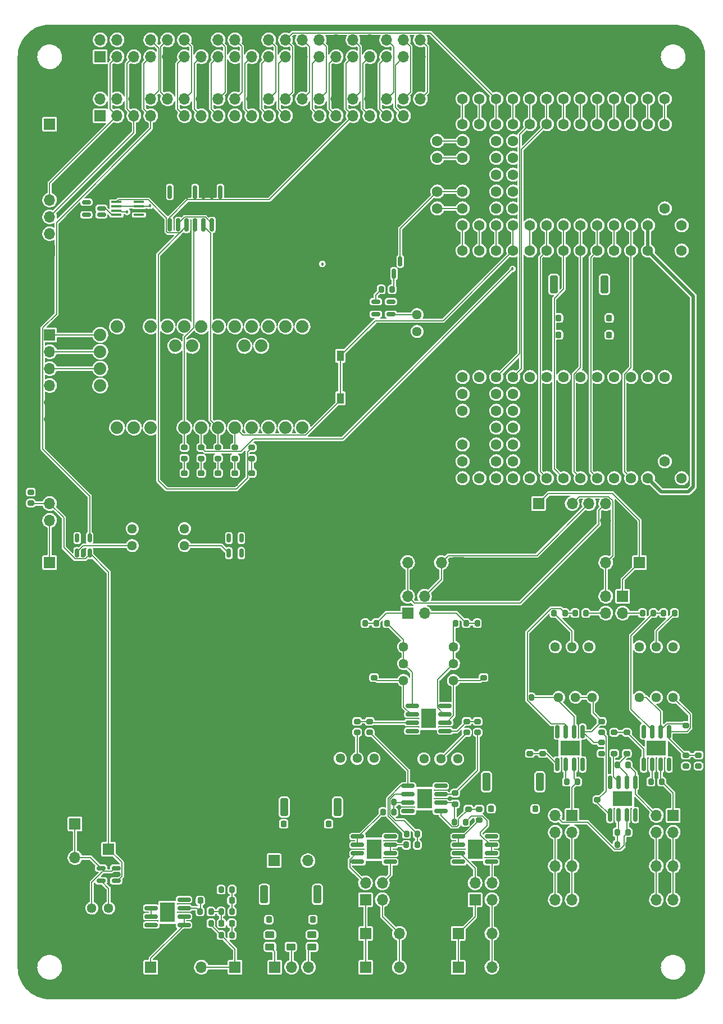
<source format=gbr>
%TF.GenerationSoftware,KiCad,Pcbnew,(6.0.4)*%
%TF.CreationDate,2022-04-16T00:48:39-07:00*%
%TF.ProjectId,main_board,6d61696e-5f62-46f6-9172-642e6b696361,rev?*%
%TF.SameCoordinates,PX48ab840PYb340ac0*%
%TF.FileFunction,Copper,L1,Top*%
%TF.FilePolarity,Positive*%
%FSLAX46Y46*%
G04 Gerber Fmt 4.6, Leading zero omitted, Abs format (unit mm)*
G04 Created by KiCad (PCBNEW (6.0.4)) date 2022-04-16 00:48:39*
%MOMM*%
%LPD*%
G01*
G04 APERTURE LIST*
G04 Aperture macros list*
%AMRoundRect*
0 Rectangle with rounded corners*
0 $1 Rounding radius*
0 $2 $3 $4 $5 $6 $7 $8 $9 X,Y pos of 4 corners*
0 Add a 4 corners polygon primitive as box body*
4,1,4,$2,$3,$4,$5,$6,$7,$8,$9,$2,$3,0*
0 Add four circle primitives for the rounded corners*
1,1,$1+$1,$2,$3*
1,1,$1+$1,$4,$5*
1,1,$1+$1,$6,$7*
1,1,$1+$1,$8,$9*
0 Add four rect primitives between the rounded corners*
20,1,$1+$1,$2,$3,$4,$5,0*
20,1,$1+$1,$4,$5,$6,$7,0*
20,1,$1+$1,$6,$7,$8,$9,0*
20,1,$1+$1,$8,$9,$2,$3,0*%
G04 Aperture macros list end*
%TA.AperFunction,SMDPad,CuDef*%
%ADD10RoundRect,0.200000X-0.200000X-0.275000X0.200000X-0.275000X0.200000X0.275000X-0.200000X0.275000X0*%
%TD*%
%TA.AperFunction,SMDPad,CuDef*%
%ADD11RoundRect,0.150000X0.512500X0.150000X-0.512500X0.150000X-0.512500X-0.150000X0.512500X-0.150000X0*%
%TD*%
%TA.AperFunction,ComponentPad*%
%ADD12C,1.440000*%
%TD*%
%TA.AperFunction,SMDPad,CuDef*%
%ADD13RoundRect,0.200000X0.200000X0.275000X-0.200000X0.275000X-0.200000X-0.275000X0.200000X-0.275000X0*%
%TD*%
%TA.AperFunction,SMDPad,CuDef*%
%ADD14RoundRect,0.250000X-0.325000X-1.100000X0.325000X-1.100000X0.325000X1.100000X-0.325000X1.100000X0*%
%TD*%
%TA.AperFunction,SMDPad,CuDef*%
%ADD15RoundRect,0.225000X-0.225000X-0.250000X0.225000X-0.250000X0.225000X0.250000X-0.225000X0.250000X0*%
%TD*%
%TA.AperFunction,SMDPad,CuDef*%
%ADD16RoundRect,0.200000X0.275000X-0.200000X0.275000X0.200000X-0.275000X0.200000X-0.275000X-0.200000X0*%
%TD*%
%TA.AperFunction,SMDPad,CuDef*%
%ADD17RoundRect,0.150000X-0.825000X-0.150000X0.825000X-0.150000X0.825000X0.150000X-0.825000X0.150000X0*%
%TD*%
%TA.AperFunction,SMDPad,CuDef*%
%ADD18R,2.290000X3.000000*%
%TD*%
%TA.AperFunction,SMDPad,CuDef*%
%ADD19RoundRect,0.200000X-0.275000X0.200000X-0.275000X-0.200000X0.275000X-0.200000X0.275000X0.200000X0*%
%TD*%
%TA.AperFunction,ComponentPad*%
%ADD20R,1.700000X1.700000*%
%TD*%
%TA.AperFunction,ComponentPad*%
%ADD21O,1.700000X1.700000*%
%TD*%
%TA.AperFunction,SMDPad,CuDef*%
%ADD22RoundRect,0.150000X0.150000X-0.825000X0.150000X0.825000X-0.150000X0.825000X-0.150000X-0.825000X0*%
%TD*%
%TA.AperFunction,SMDPad,CuDef*%
%ADD23RoundRect,0.150000X0.825000X0.150000X-0.825000X0.150000X-0.825000X-0.150000X0.825000X-0.150000X0*%
%TD*%
%TA.AperFunction,SMDPad,CuDef*%
%ADD24R,1.600000X0.300000*%
%TD*%
%TA.AperFunction,SMDPad,CuDef*%
%ADD25RoundRect,0.250000X0.325000X1.100000X-0.325000X1.100000X-0.325000X-1.100000X0.325000X-1.100000X0*%
%TD*%
%TA.AperFunction,SMDPad,CuDef*%
%ADD26RoundRect,0.150000X0.150000X-0.512500X0.150000X0.512500X-0.150000X0.512500X-0.150000X-0.512500X0*%
%TD*%
%TA.AperFunction,SMDPad,CuDef*%
%ADD27RoundRect,0.150000X-0.150000X0.825000X-0.150000X-0.825000X0.150000X-0.825000X0.150000X0.825000X0*%
%TD*%
%TA.AperFunction,SMDPad,CuDef*%
%ADD28R,3.000000X2.290000*%
%TD*%
%TA.AperFunction,SMDPad,CuDef*%
%ADD29RoundRect,0.218750X0.256250X-0.218750X0.256250X0.218750X-0.256250X0.218750X-0.256250X-0.218750X0*%
%TD*%
%TA.AperFunction,ComponentPad*%
%ADD30C,1.879600*%
%TD*%
%TA.AperFunction,SMDPad,CuDef*%
%ADD31RoundRect,0.150000X0.150000X-0.587500X0.150000X0.587500X-0.150000X0.587500X-0.150000X-0.587500X0*%
%TD*%
%TA.AperFunction,SMDPad,CuDef*%
%ADD32RoundRect,0.250000X-0.450000X0.262500X-0.450000X-0.262500X0.450000X-0.262500X0.450000X0.262500X0*%
%TD*%
%TA.AperFunction,ComponentPad*%
%ADD33C,1.600000*%
%TD*%
%TA.AperFunction,SMDPad,CuDef*%
%ADD34RoundRect,0.225000X0.225000X0.250000X-0.225000X0.250000X-0.225000X-0.250000X0.225000X-0.250000X0*%
%TD*%
%TA.AperFunction,SMDPad,CuDef*%
%ADD35R,1.000000X1.600000*%
%TD*%
%TA.AperFunction,SMDPad,CuDef*%
%ADD36RoundRect,0.250000X0.450000X-0.262500X0.450000X0.262500X-0.450000X0.262500X-0.450000X-0.262500X0*%
%TD*%
%TA.AperFunction,ViaPad*%
%ADD37C,0.457200*%
%TD*%
%TA.AperFunction,Conductor*%
%ADD38C,0.127000*%
%TD*%
%TA.AperFunction,Conductor*%
%ADD39C,0.508000*%
%TD*%
G04 APERTURE END LIST*
D10*
%TO.P,R51,1*%
%TO.N,Net-(J18-Pad3)*%
X64453000Y51816000D03*
%TO.P,R51,2*%
%TO.N,GND*%
X66103000Y51816000D03*
%TD*%
%TO.P,R50,1*%
%TO.N,Net-(InputB_Gain1-Pad2)*%
X61151000Y51816000D03*
%TO.P,R50,2*%
%TO.N,Net-(J18-Pad3)*%
X62801000Y51816000D03*
%TD*%
%TO.P,R49,1*%
%TO.N,Net-(J18-Pad1)*%
X49213000Y51816000D03*
%TO.P,R49,2*%
%TO.N,Net-(InputA_Gain1-Pad2)*%
X50863000Y51816000D03*
%TD*%
%TO.P,R48,1*%
%TO.N,GND*%
X45911000Y51816000D03*
%TO.P,R48,2*%
%TO.N,Net-(J18-Pad1)*%
X47561000Y51816000D03*
%TD*%
D11*
%TO.P,U17,1*%
%TO.N,N/C*%
X7807500Y113350000D03*
%TO.P,U17,2*%
%TO.N,Net-(U17-Pad2)*%
X7807500Y114300000D03*
%TO.P,U17,3,GND*%
%TO.N,GND*%
X7807500Y115250000D03*
%TO.P,U17,4*%
%TO.N,Net-(J13-Pad1)*%
X5532500Y115250000D03*
%TO.P,U17,5,VCC*%
%TO.N,+5V*%
X5532500Y113350000D03*
%TD*%
D12*
%TO.P,InputB_Gain1,1,1*%
%TO.N,Net-(InputB_Gain1-Pad1)*%
X60858400Y43180000D03*
%TO.P,InputB_Gain1,2,2*%
%TO.N,Net-(InputB_Gain1-Pad2)*%
X60858400Y45720000D03*
%TO.P,InputB_Gain1,3,3*%
X60858400Y48260000D03*
%TD*%
D13*
%TO.P,R5,1*%
%TO.N,Net-(R1-Pad2)*%
X51879000Y24892000D03*
%TO.P,R5,2*%
%TO.N,GND*%
X50229000Y24892000D03*
%TD*%
D14*
%TO.P,C20,1*%
%TO.N,+15V*%
X65835000Y27940000D03*
%TO.P,C20,2*%
%TO.N,GND*%
X68785000Y27940000D03*
%TD*%
D10*
%TO.P,R34,1*%
%TO.N,Net-(R24-Pad2)*%
X90615000Y27940000D03*
%TO.P,R34,2*%
%TO.N,Net-(J24-Pad1)*%
X92265000Y27940000D03*
%TD*%
D12*
%TO.P,GalvoB_Gain1,1,1*%
%TO.N,Net-(GalvoB_Gain1-Pad1)*%
X76698000Y40640000D03*
%TO.P,GalvoB_Gain1,2,2*%
%TO.N,Net-(GalvoB_Gain1-Pad2)*%
X79238000Y40640000D03*
%TO.P,GalvoB_Gain1,3,3*%
X81778000Y40640000D03*
%TD*%
D15*
%TO.P,C6,1*%
%TO.N,Net-(C6-Pad1)*%
X22720991Y10033000D03*
%TO.P,C6,2*%
%TO.N,GND*%
X24270991Y10033000D03*
%TD*%
D16*
%TO.P,R14,1*%
%TO.N,Net-(InputA_Gain1-Pad1)*%
X48870006Y43625000D03*
%TO.P,R14,2*%
%TO.N,GND*%
X48870006Y45275000D03*
%TD*%
D17*
%TO.P,U7,1*%
%TO.N,Net-(InputA_Gain1-Pad2)*%
X54650006Y39370000D03*
%TO.P,U7,2,-*%
%TO.N,Net-(InputA_Gain1-Pad1)*%
X54650006Y38100000D03*
%TO.P,U7,3,+*%
%TO.N,Net-(R10-Pad1)*%
X54650006Y36830000D03*
%TO.P,U7,4,V-*%
%TO.N,-15V*%
X54650006Y35560000D03*
%TO.P,U7,5,+*%
%TO.N,Net-(R11-Pad2)*%
X59600006Y35560000D03*
%TO.P,U7,6,_*%
%TO.N,Net-(InputB_Gain1-Pad1)*%
X59600006Y36830000D03*
%TO.P,U7,7*%
%TO.N,Net-(InputB_Gain1-Pad2)*%
X59600006Y38100000D03*
%TO.P,U7,8,V+*%
%TO.N,+15V*%
X59600006Y39370000D03*
D18*
%TO.P,U7,9*%
%TO.N,N/C*%
X57125006Y37465000D03*
%TD*%
D19*
%TO.P,R28,1*%
%TO.N,GND*%
X72390000Y33845000D03*
%TO.P,R28,2*%
%TO.N,Net-(R28-Pad2)*%
X72390000Y32195000D03*
%TD*%
D20*
%TO.P,J3,1,Pin_1*%
%TO.N,+3V3*%
X7620000Y128265000D03*
D21*
%TO.P,J3,2,Pin_2*%
%TO.N,+5V*%
X7620000Y130805000D03*
%TO.P,J3,3,Pin_3*%
%TO.N,Net-(J11-Pad4)*%
X10160000Y128265000D03*
%TO.P,J3,4,Pin_4*%
%TO.N,+5V*%
X10160000Y130805000D03*
%TO.P,J3,5,Pin_5*%
%TO.N,Net-(J11-Pad3)*%
X12700000Y128265000D03*
%TO.P,J3,6,Pin_6*%
%TO.N,GND*%
X12700000Y130805000D03*
%TO.P,J3,7,Pin_7*%
%TO.N,Net-(J27-Pad7)*%
X15240000Y128265000D03*
%TO.P,J3,8,Pin_8*%
%TO.N,Net-(J27-Pad8)*%
X15240000Y130805000D03*
%TO.P,J3,9,Pin_9*%
%TO.N,GND*%
X17780000Y128265000D03*
%TO.P,J3,10,Pin_10*%
%TO.N,Net-(J27-Pad10)*%
X17780000Y130805000D03*
%TO.P,J3,11,Pin_11*%
%TO.N,Net-(J27-Pad11)*%
X20320000Y128265000D03*
%TO.P,J3,12,Pin_12*%
%TO.N,Net-(J27-Pad12)*%
X20320000Y130805000D03*
%TO.P,J3,13,Pin_13*%
%TO.N,Net-(J27-Pad13)*%
X22860000Y128265000D03*
%TO.P,J3,14,Pin_14*%
%TO.N,GND*%
X22860000Y130805000D03*
%TO.P,J3,15,Pin_15*%
%TO.N,Net-(J27-Pad15)*%
X25400000Y128265000D03*
%TO.P,J3,16,Pin_16*%
%TO.N,Net-(J27-Pad16)*%
X25400000Y130805000D03*
%TO.P,J3,17,Pin_17*%
%TO.N,+3V3*%
X27940000Y128265000D03*
%TO.P,J3,18,Pin_18*%
%TO.N,Net-(J27-Pad18)*%
X27940000Y130805000D03*
%TO.P,J3,19,Pin_19*%
%TO.N,Net-(J27-Pad19)*%
X30480000Y128265000D03*
%TO.P,J3,20,Pin_20*%
%TO.N,GND*%
X30480000Y130805000D03*
%TO.P,J3,21,Pin_21*%
%TO.N,Net-(J27-Pad21)*%
X33020000Y128265000D03*
%TO.P,J3,22,Pin_22*%
%TO.N,Net-(J27-Pad22)*%
X33020000Y130805000D03*
%TO.P,J3,23,Pin_23*%
%TO.N,Net-(J27-Pad23)*%
X35560000Y128265000D03*
%TO.P,J3,24,Pin_24*%
%TO.N,Net-(J27-Pad24)*%
X35560000Y130805000D03*
%TO.P,J3,25,Pin_25*%
%TO.N,GND*%
X38100000Y128265000D03*
%TO.P,J3,26,Pin_26*%
%TO.N,Net-(J27-Pad26)*%
X38100000Y130805000D03*
%TO.P,J3,27,Pin_27*%
%TO.N,Net-(J27-Pad27)*%
X40640000Y128265000D03*
%TO.P,J3,28,Pin_28*%
%TO.N,Net-(J27-Pad28)*%
X40640000Y130805000D03*
%TO.P,J3,29,Pin_29*%
%TO.N,/Prog_Reset*%
X43180000Y128265000D03*
%TO.P,J3,30,Pin_30*%
%TO.N,GND*%
X43180000Y130805000D03*
%TO.P,J3,31,Pin_31*%
%TO.N,/Veapons Hot*%
X45720000Y128265000D03*
%TO.P,J3,32,Pin_32*%
%TO.N,Net-(J27-Pad32)*%
X45720000Y130805000D03*
%TO.P,J3,33,Pin_33*%
%TO.N,Net-(J27-Pad33)*%
X48260000Y128265000D03*
%TO.P,J3,34,Pin_34*%
%TO.N,GND*%
X48260000Y130805000D03*
%TO.P,J3,35,Pin_35*%
%TO.N,Net-(J27-Pad35)*%
X50800000Y128265000D03*
%TO.P,J3,36,Pin_36*%
%TO.N,Net-(J27-Pad36)*%
X50800000Y130805000D03*
%TO.P,J3,37,Pin_37*%
%TO.N,Net-(J27-Pad37)*%
X53340000Y128265000D03*
%TO.P,J3,38,Pin_38*%
%TO.N,Net-(J27-Pad38)*%
X53340000Y130805000D03*
%TO.P,J3,39,Pin_39*%
%TO.N,GND*%
X55880000Y128265000D03*
%TO.P,J3,40,Pin_40*%
%TO.N,Net-(J27-Pad40)*%
X55880000Y130805000D03*
%TD*%
D20*
%TO.P,TP2,1,1*%
%TO.N,LED_trigger*%
X8890000Y17780000D03*
%TD*%
%TO.P,J20,1,Pin_1*%
%TO.N,Net-(J20-Pad1)*%
X88900000Y60960000D03*
D21*
%TO.P,J20,2,Pin_2*%
%TO.N,GND*%
X86360000Y60960000D03*
%TO.P,J20,3,Pin_3*%
%TO.N,Net-(J20-Pad3)*%
X83820000Y60960000D03*
%TD*%
D22*
%TO.P,U15,1*%
%TO.N,/Veapons Hot*%
X18100000Y111825000D03*
%TO.P,U15,2*%
%TO.N,Net-(U15-Pad2)*%
X19370000Y111825000D03*
%TO.P,U15,3*%
%TO.N,Net-(R44-Pad2)*%
X20640000Y111825000D03*
%TO.P,U15,4*%
%TO.N,/LAZOR?*%
X21910000Y111825000D03*
%TO.P,U15,5*%
%TO.N,/LAZOR!!!*%
X23180000Y111825000D03*
%TO.P,U15,6*%
%TO.N,Net-(U15-Pad2)*%
X24450000Y111825000D03*
%TO.P,U15,7,GND*%
%TO.N,GND*%
X25720000Y111825000D03*
%TO.P,U15,8*%
%TO.N,unconnected-(U15-Pad8)*%
X25720000Y116775000D03*
%TO.P,U15,9*%
%TO.N,GND*%
X24450000Y116775000D03*
%TO.P,U15,10*%
X23180000Y116775000D03*
%TO.P,U15,11*%
%TO.N,unconnected-(U15-Pad11)*%
X21910000Y116775000D03*
%TO.P,U15,12*%
%TO.N,GND*%
X20640000Y116775000D03*
%TO.P,U15,13*%
X19370000Y116775000D03*
%TO.P,U15,14,VCC*%
%TO.N,+3V3*%
X18100000Y116775000D03*
%TD*%
D10*
%TO.P,R35,1*%
%TO.N,Net-(R27-Pad2)*%
X85535000Y30480000D03*
%TO.P,R35,2*%
%TO.N,Net-(J24-Pad3)*%
X87185000Y30480000D03*
%TD*%
D20*
%TO.P,J21,1,Pin_1*%
%TO.N,Net-(J20-Pad1)*%
X86360000Y55880000D03*
D21*
%TO.P,J21,2,Pin_2*%
%TO.N,Net-(J21-Pad2)*%
X86360000Y53340000D03*
%TO.P,J21,3,Pin_3*%
%TO.N,Net-(J20-Pad3)*%
X83820000Y55880000D03*
%TO.P,J21,4,Pin_4*%
%TO.N,Net-(J21-Pad4)*%
X83820000Y53340000D03*
%TD*%
D12*
%TO.P,GalvoA_Offset1,1,1*%
%TO.N,+15V*%
X88900000Y48260000D03*
%TO.P,GalvoA_Offset1,2,2*%
%TO.N,Net-(GalvoA_Offset1-Pad2)*%
X91440000Y48260000D03*
%TO.P,GalvoA_Offset1,3,3*%
%TO.N,-15V*%
X93980000Y48260000D03*
%TD*%
D10*
%TO.P,R16,1*%
%TO.N,Net-(J21-Pad2)*%
X89345000Y53340000D03*
%TO.P,R16,2*%
%TO.N,Net-(R16-Pad2)*%
X90995000Y53340000D03*
%TD*%
D23*
%TO.P,U14,1*%
%TO.N,Net-(C7-Pad1)*%
X20255000Y6350000D03*
%TO.P,U14,2,-*%
X20255000Y7620000D03*
%TO.P,U14,3,+*%
%TO.N,Net-(C6-Pad1)*%
X20255000Y8890000D03*
%TO.P,U14,4,V-*%
%TO.N,-15V*%
X20255000Y10160000D03*
%TO.P,U14,5,+*%
%TO.N,GND*%
X15305000Y10160000D03*
%TO.P,U14,6,_*%
%TO.N,Net-(U14-Pad6)*%
X15305000Y8890000D03*
%TO.P,U14,7*%
X15305000Y7620000D03*
%TO.P,U14,8,V+*%
%TO.N,+15V*%
X15305000Y6350000D03*
D18*
%TO.P,U14,9*%
%TO.N,N/C*%
X17780000Y8255000D03*
%TD*%
D15*
%TO.P,C12,1*%
%TO.N,+3V3*%
X76695000Y95250000D03*
%TO.P,C12,2*%
%TO.N,GND*%
X78245000Y95250000D03*
%TD*%
D20*
%TO.P,J7,1,Pin_1*%
%TO.N,GND*%
X3810000Y13970000D03*
D21*
%TO.P,J7,2,Pin_2*%
%TO.N,Net-(J7-Pad2)*%
X3810000Y16510000D03*
%TD*%
D20*
%TO.P,J23,1,Pin_1*%
%TO.N,Net-(J23-Pad1)*%
X78740000Y22860000D03*
D21*
%TO.P,J23,2,Pin_2*%
%TO.N,Net-(J10-Pad3)*%
X78740000Y20320000D03*
%TO.P,J23,3,Pin_3*%
%TO.N,Net-(J23-Pad3)*%
X76200000Y22860000D03*
%TO.P,J23,4,Pin_4*%
%TO.N,Net-(J10-Pad2)*%
X76200000Y20320000D03*
%TD*%
D24*
%TO.P,U18,1,B2*%
%TO.N,unconnected-(U18-Pad1)*%
X13450000Y113325000D03*
%TO.P,U18,2,GND*%
%TO.N,GND*%
X13450000Y113975000D03*
%TO.P,U18,3,VCCA*%
%TO.N,+3V3*%
X13450000Y114625000D03*
%TO.P,U18,4,A2*%
%TO.N,unconnected-(U18-Pad4)*%
X13450000Y115275000D03*
%TO.P,U18,5,A1*%
%TO.N,Net-(R44-Pad2)*%
X10050000Y115275000D03*
%TO.P,U18,6,OE*%
%TO.N,+3V3*%
X10050000Y114625000D03*
%TO.P,U18,7,VCCB*%
%TO.N,+5V*%
X10050000Y113975000D03*
%TO.P,U18,8,B1*%
%TO.N,Net-(U17-Pad2)*%
X10050000Y113325000D03*
%TD*%
D20*
%TO.P,J22,1,Pin_1*%
%TO.N,-15V*%
X33835000Y16040000D03*
D21*
%TO.P,J22,2,Pin_2*%
%TO.N,GND*%
X36375000Y16040000D03*
%TO.P,J22,3,Pin_3*%
%TO.N,+15V*%
X38915000Y16040000D03*
%TD*%
D20*
%TO.P,J24,1,Pin_1*%
%TO.N,Net-(J24-Pad1)*%
X93980000Y22860000D03*
D21*
%TO.P,J24,2,Pin_2*%
%TO.N,Net-(J24-Pad2)*%
X93980000Y20320000D03*
%TO.P,J24,3,Pin_3*%
%TO.N,Net-(J24-Pad3)*%
X91440000Y22860000D03*
%TO.P,J24,4,Pin_4*%
%TO.N,Net-(J24-Pad4)*%
X91440000Y20320000D03*
%TD*%
D25*
%TO.P,C18,1*%
%TO.N,+15V*%
X40375000Y10960000D03*
%TO.P,C18,2*%
%TO.N,GND*%
X37425000Y10960000D03*
%TD*%
D12*
%TO.P,Cam_Input1,1,1*%
%TO.N,+5V*%
X20320000Y66050000D03*
%TO.P,Cam_Input1,2,2*%
%TO.N,Net-(Cam_Input1-Pad2)*%
X20320000Y63510000D03*
%TO.P,Cam_Input1,3,3*%
%TO.N,GND*%
X20320000Y60970000D03*
%TD*%
D26*
%TO.P,U9,1,-*%
%TO.N,Net-(Cam_Output1-Pad2)*%
X4130000Y62362500D03*
%TO.P,U9,2,V-*%
%TO.N,GND*%
X5080000Y62362500D03*
%TO.P,U9,3,+*%
%TO.N,LED_trigger*%
X6030000Y62362500D03*
%TO.P,U9,4*%
%TO.N,Net-(J27-Pad7)*%
X6030000Y64637500D03*
%TO.P,U9,5,V+*%
%TO.N,+3V3*%
X4130000Y64637500D03*
%TD*%
D16*
%TO.P,R44,1*%
%TO.N,Net-(D1-Pad2)*%
X30480000Y76645000D03*
%TO.P,R44,2*%
%TO.N,Net-(R44-Pad2)*%
X30480000Y78295000D03*
%TD*%
D27*
%TO.P,U5,1*%
%TO.N,Net-(J24-Pad3)*%
X88265000Y27875000D03*
%TO.P,U5,2,-*%
%TO.N,Net-(R27-Pad2)*%
X86995000Y27875000D03*
%TO.P,U5,3,+*%
%TO.N,Net-(R25-Pad2)*%
X85725000Y27875000D03*
%TO.P,U5,4,V-*%
%TO.N,-15V*%
X84455000Y27875000D03*
%TO.P,U5,5,+*%
%TO.N,Net-(R31-Pad2)*%
X84455000Y22925000D03*
%TO.P,U5,6,_*%
%TO.N,Net-(R33-Pad2)*%
X85725000Y22925000D03*
%TO.P,U5,7*%
%TO.N,Net-(J23-Pad3)*%
X86995000Y22925000D03*
%TO.P,U5,8,V+*%
%TO.N,+15V*%
X88265000Y22925000D03*
D28*
%TO.P,U5,9*%
%TO.N,N/C*%
X86360000Y25400000D03*
%TD*%
D12*
%TO.P,Cam_Output1,1,1*%
%TO.N,+3V3*%
X12446000Y66040000D03*
%TO.P,Cam_Output1,2,2*%
%TO.N,Net-(Cam_Output1-Pad2)*%
X12446000Y63500000D03*
%TO.P,Cam_Output1,3,3*%
%TO.N,GND*%
X12446000Y60960000D03*
%TD*%
%TO.P,InputA_Gain1,1,1*%
%TO.N,Net-(InputA_Gain1-Pad1)*%
X53340000Y43180000D03*
%TO.P,InputA_Gain1,2,2*%
%TO.N,Net-(InputA_Gain1-Pad2)*%
X53340000Y45720000D03*
%TO.P,InputA_Gain1,3,3*%
X53340000Y48260000D03*
%TD*%
D20*
%TO.P,J27,1,Pin_1*%
%TO.N,+3V3*%
X7620000Y137160000D03*
D21*
%TO.P,J27,2,Pin_2*%
%TO.N,+5V*%
X7620000Y139700000D03*
%TO.P,J27,3,Pin_3*%
%TO.N,Net-(J11-Pad4)*%
X10160000Y137160000D03*
%TO.P,J27,4,Pin_4*%
%TO.N,+5V*%
X10160000Y139700000D03*
%TO.P,J27,5,Pin_5*%
%TO.N,Net-(J11-Pad3)*%
X12700000Y137160000D03*
%TO.P,J27,6,Pin_6*%
%TO.N,GND*%
X12700000Y139700000D03*
%TO.P,J27,7,Pin_7*%
%TO.N,Net-(J27-Pad7)*%
X15240000Y137160000D03*
%TO.P,J27,8,Pin_8*%
%TO.N,Net-(J27-Pad8)*%
X15240000Y139700000D03*
%TO.P,J27,9,Pin_9*%
%TO.N,GND*%
X17780000Y137160000D03*
%TO.P,J27,10,Pin_10*%
%TO.N,Net-(J27-Pad10)*%
X17780000Y139700000D03*
%TO.P,J27,11,Pin_11*%
%TO.N,Net-(J27-Pad11)*%
X20320000Y137160000D03*
%TO.P,J27,12,Pin_12*%
%TO.N,Net-(J27-Pad12)*%
X20320000Y139700000D03*
%TO.P,J27,13,Pin_13*%
%TO.N,Net-(J27-Pad13)*%
X22860000Y137160000D03*
%TO.P,J27,14,Pin_14*%
%TO.N,GND*%
X22860000Y139700000D03*
%TO.P,J27,15,Pin_15*%
%TO.N,Net-(J27-Pad15)*%
X25400000Y137160000D03*
%TO.P,J27,16,Pin_16*%
%TO.N,Net-(J27-Pad16)*%
X25400000Y139700000D03*
%TO.P,J27,17,Pin_17*%
%TO.N,+3V3*%
X27940000Y137160000D03*
%TO.P,J27,18,Pin_18*%
%TO.N,Net-(J27-Pad18)*%
X27940000Y139700000D03*
%TO.P,J27,19,Pin_19*%
%TO.N,Net-(J27-Pad19)*%
X30480000Y137160000D03*
%TO.P,J27,20,Pin_20*%
%TO.N,GND*%
X30480000Y139700000D03*
%TO.P,J27,21,Pin_21*%
%TO.N,Net-(J27-Pad21)*%
X33020000Y137160000D03*
%TO.P,J27,22,Pin_22*%
%TO.N,Net-(J27-Pad22)*%
X33020000Y139700000D03*
%TO.P,J27,23,Pin_23*%
%TO.N,Net-(J27-Pad23)*%
X35560000Y137160000D03*
%TO.P,J27,24,Pin_24*%
%TO.N,Net-(J27-Pad24)*%
X35560000Y139700000D03*
%TO.P,J27,25,Pin_25*%
%TO.N,GND*%
X38100000Y137160000D03*
%TO.P,J27,26,Pin_26*%
%TO.N,Net-(J27-Pad26)*%
X38100000Y139700000D03*
%TO.P,J27,27,Pin_27*%
%TO.N,Net-(J27-Pad27)*%
X40640000Y137160000D03*
%TO.P,J27,28,Pin_28*%
%TO.N,Net-(J27-Pad28)*%
X40640000Y139700000D03*
%TO.P,J27,29,Pin_29*%
%TO.N,/Prog_Reset*%
X43180000Y137160000D03*
%TO.P,J27,30,Pin_30*%
%TO.N,GND*%
X43180000Y139700000D03*
%TO.P,J27,31,Pin_31*%
%TO.N,/Veapons Hot*%
X45720000Y137160000D03*
%TO.P,J27,32,Pin_32*%
%TO.N,Net-(J27-Pad32)*%
X45720000Y139700000D03*
%TO.P,J27,33,Pin_33*%
%TO.N,Net-(J27-Pad33)*%
X48260000Y137160000D03*
%TO.P,J27,34,Pin_34*%
%TO.N,GND*%
X48260000Y139700000D03*
%TO.P,J27,35,Pin_35*%
%TO.N,Net-(J27-Pad35)*%
X50800000Y137160000D03*
%TO.P,J27,36,Pin_36*%
%TO.N,Net-(J27-Pad36)*%
X50800000Y139700000D03*
%TO.P,J27,37,Pin_37*%
%TO.N,Net-(J27-Pad37)*%
X53340000Y137160000D03*
%TO.P,J27,38,Pin_38*%
%TO.N,Net-(J27-Pad38)*%
X53340000Y139700000D03*
%TO.P,J27,39,Pin_39*%
%TO.N,GND*%
X55880000Y137160000D03*
%TO.P,J27,40,Pin_40*%
%TO.N,Net-(J27-Pad40)*%
X55880000Y139700000D03*
%TD*%
D20*
%TO.P,TP5,1,1*%
%TO.N,Net-(J12-Pad2)*%
X27940000Y0D03*
%TD*%
%TO.P,J14,1,Pin_1*%
%TO.N,Net-(J14-Pad1)*%
X47615000Y5080000D03*
D21*
%TO.P,J14,2,Pin_2*%
%TO.N,GND*%
X50155000Y5080000D03*
%TO.P,J14,3,Pin_3*%
%TO.N,Net-(J14-Pad3)*%
X52695000Y5080000D03*
%TD*%
D15*
%TO.P,C2,1*%
%TO.N,GND*%
X40500000Y21590000D03*
%TO.P,C2,2*%
%TO.N,-15V*%
X42050000Y21590000D03*
%TD*%
D12*
%TO.P,GalvoB_Offset1,1,1*%
%TO.N,+15V*%
X76200000Y48260000D03*
%TO.P,GalvoB_Offset1,2,2*%
%TO.N,Net-(GalvoB_Offset1-Pad2)*%
X78740000Y48260000D03*
%TO.P,GalvoB_Offset1,3,3*%
%TO.N,-15V*%
X81280000Y48260000D03*
%TD*%
D16*
%TO.P,R11,1*%
%TO.N,Net-(R11-Pad1)*%
X64516000Y35370000D03*
%TO.P,R11,2*%
%TO.N,Net-(R11-Pad2)*%
X64516000Y37020000D03*
%TD*%
D20*
%TO.P,J19,1,Pin_1*%
%TO.N,GND*%
X61570000Y60960000D03*
D21*
%TO.P,J19,2,Pin_2*%
%TO.N,Net-(J18-Pad4)*%
X59030000Y60960000D03*
%TO.P,J19,3,Pin_3*%
%TO.N,GND*%
X56490000Y60960000D03*
%TO.P,J19,4,Pin_4*%
%TO.N,Net-(J18-Pad2)*%
X53950000Y60960000D03*
%TD*%
D20*
%TO.P,J8,1,Pin_1*%
%TO.N,Net-(FB3-Pad2)*%
X33909000Y0D03*
D21*
%TO.P,J8,2,Pin_2*%
%TO.N,Net-(FB2-Pad1)*%
X36449000Y0D03*
%TO.P,J8,3,Pin_3*%
%TO.N,Net-(FB1-Pad2)*%
X38989000Y0D03*
%TD*%
D19*
%TO.P,R32,1*%
%TO.N,GND*%
X82550000Y26860000D03*
%TO.P,R32,2*%
%TO.N,Net-(R31-Pad2)*%
X82550000Y25210000D03*
%TD*%
D17*
%TO.P,U2,1*%
%TO.N,Net-(R1-Pad1)*%
X46395006Y19685000D03*
%TO.P,U2,2,-*%
X46395006Y18415000D03*
%TO.P,U2,3,+*%
%TO.N,Net-(J16-Pad2)*%
X46395006Y17145000D03*
%TO.P,U2,4,V-*%
%TO.N,-15V*%
X46395006Y15875000D03*
%TO.P,U2,5,+*%
%TO.N,Net-(J16-Pad4)*%
X51345006Y15875000D03*
%TO.P,U2,6,_*%
%TO.N,Net-(R2-Pad1)*%
X51345006Y17145000D03*
%TO.P,U2,7*%
X51345006Y18415000D03*
%TO.P,U2,8,V+*%
%TO.N,+15V*%
X51345006Y19685000D03*
D18*
%TO.P,U2,9*%
%TO.N,N/C*%
X48870006Y17780000D03*
%TD*%
D15*
%TO.P,C10,1*%
%TO.N,+5V*%
X84315000Y97790000D03*
%TO.P,C10,2*%
%TO.N,GND*%
X85865000Y97790000D03*
%TD*%
D14*
%TO.P,C14,1*%
%TO.N,+3V3*%
X75995000Y102870000D03*
%TO.P,C14,2*%
%TO.N,GND*%
X78945000Y102870000D03*
%TD*%
D10*
%TO.P,R39,1*%
%TO.N,PWM_DAC*%
X25845000Y11684000D03*
%TO.P,R39,2*%
%TO.N,Net-(C5-Pad2)*%
X27495000Y11684000D03*
%TD*%
D17*
%TO.P,U3,1*%
%TO.N,Net-(R3-Pad1)*%
X61635006Y19685000D03*
%TO.P,U3,2,-*%
X61635006Y18415000D03*
%TO.P,U3,3,+*%
%TO.N,Net-(J17-Pad2)*%
X61635006Y17145000D03*
%TO.P,U3,4,V-*%
%TO.N,-15V*%
X61635006Y15875000D03*
%TO.P,U3,5,+*%
%TO.N,Net-(J17-Pad4)*%
X66585006Y15875000D03*
%TO.P,U3,6,_*%
%TO.N,Net-(R4-Pad1)*%
X66585006Y17145000D03*
%TO.P,U3,7*%
X66585006Y18415000D03*
%TO.P,U3,8,V+*%
%TO.N,+15V*%
X66585006Y19685000D03*
D18*
%TO.P,U3,9*%
%TO.N,N/C*%
X64110006Y17780000D03*
%TD*%
D29*
%TO.P,D3,1,K*%
%TO.N,GND*%
X20320000Y72872500D03*
%TO.P,D3,2,A*%
%TO.N,Net-(D3-Pad2)*%
X20320000Y74447500D03*
%TD*%
D15*
%TO.P,C5,1*%
%TO.N,GND*%
X25895000Y10033000D03*
%TO.P,C5,2*%
%TO.N,Net-(C5-Pad2)*%
X27445000Y10033000D03*
%TD*%
D20*
%TO.P,J26,1,Pin_1*%
%TO.N,GND*%
X73660000Y10160000D03*
D21*
%TO.P,J26,2,Pin_2*%
%TO.N,Net-(J10-Pad2)*%
X76200000Y10160000D03*
%TO.P,J26,3,Pin_3*%
%TO.N,Net-(J10-Pad3)*%
X78740000Y10160000D03*
%TD*%
D13*
%TO.P,R18,1*%
%TO.N,Net-(J21-Pad4)*%
X80835000Y53340000D03*
%TO.P,R18,2*%
%TO.N,Net-(R18-Pad2)*%
X79185000Y53340000D03*
%TD*%
%TO.P,R43,1*%
%TO.N,Net-(J12-Pad2)*%
X24320991Y6604000D03*
%TO.P,R43,2*%
%TO.N,GND*%
X22670991Y6604000D03*
%TD*%
D19*
%TO.P,R22,1*%
%TO.N,GND*%
X85090000Y37020000D03*
%TO.P,R22,2*%
%TO.N,Net-(R22-Pad2)*%
X85090000Y35370000D03*
%TD*%
D30*
%TO.P,U16,JP1_1,DTR*%
%TO.N,Net-(J28-Pad1)*%
X7620000Y95250000D03*
%TO.P,U16,JP1_2,TXO*%
%TO.N,Net-(J28-Pad2)*%
X7620000Y92710000D03*
%TO.P,U16,JP1_3,RXI*%
%TO.N,Net-(J28-Pad3)*%
X7620000Y90170000D03*
%TO.P,U16,JP1_4,VCC*%
%TO.N,+3V3*%
X7620000Y87630000D03*
%TO.P,U16,JP1_5,GND*%
%TO.N,GND*%
X7620000Y85090000D03*
%TO.P,U16,JP1_6,GND*%
X7620000Y82550000D03*
%TO.P,U16,JP2_1,A4*%
%TO.N,unconnected-(U16-PadJP2_1)*%
X21463000Y93599000D03*
%TO.P,U16,JP2_2,A5*%
%TO.N,unconnected-(U16-PadJP2_2)*%
X18923000Y93599000D03*
%TO.P,U16,JP3_1,A6*%
%TO.N,unconnected-(U16-PadJP3_1)*%
X31877000Y93599000D03*
%TO.P,U16,JP3_2,A7*%
%TO.N,unconnected-(U16-PadJP3_2)*%
X29337000Y93599000D03*
%TO.P,U16,JP6_1,RAW*%
%TO.N,unconnected-(U16-PadJP6_1)*%
X10160000Y96520000D03*
%TO.P,U16,JP6_2,GND_1*%
%TO.N,GND*%
X12700000Y96520000D03*
%TO.P,U16,JP6_3,RST_1*%
%TO.N,unconnected-(U16-PadJP6_3)*%
X15240000Y96520000D03*
%TO.P,U16,JP6_4,VCC_1*%
%TO.N,+3V3*%
X17780000Y96520000D03*
%TO.P,U16,JP6_5,A3*%
%TO.N,unconnected-(U16-PadJP6_5)*%
X20320000Y96520000D03*
%TO.P,U16,JP6_6,A2*%
%TO.N,unconnected-(U16-PadJP6_6)*%
X22860000Y96520000D03*
%TO.P,U16,JP6_7,A1*%
%TO.N,unconnected-(U16-PadJP6_7)*%
X25400000Y96520000D03*
%TO.P,U16,JP6_8,A0*%
%TO.N,unconnected-(U16-PadJP6_8)*%
X27940000Y96520000D03*
%TO.P,U16,JP6_9,SCK*%
%TO.N,unconnected-(U16-PadJP6_9)*%
X30480000Y96520000D03*
%TO.P,U16,JP6_10,MISO*%
%TO.N,unconnected-(U16-PadJP6_10)*%
X33020000Y96520000D03*
%TO.P,U16,JP6_11,MOSI*%
%TO.N,unconnected-(U16-PadJP6_11)*%
X35560000Y96520000D03*
%TO.P,U16,JP6_12,D10*%
%TO.N,unconnected-(U16-PadJP6_12)*%
X38100000Y96520000D03*
%TO.P,U16,JP7_1,D9*%
%TO.N,unconnected-(U16-PadJP7_1)*%
X38100000Y81280000D03*
%TO.P,U16,JP7_2,D8*%
%TO.N,unconnected-(U16-PadJP7_2)*%
X35560000Y81280000D03*
%TO.P,U16,JP7_3,D7*%
%TO.N,unconnected-(U16-PadJP7_3)*%
X33020000Y81280000D03*
%TO.P,U16,JP7_4,D6*%
%TO.N,unconnected-(U16-PadJP7_4)*%
X30480000Y81280000D03*
%TO.P,U16,JP7_5,D5*%
%TO.N,/Clear_Fault*%
X27940000Y81280000D03*
%TO.P,U16,JP7_6,D4*%
%TO.N,/LAZOR!!!*%
X25400000Y81280000D03*
%TO.P,U16,JP7_7,D3*%
%TO.N,/Fault*%
X22860000Y81280000D03*
%TO.P,U16,JP7_8,D2*%
%TO.N,/LAZOR?*%
X20320000Y81280000D03*
%TO.P,U16,JP7_9,GND_2*%
%TO.N,GND*%
X17780000Y81280000D03*
%TO.P,U16,JP7_10,RST_2*%
%TO.N,unconnected-(U16-PadJP7_10)*%
X15240000Y81280000D03*
%TO.P,U16,JP7_11,RXI_2*%
%TO.N,unconnected-(U16-PadJP7_11)*%
X12700000Y81280000D03*
%TO.P,U16,JP7_12,TXO_2*%
%TO.N,unconnected-(U16-PadJP7_12)*%
X10160000Y81280000D03*
%TD*%
D10*
%TO.P,R37,1*%
%TO.N,Net-(R33-Pad2)*%
X85535000Y20320000D03*
%TO.P,R37,2*%
%TO.N,Net-(J23-Pad3)*%
X87185000Y20320000D03*
%TD*%
D20*
%TO.P,J12,1,Pin_1*%
%TO.N,GND*%
X20320000Y0D03*
D21*
%TO.P,J12,2,Pin_2*%
%TO.N,Net-(J12-Pad2)*%
X22860000Y0D03*
%TD*%
D20*
%TO.P,J5,1,Pin_1*%
%TO.N,GND*%
X81280000Y67310000D03*
D21*
%TO.P,J5,2,Pin_2*%
%TO.N,Net-(J18-Pad4)*%
X81280000Y69850000D03*
%TO.P,J5,3,Pin_3*%
%TO.N,GND*%
X83820000Y67310000D03*
%TO.P,J5,4,Pin_4*%
%TO.N,Net-(J18-Pad2)*%
X83820000Y69850000D03*
%TD*%
D19*
%TO.P,R30,1*%
%TO.N,Net-(GalvoB_Gain1-Pad2)*%
X83185000Y33845000D03*
%TO.P,R30,2*%
%TO.N,Net-(R30-Pad2)*%
X83185000Y32195000D03*
%TD*%
D15*
%TO.P,C13,1*%
%TO.N,+5V*%
X84315000Y95250000D03*
%TO.P,C13,2*%
%TO.N,GND*%
X85865000Y95250000D03*
%TD*%
D20*
%TO.P,J18,1,Pin_1*%
%TO.N,Net-(J18-Pad1)*%
X53950006Y53340000D03*
D21*
%TO.P,J18,2,Pin_2*%
%TO.N,Net-(J18-Pad2)*%
X53950006Y55880000D03*
%TO.P,J18,3,Pin_3*%
%TO.N,Net-(J18-Pad3)*%
X56490006Y53340000D03*
%TO.P,J18,4,Pin_4*%
%TO.N,Net-(J18-Pad4)*%
X56490006Y55880000D03*
%TD*%
D16*
%TO.P,R13,1*%
%TO.N,Net-(InputB_Gain1-Pad1)*%
X65380006Y43625000D03*
%TO.P,R13,2*%
%TO.N,GND*%
X65380006Y45275000D03*
%TD*%
D26*
%TO.P,U8,1,-*%
%TO.N,Net-(Cam_Input1-Pad2)*%
X26990000Y62362500D03*
%TO.P,U8,2,V-*%
%TO.N,GND*%
X27940000Y62362500D03*
%TO.P,U8,3,+*%
%TO.N,Net-(J27-Pad15)*%
X28890000Y62362500D03*
%TO.P,U8,4*%
%TO.N,/Cam_In*%
X28890000Y64637500D03*
%TO.P,U8,5,V+*%
%TO.N,+5V*%
X26990000Y64637500D03*
%TD*%
D20*
%TO.P,J25,1,Pin_1*%
%TO.N,GND*%
X88900000Y15240000D03*
D21*
%TO.P,J25,2,Pin_2*%
%TO.N,Net-(J24-Pad4)*%
X91440000Y15240000D03*
%TO.P,J25,3,Pin_3*%
%TO.N,Net-(J24-Pad2)*%
X93980000Y15240000D03*
%TD*%
D29*
%TO.P,D4,1,K*%
%TO.N,GND*%
X25400000Y72872500D03*
%TO.P,D4,2,A*%
%TO.N,Net-(D4-Pad2)*%
X25400000Y74447500D03*
%TD*%
D10*
%TO.P,R36,1*%
%TO.N,Net-(R30-Pad2)*%
X77915000Y27940000D03*
%TO.P,R36,2*%
%TO.N,Net-(J23-Pad1)*%
X79565000Y27940000D03*
%TD*%
D20*
%TO.P,J6,1,Pin_1*%
%TO.N,Net-(J20-Pad1)*%
X73675000Y69850000D03*
D21*
%TO.P,J6,2,Pin_2*%
%TO.N,GND*%
X76215000Y69850000D03*
%TO.P,J6,3,Pin_3*%
%TO.N,Net-(J20-Pad3)*%
X78755000Y69850000D03*
%TD*%
D16*
%TO.P,R8,1*%
%TO.N,Net-(R4-Pad2)*%
X61087000Y24575000D03*
%TO.P,R8,2*%
%TO.N,Net-(R11-Pad1)*%
X61087000Y26225000D03*
%TD*%
%TO.P,R46,1*%
%TO.N,Net-(D4-Pad2)*%
X25400000Y76645000D03*
%TO.P,R46,2*%
%TO.N,/LAZOR!!!*%
X25400000Y78295000D03*
%TD*%
D15*
%TO.P,C8,1*%
%TO.N,+15V*%
X66535000Y23879988D03*
%TO.P,C8,2*%
%TO.N,GND*%
X68085000Y23879988D03*
%TD*%
D31*
%TO.P,Q1,1,B*%
%TO.N,Net-(Q1-Pad1)*%
X51882000Y104472500D03*
%TO.P,Q1,2,E*%
%TO.N,GND*%
X53782000Y104472500D03*
%TO.P,Q1,3,C*%
%TO.N,Net-(Q1-Pad3)*%
X52832000Y106347500D03*
%TD*%
D29*
%TO.P,D2,1,K*%
%TO.N,GND*%
X27940000Y72872500D03*
%TO.P,D2,2,A*%
%TO.N,Net-(D2-Pad2)*%
X27940000Y74447500D03*
%TD*%
D20*
%TO.P,J15,1,Pin_1*%
%TO.N,Net-(J1-Pad1)*%
X61570000Y5080000D03*
D21*
%TO.P,J15,2,Pin_2*%
%TO.N,GND*%
X64110000Y5080000D03*
%TO.P,J15,3,Pin_3*%
%TO.N,Net-(J1-Pad3)*%
X66650000Y5080000D03*
%TD*%
D19*
%TO.P,R31,1*%
%TO.N,Net-(GalvoB_Gain1-Pad2)*%
X83185000Y37020000D03*
%TO.P,R31,2*%
%TO.N,Net-(R31-Pad2)*%
X83185000Y35370000D03*
%TD*%
D15*
%TO.P,C1,1*%
%TO.N,+15V*%
X35279995Y21590000D03*
%TO.P,C1,2*%
%TO.N,GND*%
X36829995Y21590000D03*
%TD*%
D19*
%TO.P,R10,1*%
%TO.N,Net-(R10-Pad1)*%
X46330006Y37020000D03*
%TO.P,R10,2*%
%TO.N,Net-(InputA_offset1-Pad2)*%
X46330006Y35370000D03*
%TD*%
D12*
%TO.P,InputB_offset1,1,1*%
%TO.N,+15V*%
X61478000Y31369000D03*
%TO.P,InputB_offset1,2,2*%
%TO.N,Net-(InputB_offset1-Pad2)*%
X58938000Y31369000D03*
%TO.P,InputB_offset1,3,3*%
%TO.N,-15V*%
X56398000Y31369000D03*
%TD*%
D16*
%TO.P,R12,1*%
%TO.N,Net-(InputB_offset1-Pad2)*%
X62865000Y35370000D03*
%TO.P,R12,2*%
%TO.N,Net-(R11-Pad2)*%
X62865000Y37020000D03*
%TD*%
D10*
%TO.P,R1,1*%
%TO.N,Net-(R1-Pad1)*%
X50229000Y23368000D03*
%TO.P,R1,2*%
%TO.N,Net-(R1-Pad2)*%
X51879000Y23368000D03*
%TD*%
D14*
%TO.P,C17,1*%
%TO.N,GND*%
X40435000Y24130000D03*
%TO.P,C17,2*%
%TO.N,-15V*%
X43385000Y24130000D03*
%TD*%
D20*
%TO.P,J16,1,Pin_1*%
%TO.N,Net-(J14-Pad1)*%
X47600006Y10154996D03*
D21*
%TO.P,J16,2,Pin_2*%
%TO.N,Net-(J16-Pad2)*%
X47600006Y12694996D03*
%TO.P,J16,3,Pin_3*%
%TO.N,Net-(J14-Pad3)*%
X50140006Y10154996D03*
%TO.P,J16,4,Pin_4*%
%TO.N,Net-(J16-Pad4)*%
X50140006Y12694996D03*
%TD*%
D20*
%TO.P,J13,1,Pin_1*%
%TO.N,Net-(J13-Pad1)*%
X0Y127000000D03*
D21*
%TO.P,J13,2,Pin_2*%
%TO.N,GND*%
X0Y124460000D03*
%TD*%
D20*
%TO.P,J28,1,Pin_1*%
%TO.N,Net-(J28-Pad1)*%
X0Y95250000D03*
D21*
%TO.P,J28,2,Pin_2*%
%TO.N,Net-(J28-Pad2)*%
X0Y92710000D03*
%TO.P,J28,3,Pin_3*%
%TO.N,Net-(J28-Pad3)*%
X0Y90170000D03*
%TO.P,J28,4,Pin_4*%
%TO.N,+3V3*%
X0Y87630000D03*
%TO.P,J28,5,Pin_5*%
%TO.N,GND*%
X0Y85090000D03*
%TO.P,J28,6,Pin_6*%
X0Y82550000D03*
%TD*%
D32*
%TO.P,FB3,1*%
%TO.N,-15V*%
X33184998Y4887498D03*
%TO.P,FB3,2*%
%TO.N,Net-(FB3-Pad2)*%
X33184998Y3062498D03*
%TD*%
D19*
%TO.P,R25,1*%
%TO.N,Net-(GalvoA_Gain1-Pad2)*%
X95885000Y31940000D03*
%TO.P,R25,2*%
%TO.N,Net-(R25-Pad2)*%
X95885000Y30290000D03*
%TD*%
D11*
%TO.P,U12,1,-*%
%TO.N,LED_trigger*%
X10027500Y13020000D03*
%TO.P,U12,2,V-*%
%TO.N,GND*%
X10027500Y13970000D03*
%TO.P,U12,3,+*%
%TO.N,Net-(LED_Trigger1-Pad2)*%
X10027500Y14920000D03*
%TO.P,U12,4*%
%TO.N,Net-(J7-Pad2)*%
X7752500Y14920000D03*
%TO.P,U12,5,V+*%
%TO.N,+5V*%
X7752500Y13020000D03*
%TD*%
D13*
%TO.P,R40,1*%
%TO.N,Net-(C5-Pad2)*%
X27495000Y8382000D03*
%TO.P,R40,2*%
%TO.N,Net-(C7-Pad2)*%
X25845000Y8382000D03*
%TD*%
D19*
%TO.P,R15,1*%
%TO.N,+3V3*%
X-2844800Y71564000D03*
%TO.P,R15,2*%
%TO.N,LED_trigger*%
X-2844800Y69914000D03*
%TD*%
%TO.P,R29,1*%
%TO.N,GND*%
X74295000Y33845000D03*
%TO.P,R29,2*%
%TO.N,Net-(R28-Pad2)*%
X74295000Y32195000D03*
%TD*%
D13*
%TO.P,R4,1*%
%TO.N,Net-(R4-Pad1)*%
X62674000Y21844000D03*
%TO.P,R4,2*%
%TO.N,Net-(R4-Pad2)*%
X61024000Y21844000D03*
%TD*%
D19*
%TO.P,R21,1*%
%TO.N,Net-(GalvoA_Gain1-Pad1)*%
X95885000Y36385000D03*
%TO.P,R21,2*%
%TO.N,GND*%
X95885000Y34735000D03*
%TD*%
D12*
%TO.P,Prog1,1,1*%
%TO.N,+5V*%
X55372000Y95758000D03*
%TO.P,Prog1,2,2*%
%TO.N,Net-(Prog1-Pad2)*%
X55372000Y98298000D03*
%TO.P,Prog1,3,3*%
%TO.N,GND*%
X55372000Y100838000D03*
%TD*%
D14*
%TO.P,C16,1*%
%TO.N,+15V*%
X35355000Y24130000D03*
%TO.P,C16,2*%
%TO.N,GND*%
X38305000Y24130000D03*
%TD*%
D20*
%TO.P,J11,1,Pin_1*%
%TO.N,GND*%
X0Y107960000D03*
D21*
%TO.P,J11,2,Pin_2*%
%TO.N,+3V3*%
X0Y110500000D03*
%TO.P,J11,3,Pin_3*%
%TO.N,Net-(J11-Pad3)*%
X0Y113040000D03*
%TO.P,J11,4,Pin_4*%
%TO.N,Net-(J11-Pad4)*%
X0Y115580000D03*
%TD*%
D20*
%TO.P,TP1,1,1*%
%TO.N,/Cam_In*%
X0Y60960000D03*
%TD*%
%TO.P,TP3,1,1*%
%TO.N,Net-(J7-Pad2)*%
X3810000Y21590000D03*
%TD*%
D33*
%TO.P,U11,1,GND*%
%TO.N,GND*%
X95250000Y88900000D03*
%TO.P,U11,2,0_RX1_CRX2_CS1*%
%TO.N,unconnected-(U11-Pad2)*%
X92710000Y88900000D03*
%TO.P,U11,3,1_TX1_CTX2_MISO1*%
%TO.N,unconnected-(U11-Pad3)*%
X90170000Y88900000D03*
%TO.P,U11,4,2_OUT2*%
%TO.N,unconnected-(U11-Pad4)*%
X87630000Y88900000D03*
%TO.P,U11,5,3_LRCLK2*%
%TO.N,unconnected-(U11-Pad5)*%
X85090000Y88900000D03*
%TO.P,U11,6,4_BCLK2*%
%TO.N,unconnected-(U11-Pad6)*%
X82550000Y88900000D03*
%TO.P,U11,7,5_IN2*%
%TO.N,unconnected-(U11-Pad7)*%
X80010000Y88900000D03*
%TO.P,U11,8,6_OUT1D*%
%TO.N,unconnected-(U11-Pad8)*%
X77470000Y88900000D03*
%TO.P,U11,9,7_RX2_OUT1A*%
%TO.N,unconnected-(U11-Pad9)*%
X74930000Y88900000D03*
%TO.P,U11,10,8_TX2_IN1*%
%TO.N,unconnected-(U11-Pad10)*%
X72390000Y88900000D03*
%TO.P,U11,11,9_OUT1C*%
%TO.N,SGT_TX*%
X69850000Y88900000D03*
%TO.P,U11,12,10_CS_MQSR*%
%TO.N,SGT_RX*%
X67310000Y88900000D03*
%TO.P,U11,13,11_MOSI_CTX1*%
%TO.N,unconnected-(U11-Pad13)*%
X64770000Y88900000D03*
%TO.P,U11,14,12_MISO_MQSL*%
%TO.N,unconnected-(U11-Pad14)*%
X62230000Y88900000D03*
%TO.P,U11,15,VBAT*%
%TO.N,unconnected-(U11-Pad15)*%
X62230000Y86360000D03*
%TO.P,U11,16,3V3*%
%TO.N,unconnected-(U11-Pad16)*%
X62230000Y83820000D03*
%TO.P,U11,17,GND*%
%TO.N,GND*%
X62230000Y81280000D03*
%TO.P,U11,18,PROGRAM*%
%TO.N,unconnected-(U11-Pad18)*%
X62230000Y78740000D03*
%TO.P,U11,19,ON_OFF*%
%TO.N,unconnected-(U11-Pad19)*%
X62230000Y76200000D03*
%TO.P,U11,20,13_SCK_CRX1_LED*%
%TO.N,unconnected-(U11-Pad20)*%
X62230000Y73660000D03*
%TO.P,U11,21,14_A0_TX3_SPDIF_OUT*%
%TO.N,unconnected-(U11-Pad21)*%
X64770000Y73660000D03*
%TO.P,U11,22,15_A1_RX3_SPDIF_IN*%
%TO.N,unconnected-(U11-Pad22)*%
X67310000Y73660000D03*
%TO.P,U11,23,16_A2_RX4_SCL1*%
%TO.N,unconnected-(U11-Pad23)*%
X69850000Y73660000D03*
%TO.P,U11,24,17_A3_TX4_SDA1*%
%TO.N,unconnected-(U11-Pad24)*%
X72390000Y73660000D03*
%TO.P,U11,25,18_A4_SDA0*%
%TO.N,SGT_SDA*%
X74930000Y73660000D03*
%TO.P,U11,26,19_A5_SCL0*%
%TO.N,SGT_SCL*%
X77470000Y73660000D03*
%TO.P,U11,27,20_A6_TX5_LRCLK1*%
%TO.N,SGT_LRCLK*%
X80010000Y73660000D03*
%TO.P,U11,28,21_A7_RX5_BCLK1*%
%TO.N,SGT_BCLK*%
X82550000Y73660000D03*
%TO.P,U11,29,22_A8_CTX1*%
%TO.N,unconnected-(U11-Pad29)*%
X85090000Y73660000D03*
%TO.P,U11,30,23_A9_CRX1_MCLK1*%
%TO.N,SGT_MCLK*%
X87630000Y73660000D03*
%TO.P,U11,31,3V3*%
%TO.N,SGT_3.3*%
X90170000Y73660000D03*
%TO.P,U11,32,GND*%
%TO.N,GND*%
X92710000Y73660000D03*
%TO.P,U11,33,VIN*%
%TO.N,unconnected-(U11-Pad33)*%
X95250000Y73660000D03*
%TO.P,U11,34,VUSB*%
%TO.N,unconnected-(U11-Pad34)*%
X92710000Y76200000D03*
%TO.P,U11,35,24_A10_TX6_SCL2*%
%TO.N,unconnected-(U11-Pad35)*%
X67310000Y76200000D03*
%TO.P,U11,36,25_A11_RX6_SDA2*%
%TO.N,unconnected-(U11-Pad36)*%
X69850000Y76200000D03*
%TO.P,U11,37,26_A12_MOSI1*%
%TO.N,unconnected-(U11-Pad37)*%
X67310000Y78740000D03*
%TO.P,U11,38,27_A13_SCK1*%
%TO.N,unconnected-(U11-Pad38)*%
X69850000Y78740000D03*
%TO.P,U11,39,28_RX7*%
%TO.N,unconnected-(U11-Pad39)*%
X67310000Y81280000D03*
%TO.P,U11,40,29_TX7*%
%TO.N,unconnected-(U11-Pad40)*%
X69850000Y81280000D03*
%TO.P,U11,41,30_CRX3*%
%TO.N,unconnected-(U11-Pad41)*%
X67310000Y83820000D03*
%TO.P,U11,42,31_CTX3*%
%TO.N,unconnected-(U11-Pad42)*%
X69850000Y83820000D03*
%TO.P,U11,43,32_OUT1B*%
%TO.N,unconnected-(U11-Pad43)*%
X67310000Y86360000D03*
%TO.P,U11,44,33_MCLK2*%
%TO.N,unconnected-(U11-Pad44)*%
X69850000Y86360000D03*
%TD*%
D34*
%TO.P,C7,1*%
%TO.N,Net-(C7-Pad1)*%
X27445000Y6604000D03*
%TO.P,C7,2*%
%TO.N,Net-(C7-Pad2)*%
X25895000Y6604000D03*
%TD*%
D10*
%TO.P,R17,1*%
%TO.N,Net-(R16-Pad2)*%
X92520000Y53340000D03*
%TO.P,R17,2*%
%TO.N,Net-(GalvoA_Offset1-Pad2)*%
X94170000Y53340000D03*
%TD*%
%TO.P,R2,1*%
%TO.N,Net-(R2-Pad1)*%
X53760006Y18415000D03*
%TO.P,R2,2*%
%TO.N,Net-(R2-Pad2)*%
X55410006Y18415000D03*
%TD*%
D16*
%TO.P,R9,1*%
%TO.N,Net-(R6-Pad2)*%
X48235006Y35370000D03*
%TO.P,R9,2*%
%TO.N,Net-(R10-Pad1)*%
X48235006Y37020000D03*
%TD*%
D10*
%TO.P,R19,1*%
%TO.N,Net-(GalvoB_Offset1-Pad2)*%
X76010000Y53340000D03*
%TO.P,R19,2*%
%TO.N,Net-(R18-Pad2)*%
X77660000Y53340000D03*
%TD*%
D13*
%TO.P,R41,1*%
%TO.N,Net-(C7-Pad2)*%
X24320991Y8382000D03*
%TO.P,R41,2*%
%TO.N,Net-(C6-Pad1)*%
X22670991Y8382000D03*
%TD*%
%TO.P,R42,1*%
%TO.N,Net-(C7-Pad1)*%
X27495000Y4826000D03*
%TO.P,R42,2*%
%TO.N,Net-(J12-Pad2)*%
X25845000Y4826000D03*
%TD*%
D16*
%TO.P,R7,1*%
%TO.N,Net-(R3-Pad2)*%
X63119000Y23813000D03*
%TO.P,R7,2*%
%TO.N,GND*%
X63119000Y25463000D03*
%TD*%
D20*
%TO.P,J9,1,Pin_1*%
%TO.N,GND*%
X88900000Y10160000D03*
D21*
%TO.P,J9,2,Pin_2*%
%TO.N,Net-(J24-Pad4)*%
X91440000Y10160000D03*
%TO.P,J9,3,Pin_3*%
%TO.N,Net-(J24-Pad2)*%
X93980000Y10160000D03*
%TD*%
D11*
%TO.P,U13,1,-*%
%TO.N,Net-(Prog1-Pad2)*%
X51429500Y98364000D03*
%TO.P,U13,2,V-*%
%TO.N,GND*%
X51429500Y99314000D03*
%TO.P,U13,3,+*%
%TO.N,/Prog_Reset*%
X51429500Y100264000D03*
%TO.P,U13,4*%
%TO.N,Net-(R38-Pad1)*%
X49154500Y100264000D03*
%TO.P,U13,5,V+*%
%TO.N,+5V*%
X49154500Y98364000D03*
%TD*%
D16*
%TO.P,R45,1*%
%TO.N,Net-(D2-Pad2)*%
X27940000Y76645000D03*
%TO.P,R45,2*%
%TO.N,/Clear_Fault*%
X27940000Y78295000D03*
%TD*%
D15*
%TO.P,C11,1*%
%TO.N,+3V3*%
X76695000Y97790000D03*
%TO.P,C11,2*%
%TO.N,GND*%
X78245000Y97790000D03*
%TD*%
D19*
%TO.P,R27,1*%
%TO.N,GND*%
X86995000Y33845000D03*
%TO.P,R27,2*%
%TO.N,Net-(R27-Pad2)*%
X86995000Y32195000D03*
%TD*%
D34*
%TO.P,C4,1*%
%TO.N,GND*%
X34594998Y7149998D03*
%TO.P,C4,2*%
%TO.N,-15V*%
X33044998Y7149998D03*
%TD*%
D20*
%TO.P,J17,1,Pin_1*%
%TO.N,Net-(J1-Pad1)*%
X64110006Y10160000D03*
D21*
%TO.P,J17,2,Pin_2*%
%TO.N,Net-(J17-Pad2)*%
X64110006Y12700000D03*
%TO.P,J17,3,Pin_3*%
%TO.N,Net-(J1-Pad3)*%
X66650006Y10160000D03*
%TO.P,J17,4,Pin_4*%
%TO.N,Net-(J17-Pad4)*%
X66650006Y12700000D03*
%TD*%
D14*
%TO.P,C15,1*%
%TO.N,+5V*%
X83615000Y102870000D03*
%TO.P,C15,2*%
%TO.N,GND*%
X86565000Y102870000D03*
%TD*%
D12*
%TO.P,LED_Trigger1,1,1*%
%TO.N,+5V*%
X8890000Y8890000D03*
%TO.P,LED_Trigger1,2,2*%
%TO.N,Net-(LED_Trigger1-Pad2)*%
X6350000Y8890000D03*
%TO.P,LED_Trigger1,3,3*%
%TO.N,GND*%
X3810000Y8890000D03*
%TD*%
D19*
%TO.P,R24,1*%
%TO.N,Net-(GalvoA_Gain1-Pad2)*%
X97790000Y31940000D03*
%TO.P,R24,2*%
%TO.N,Net-(R24-Pad2)*%
X97790000Y30290000D03*
%TD*%
D13*
%TO.P,R6,1*%
%TO.N,Net-(R2-Pad2)*%
X55435000Y20066000D03*
%TO.P,R6,2*%
%TO.N,Net-(R6-Pad2)*%
X53785000Y20066000D03*
%TD*%
D25*
%TO.P,C19,1*%
%TO.N,GND*%
X35295000Y10960000D03*
%TO.P,C19,2*%
%TO.N,-15V*%
X32345000Y10960000D03*
%TD*%
D29*
%TO.P,D1,1,K*%
%TO.N,GND*%
X30480000Y72872500D03*
%TO.P,D1,2,A*%
%TO.N,Net-(D1-Pad2)*%
X30480000Y74447500D03*
%TD*%
D34*
%TO.P,C3,1*%
%TO.N,+15V*%
X39674998Y7149998D03*
%TO.P,C3,2*%
%TO.N,GND*%
X38124998Y7149998D03*
%TD*%
D32*
%TO.P,FB1,1*%
%TO.N,+15V*%
X39534998Y4887498D03*
%TO.P,FB1,2*%
%TO.N,Net-(FB1-Pad2)*%
X39534998Y3062498D03*
%TD*%
D16*
%TO.P,R56,1*%
%TO.N,Net-(D3-Pad2)*%
X20320000Y76645000D03*
%TO.P,R56,2*%
%TO.N,/LAZOR?*%
X20320000Y78295000D03*
%TD*%
D13*
%TO.P,R20,1*%
%TO.N,Net-(GalvoB_Gain1-Pad1)*%
X72580000Y40640000D03*
%TO.P,R20,2*%
%TO.N,GND*%
X70930000Y40640000D03*
%TD*%
D27*
%TO.P,U4,1*%
%TO.N,Net-(GalvoB_Gain1-Pad2)*%
X80325011Y35495000D03*
%TO.P,U4,2,-*%
%TO.N,Net-(GalvoB_Gain1-Pad1)*%
X79055011Y35495000D03*
%TO.P,U4,3,+*%
%TO.N,Net-(R18-Pad2)*%
X77785011Y35495000D03*
%TO.P,U4,4,V-*%
%TO.N,-15V*%
X76515011Y35495000D03*
%TO.P,U4,5,+*%
%TO.N,Net-(R28-Pad2)*%
X76515011Y30545000D03*
%TO.P,U4,6,_*%
%TO.N,Net-(R30-Pad2)*%
X77785011Y30545000D03*
%TO.P,U4,7*%
%TO.N,Net-(J23-Pad1)*%
X79055011Y30545000D03*
%TO.P,U4,8,V+*%
%TO.N,+15V*%
X80325011Y30545000D03*
D28*
%TO.P,U4,9*%
%TO.N,N/C*%
X78420011Y33020000D03*
%TD*%
D12*
%TO.P,InputA_offset1,1,1*%
%TO.N,+15V*%
X48879600Y31445200D03*
%TO.P,InputA_offset1,2,2*%
%TO.N,Net-(InputA_offset1-Pad2)*%
X46339600Y31445200D03*
%TO.P,InputA_offset1,3,3*%
%TO.N,-15V*%
X43799600Y31445200D03*
%TD*%
D15*
%TO.P,C9,1*%
%TO.N,GND*%
X71615000Y23840008D03*
%TO.P,C9,2*%
%TO.N,-15V*%
X73165000Y23840008D03*
%TD*%
D20*
%TO.P,TP4,1,1*%
%TO.N,Net-(C7-Pad1)*%
X15240000Y0D03*
%TD*%
D33*
%TO.P,U10,1,GND*%
%TO.N,GND*%
X95250000Y130810000D03*
X95250000Y127000000D03*
%TO.P,U10,2,0_RX1_CRX2_CS1*%
%TO.N,unconnected-(U10-Pad2)*%
X92710000Y127000000D03*
X92710000Y130810000D03*
%TO.P,U10,3,1_TX1_CTX2_MISO1*%
%TO.N,unconnected-(U10-Pad3)*%
X90170000Y127000000D03*
X90170000Y130810000D03*
%TO.P,U10,4,2_OUT2*%
%TO.N,PWM_DAC*%
X87630000Y130810000D03*
X87630000Y127000000D03*
%TO.P,U10,5,3_LRCLK2*%
%TO.N,Net-(J27-Pad15)*%
X85090000Y127000000D03*
X85090000Y130810000D03*
%TO.P,U10,6,4_BCLK2*%
%TO.N,Net-(J27-Pad7)*%
X82550000Y130810000D03*
X82550000Y127000000D03*
%TO.P,U10,7,5_IN2*%
%TO.N,Net-(J27-Pad32)*%
X80010000Y130810000D03*
X80010000Y127000000D03*
%TO.P,U10,8,6_OUT1D*%
%TO.N,Net-(J27-Pad33)*%
X77470000Y130810000D03*
X77470000Y127000000D03*
%TO.P,U10,9,7_RX2_OUT1A*%
%TO.N,SGT_TX*%
X74930000Y130810000D03*
X74930000Y127000000D03*
%TO.P,U10,10,8_TX2_IN1*%
%TO.N,SGT_RX*%
X72390000Y130810000D03*
X72390000Y127000000D03*
%TO.P,U10,11,9_OUT1C*%
%TO.N,unconnected-(U10-Pad11)*%
X69850000Y127000000D03*
X69850000Y130810000D03*
%TO.P,U10,12,10_CS_MQSR*%
%TO.N,Net-(J27-Pad24)*%
X67310000Y127000000D03*
X67310000Y130810000D03*
%TO.P,U10,13,11_MOSI_CTX1*%
%TO.N,Net-(J27-Pad21)*%
X64770000Y127000000D03*
X64770000Y130810000D03*
%TO.P,U10,14,12_MISO_MQSL*%
%TO.N,Net-(J27-Pad19)*%
X62230000Y127000000D03*
X62230000Y130810000D03*
%TO.P,U10,15,VBAT*%
%TO.N,unconnected-(U10-Pad15)*%
X58420000Y124460000D03*
X62230000Y124460000D03*
%TO.P,U10,16,3V3*%
%TO.N,unconnected-(U10-Pad16)*%
X58420000Y121920000D03*
X62230000Y121920000D03*
%TO.P,U10,17,GND*%
%TO.N,GND*%
X62230000Y119380000D03*
X58420000Y119380000D03*
%TO.P,U10,18,PROGRAM*%
%TO.N,Net-(Q1-Pad3)*%
X58420000Y116840000D03*
X62230000Y116840000D03*
%TO.P,U10,19,ON_OFF*%
%TO.N,unconnected-(U10-Pad19)*%
X58420000Y114300000D03*
X62230000Y114300000D03*
%TO.P,U10,20,13_SCK_CRX1_LED*%
%TO.N,Net-(J27-Pad23)*%
X62230000Y107950000D03*
X62230000Y111760000D03*
%TO.P,U10,21,14_A0_TX3_SPDIF_OUT*%
%TO.N,unconnected-(U10-Pad21)*%
X64770000Y111760000D03*
X64770000Y107950000D03*
%TO.P,U10,22,15_A1_RX3_SPDIF_IN*%
%TO.N,/LAZOR?*%
X67310000Y111760000D03*
X67310000Y107950000D03*
%TO.P,U10,23,16_A2_RX4_SCL1*%
%TO.N,/Clear_Fault*%
X69850000Y107950000D03*
X69850000Y111760000D03*
%TO.P,U10,24,17_A3_TX4_SDA1*%
%TO.N,/Fault*%
X72390000Y107950000D03*
X72390000Y111760000D03*
%TO.P,U10,25,18_A4_SDA0*%
%TO.N,SGT_SDA*%
X74930000Y107950000D03*
X74930000Y111760000D03*
%TO.P,U10,26,19_A5_SCL0*%
%TO.N,SGT_SCL*%
X77470000Y107950000D03*
X77470000Y111760000D03*
%TO.P,U10,27,20_A6_TX5_LRCLK1*%
%TO.N,SGT_LRCLK*%
X80010000Y111760000D03*
X80010000Y107950000D03*
%TO.P,U10,28,21_A7_RX5_BCLK1*%
%TO.N,SGT_BCLK*%
X82550000Y107950000D03*
X82550000Y111760000D03*
%TO.P,U10,29,22_A8_CTX1*%
%TO.N,unconnected-(U10-Pad29)*%
X85090000Y107950000D03*
X85090000Y111760000D03*
%TO.P,U10,30,23_A9_CRX1_MCLK1*%
%TO.N,SGT_MCLK*%
X87630000Y107950000D03*
X87630000Y111760000D03*
%TO.P,U10,31,3V3*%
%TO.N,SGT_3.3*%
X90170000Y111760000D03*
X90170000Y107950000D03*
%TO.P,U10,32,GND*%
%TO.N,GND*%
X92710000Y111760000D03*
X92710000Y107950000D03*
%TO.P,U10,33,VIN*%
%TO.N,+5V*%
X95250000Y111760000D03*
X95250000Y107950000D03*
%TO.P,U10,34,VUSB*%
%TO.N,unconnected-(U10-Pad34)*%
X92710000Y114300000D03*
%TO.P,U10,35,24_A10_TX6_SCL2*%
%TO.N,unconnected-(U10-Pad35)*%
X67310000Y114300000D03*
%TO.P,U10,36,25_A11_RX6_SDA2*%
%TO.N,unconnected-(U10-Pad36)*%
X69850000Y114300000D03*
%TO.P,U10,37,26_A12_MOSI1*%
%TO.N,unconnected-(U10-Pad37)*%
X67310000Y116840000D03*
%TO.P,U10,38,27_A13_SCK1*%
%TO.N,unconnected-(U10-Pad38)*%
X69850000Y116840000D03*
%TO.P,U10,39,28_RX7*%
%TO.N,unconnected-(U10-Pad39)*%
X67310000Y119380000D03*
%TO.P,U10,40,29_TX7*%
%TO.N,unconnected-(U10-Pad40)*%
X69850000Y119380000D03*
%TO.P,U10,41,30_CRX3*%
%TO.N,unconnected-(U10-Pad41)*%
X67310000Y121920000D03*
%TO.P,U10,42,31_CTX3*%
%TO.N,unconnected-(U10-Pad42)*%
X69850000Y121920000D03*
%TO.P,U10,43,32_OUT1B*%
%TO.N,unconnected-(U10-Pad43)*%
X67310000Y124460000D03*
%TO.P,U10,44,33_MCLK2*%
%TO.N,unconnected-(U10-Pad44)*%
X69850000Y124460000D03*
%TD*%
D12*
%TO.P,GalvoA_Gain1,1,1*%
%TO.N,Net-(GalvoA_Gain1-Pad1)*%
X88890000Y40640000D03*
%TO.P,GalvoA_Gain1,2,2*%
%TO.N,Net-(GalvoA_Gain1-Pad2)*%
X91430000Y40640000D03*
%TO.P,GalvoA_Gain1,3,3*%
X93970000Y40640000D03*
%TD*%
D17*
%TO.P,U6,1*%
%TO.N,Net-(R6-Pad2)*%
X54015006Y27305000D03*
%TO.P,U6,2,-*%
%TO.N,Net-(R2-Pad2)*%
X54015006Y26035000D03*
%TO.P,U6,3,+*%
%TO.N,Net-(R1-Pad2)*%
X54015006Y24765000D03*
%TO.P,U6,4,V-*%
%TO.N,-15V*%
X54015006Y23495000D03*
%TO.P,U6,5,+*%
%TO.N,Net-(R3-Pad2)*%
X58965006Y23495000D03*
%TO.P,U6,6,_*%
%TO.N,Net-(R4-Pad2)*%
X58965006Y24765000D03*
%TO.P,U6,7*%
%TO.N,Net-(R11-Pad1)*%
X58965006Y26035000D03*
%TO.P,U6,8,V+*%
%TO.N,+15V*%
X58965006Y27305000D03*
D18*
%TO.P,U6,9*%
%TO.N,N/C*%
X56490006Y25400000D03*
%TD*%
D16*
%TO.P,R3,1*%
%TO.N,Net-(R3-Pad1)*%
X64770000Y22162000D03*
%TO.P,R3,2*%
%TO.N,Net-(R3-Pad2)*%
X64770000Y23812000D03*
%TD*%
%TO.P,R47,1*%
%TO.N,Net-(D5-Pad2)*%
X22860000Y76645000D03*
%TO.P,R47,2*%
%TO.N,/Fault*%
X22860000Y78295000D03*
%TD*%
D14*
%TO.P,C21,1*%
%TO.N,GND*%
X70915000Y27940000D03*
%TO.P,C21,2*%
%TO.N,-15V*%
X73865000Y27940000D03*
%TD*%
D19*
%TO.P,R26,1*%
%TO.N,GND*%
X85090000Y33845000D03*
%TO.P,R26,2*%
%TO.N,Net-(R25-Pad2)*%
X85090000Y32195000D03*
%TD*%
D27*
%TO.P,U1,1*%
%TO.N,Net-(GalvoA_Gain1-Pad2)*%
X93345000Y35495000D03*
%TO.P,U1,2,-*%
%TO.N,Net-(GalvoA_Gain1-Pad1)*%
X92075000Y35495000D03*
%TO.P,U1,3,+*%
%TO.N,Net-(R16-Pad2)*%
X90805000Y35495000D03*
%TO.P,U1,4,V-*%
%TO.N,-15V*%
X89535000Y35495000D03*
%TO.P,U1,5,+*%
%TO.N,Net-(R22-Pad2)*%
X89535000Y30545000D03*
%TO.P,U1,6,_*%
%TO.N,Net-(R24-Pad2)*%
X90805000Y30545000D03*
%TO.P,U1,7*%
%TO.N,Net-(J24-Pad1)*%
X92075000Y30545000D03*
%TO.P,U1,8,V+*%
%TO.N,+15V*%
X93345000Y30545000D03*
D28*
%TO.P,U1,9*%
%TO.N,N/C*%
X91440000Y33020000D03*
%TD*%
D10*
%TO.P,R38,1*%
%TO.N,Net-(R38-Pad1)*%
X49975000Y102108000D03*
%TO.P,R38,2*%
%TO.N,Net-(Q1-Pad1)*%
X51625000Y102108000D03*
%TD*%
D35*
%TO.P,S1,1*%
%TO.N,GND*%
X47620000Y92100000D03*
%TO.P,S1,2*%
X47620000Y85700000D03*
%TO.P,S1,3*%
%TO.N,/Clear_Fault*%
X43820000Y92100000D03*
%TO.P,S1,4*%
X43820000Y85700000D03*
%TD*%
D19*
%TO.P,R23,1*%
%TO.N,GND*%
X86995000Y37020000D03*
%TO.P,R23,2*%
%TO.N,Net-(R22-Pad2)*%
X86995000Y35370000D03*
%TD*%
D20*
%TO.P,J4,1,Pin_1*%
%TO.N,GND*%
X0Y74920000D03*
D21*
%TO.P,J4,2,Pin_2*%
X0Y72380000D03*
%TO.P,J4,3,Pin_3*%
%TO.N,LED_trigger*%
X0Y69840000D03*
%TO.P,J4,4,Pin_4*%
%TO.N,/Cam_In*%
X0Y67300000D03*
%TD*%
D13*
%TO.P,R33,1*%
%TO.N,GND*%
X87185000Y18415000D03*
%TO.P,R33,2*%
%TO.N,Net-(R33-Pad2)*%
X85535000Y18415000D03*
%TD*%
D36*
%TO.P,FB2,1*%
%TO.N,Net-(FB2-Pad1)*%
X36359998Y3062498D03*
%TO.P,FB2,2*%
%TO.N,GND*%
X36359998Y4887498D03*
%TD*%
D29*
%TO.P,D5,1,K*%
%TO.N,GND*%
X22860000Y72872500D03*
%TO.P,D5,2,A*%
%TO.N,Net-(D5-Pad2)*%
X22860000Y74447500D03*
%TD*%
D20*
%TO.P,J1,1,Pin_1*%
%TO.N,Net-(J1-Pad1)*%
X61570000Y0D03*
D21*
%TO.P,J1,2,Pin_2*%
%TO.N,GND*%
X64110000Y0D03*
%TO.P,J1,3,Pin_3*%
%TO.N,Net-(J1-Pad3)*%
X66650000Y0D03*
%TD*%
D20*
%TO.P,J10,1,Pin_1*%
%TO.N,GND*%
X73660000Y15240000D03*
D21*
%TO.P,J10,2,Pin_2*%
%TO.N,Net-(J10-Pad2)*%
X76200000Y15240000D03*
%TO.P,J10,3,Pin_3*%
%TO.N,Net-(J10-Pad3)*%
X78740000Y15240000D03*
%TD*%
D20*
%TO.P,J2,1,Pin_1*%
%TO.N,Net-(J14-Pad1)*%
X47615000Y0D03*
D21*
%TO.P,J2,2,Pin_2*%
%TO.N,GND*%
X50155000Y0D03*
%TO.P,J2,3,Pin_3*%
%TO.N,Net-(J14-Pad3)*%
X52695000Y0D03*
%TD*%
D37*
%TO.N,GND*%
X45974000Y51816000D03*
X66040000Y51816000D03*
%TO.N,Net-(J13-Pad1)*%
X5562600Y115290600D03*
%TO.N,+3V3*%
X4064000Y64643000D03*
X76708000Y95377000D03*
X76581000Y97790000D03*
X-2844800Y71551800D03*
X18084800Y116763800D03*
X15113000Y114681000D03*
X75946000Y102870000D03*
%TO.N,+15V*%
X88265000Y22860000D03*
X40386000Y10922000D03*
X35306000Y21590000D03*
X39497000Y4953000D03*
X80391000Y30480000D03*
X93345000Y30480000D03*
X66548000Y19685000D03*
X15367000Y6350000D03*
X66421000Y23876000D03*
X59055000Y27305000D03*
X51435000Y19685000D03*
X65659000Y28067000D03*
X35306000Y24130000D03*
X59563000Y39370000D03*
X39624000Y7239000D03*
%TO.N,-15V*%
X46355000Y15875000D03*
X33020000Y7112000D03*
X89535000Y35560000D03*
X42037000Y21590000D03*
X76454000Y35433000D03*
X84455000Y27940000D03*
X61595000Y15875000D03*
X43434000Y24130000D03*
X20320000Y10160000D03*
X32385000Y10922000D03*
X73279000Y23876000D03*
X53975000Y23495000D03*
X54610000Y35560000D03*
X73914000Y28067000D03*
X33147000Y4826000D03*
%TO.N,+5V*%
X49149000Y98425000D03*
X11684000Y113792000D03*
X7752500Y13020000D03*
X27051000Y64643000D03*
X84201000Y97790000D03*
X5537200Y113360200D03*
X84328000Y95123000D03*
X83566000Y102870000D03*
%TO.N,Net-(J27-Pad15)*%
X41097200Y105943400D03*
X28879800Y62382400D03*
%TO.N,PWM_DAC*%
X25845000Y11684000D03*
%TO.N,Net-(C7-Pad1)*%
X27445000Y6604000D03*
X20255000Y6350000D03*
%TO.N,Net-(R24-Pad2)*%
X97815400Y30327600D03*
X90805000Y30545000D03*
%TO.N,Net-(R30-Pad2)*%
X83235800Y32181800D03*
X77749400Y30530800D03*
%TO.N,Net-(R25-Pad2)*%
X95910400Y30302200D03*
X85725000Y27914600D03*
%TO.N,GND*%
X53848000Y104521000D03*
X70866000Y27940000D03*
X5080000Y62357000D03*
X27940000Y72898000D03*
X68199000Y23876000D03*
X47625000Y85725000D03*
X20320000Y72898000D03*
X71628000Y23876000D03*
X74295000Y33782000D03*
X25400000Y72898000D03*
X25755600Y111861600D03*
X25908000Y10033000D03*
X15113000Y114046000D03*
X22860000Y72898000D03*
X27940000Y62357000D03*
X37465000Y10922000D03*
X82550000Y26797000D03*
X38100000Y7239000D03*
X95885000Y34671000D03*
X68707000Y27940000D03*
X22606000Y6604000D03*
X9906000Y13970000D03*
X86995000Y36957000D03*
X78994000Y102870000D03*
X47625000Y92075000D03*
X78232000Y95250000D03*
X36322000Y4826000D03*
X85090000Y36957000D03*
X85852000Y97790000D03*
X84963000Y33909000D03*
X34544000Y7112000D03*
X85852000Y95250000D03*
X51435000Y99314000D03*
X86995000Y33909000D03*
X35306000Y10922000D03*
X24257000Y10033000D03*
X30480000Y72898000D03*
X72517000Y33782000D03*
X86614000Y102997000D03*
X78232000Y97790000D03*
%TO.N,/LAZOR?*%
X21908000Y111823000D03*
%TO.N,/Prog_Reset*%
X51429500Y100264000D03*
%TO.N,/Cam_In*%
X28905200Y64617600D03*
%TO.N,/Fault*%
X69773800Y105206800D03*
%TD*%
D38*
%TO.N,Net-(J18-Pad3)*%
X61277000Y53340000D02*
X62801000Y51816000D01*
X56490006Y53340000D02*
X61277000Y53340000D01*
%TO.N,Net-(J18-Pad1)*%
X50737000Y53340000D02*
X49213000Y51816000D01*
X53950006Y53340000D02*
X50737000Y53340000D01*
X49213000Y51816000D02*
X47561000Y51816000D01*
%TO.N,Net-(InputA_Gain1-Pad2)*%
X53340000Y49339000D02*
X50863000Y51816000D01*
X53340000Y48260000D02*
X53340000Y49339000D01*
%TO.N,Net-(InputB_Gain1-Pad2)*%
X60858400Y51523400D02*
X61151000Y51816000D01*
X60858400Y48260000D02*
X60858400Y51523400D01*
X58434986Y39079160D02*
X58434986Y43296586D01*
X59414146Y38100000D02*
X58434986Y39079160D01*
X59600006Y38100000D02*
X59414146Y38100000D01*
X58434986Y43296586D02*
X60858400Y45720000D01*
X60858400Y45720000D02*
X60858400Y48260000D01*
%TO.N,Net-(J18-Pad3)*%
X64453000Y51816000D02*
X62801000Y51816000D01*
%TO.N,Net-(J13-Pad1)*%
X5532500Y115260500D02*
X5562600Y115290600D01*
X5532500Y115250000D02*
X5532500Y115260500D01*
%TO.N,Net-(J27-Pad7)*%
X-1040011Y78040033D02*
X6030000Y70970022D01*
X1040011Y98398211D02*
X-1040011Y96318189D01*
X6030000Y70970022D02*
X6030000Y64637500D01*
X15240000Y126390400D02*
X1040011Y112190411D01*
X1040011Y112190411D02*
X1040011Y98398211D01*
X-1040011Y96318189D02*
X-1040011Y78040033D01*
X15240000Y128265000D02*
X15240000Y126390400D01*
%TO.N,Net-(J1-Pad1)*%
X64110000Y10160000D02*
X64110000Y7620000D01*
X64110000Y7620000D02*
X61570000Y5080000D01*
X61570000Y0D02*
X61570000Y5080000D01*
%TO.N,Net-(J1-Pad3)*%
X66650000Y10160000D02*
X66650000Y5080000D01*
X66650000Y0D02*
X66650000Y5080000D01*
%TO.N,Net-(C7-Pad2)*%
X25845000Y6654000D02*
X25895000Y6604000D01*
X25845000Y8382000D02*
X24321000Y8382000D01*
X25845000Y8382000D02*
X25845000Y6654000D01*
%TO.N,Net-(J14-Pad1)*%
X47600000Y5095000D02*
X47615000Y5080000D01*
X47615000Y5080000D02*
X47615000Y0D01*
X47600000Y10155000D02*
X47600000Y5095000D01*
%TO.N,Net-(J14-Pad3)*%
X50140000Y10155000D02*
X50140000Y7635000D01*
X52695000Y5080000D02*
X52695000Y0D01*
X50140000Y7635000D02*
X52695000Y5080000D01*
%TO.N,Net-(J11-Pad4)*%
X10160000Y137160000D02*
X9119989Y136119989D01*
X0Y118105000D02*
X10160000Y128265000D01*
X0Y115580000D02*
X0Y118105000D01*
X9119989Y136119989D02*
X9119989Y129305011D01*
X9119989Y129305011D02*
X10160000Y128265000D01*
%TO.N,Net-(FB3-Pad2)*%
X33909000Y2338500D02*
X33185000Y3062500D01*
X33909000Y0D02*
X33909000Y2338500D01*
%TO.N,Net-(FB2-Pad1)*%
X36449000Y0D02*
X36449000Y2973500D01*
X36449000Y2973500D02*
X36360000Y3062500D01*
%TO.N,Net-(FB1-Pad2)*%
X38989000Y2516500D02*
X39535000Y3062500D01*
X38989000Y0D02*
X38989000Y2516500D01*
%TO.N,Net-(J11-Pad3)*%
X12700000Y137160000D02*
X11659989Y136119989D01*
X11659989Y129305011D02*
X12700000Y128265000D01*
X0Y113040000D02*
X12700000Y125740000D01*
X12700000Y125740000D02*
X12700000Y128265000D01*
X11659989Y136119989D02*
X11659989Y129305011D01*
%TO.N,Net-(R1-Pad1)*%
X46395000Y18415000D02*
X46395000Y19685000D01*
X46395000Y19685000D02*
X46546000Y19685000D01*
X46546000Y19685000D02*
X50229000Y23368000D01*
%TO.N,Net-(R1-Pad2)*%
X51879000Y24892000D02*
X51879000Y23368000D01*
X54015000Y24765000D02*
X52006000Y24765000D01*
X52006000Y24765000D02*
X51879000Y24892000D01*
%TO.N,Net-(R2-Pad1)*%
X51345000Y18415000D02*
X51345000Y17145000D01*
X51345000Y18415000D02*
X53760000Y18415000D01*
%TO.N,Net-(R2-Pad2)*%
X52147829Y22072600D02*
X53428400Y22072600D01*
X53428400Y22072600D02*
X55435000Y20066000D01*
X51307511Y23823082D02*
X51288980Y23804551D01*
X55410000Y18415000D02*
X55410000Y20041000D01*
X54015000Y26035000D02*
X51995429Y26035000D01*
X51288980Y25328551D02*
X51288980Y24455449D01*
X51288980Y22931449D02*
X52147829Y22072600D01*
X55410000Y20041000D02*
X55435000Y20066000D01*
X51288980Y24455449D02*
X51307511Y24436918D01*
X51307511Y24436918D02*
X51307511Y23823082D01*
X51995429Y26035000D02*
X51288980Y25328551D01*
X51288980Y23804551D02*
X51288980Y22931449D01*
%TO.N,Net-(R3-Pad1)*%
X61635000Y19685000D02*
X62293000Y19685000D01*
X61635000Y18415000D02*
X61635000Y19685000D01*
X62293000Y19685000D02*
X64770000Y22162000D01*
%TO.N,Net-(R3-Pad2)*%
X61614020Y22308020D02*
X61614020Y21407449D01*
X61385551Y21178980D02*
X60662449Y21178980D01*
X60662449Y21178980D02*
X58965000Y22876429D01*
X64770000Y23812000D02*
X63120000Y23812000D01*
X61614020Y21407449D02*
X61385551Y21178980D01*
X63119000Y23813000D02*
X61614020Y22308020D01*
X63120000Y23812000D02*
X63119000Y23813000D01*
X58965000Y22876429D02*
X58965000Y23495000D01*
%TO.N,Net-(R4-Pad1)*%
X63582020Y22752020D02*
X65206551Y22752020D01*
X65913000Y22045571D02*
X65913000Y21336000D01*
X65913000Y21336000D02*
X64897000Y20320000D01*
X66399140Y18415000D02*
X66585000Y18415000D01*
X64897000Y20320000D02*
X64897000Y19917140D01*
X66585000Y18415000D02*
X66585000Y17145000D01*
X65206551Y22752020D02*
X65913000Y22045571D01*
X64897000Y19917140D02*
X66399140Y18415000D01*
X62674000Y21844000D02*
X63582020Y22752020D01*
%TO.N,Net-(R4-Pad2)*%
X60897000Y24765000D02*
X61087000Y24575000D01*
X58965000Y24765000D02*
X60897000Y24765000D01*
X61024000Y24512000D02*
X61087000Y24575000D01*
X61024000Y21844000D02*
X61024000Y24512000D01*
%TO.N,Net-(R11-Pad1)*%
X64516000Y29654000D02*
X61087000Y26225000D01*
X58965000Y26035000D02*
X60897000Y26035000D01*
X64516000Y35370000D02*
X64516000Y29654000D01*
X60897000Y26035000D02*
X61087000Y26225000D01*
%TO.N,Net-(R10-Pad1)*%
X46330000Y37020000D02*
X48235000Y37020000D01*
X54650000Y36830000D02*
X48425000Y36830000D01*
X48425000Y36830000D02*
X48235000Y37020000D01*
%TO.N,Net-(GalvoA_Gain1-Pad2)*%
X97790000Y31940000D02*
X95885000Y31940000D01*
X96550020Y36023449D02*
X96550020Y38069980D01*
X96021571Y35495000D02*
X96550020Y36023449D01*
X96550020Y38069980D02*
X93980000Y40640000D01*
X93345000Y34480000D02*
X95885000Y31940000D01*
X93345000Y35495000D02*
X96021571Y35495000D01*
X93345000Y35495000D02*
X93345000Y34480000D01*
%TO.N,Net-(R11-Pad2)*%
X64516000Y37020000D02*
X62865000Y37020000D01*
X61405000Y35560000D02*
X62865000Y37020000D01*
X59600000Y35560000D02*
X61405000Y35560000D01*
%TO.N,Net-(GalvoA_Gain1-Pad1)*%
X93054160Y36660020D02*
X92075000Y35680860D01*
X92075000Y38483233D02*
X92075000Y35495000D01*
X95609980Y36660020D02*
X93054160Y36660020D01*
X89918233Y40640000D02*
X92075000Y38483233D01*
X92075000Y35680860D02*
X92075000Y35495000D01*
X95885000Y36385000D02*
X95609980Y36660020D01*
X88900000Y40640000D02*
X89918233Y40640000D01*
%TO.N,Net-(GalvoA_Offset1-Pad2)*%
X94170000Y53340000D02*
X91440000Y50610000D01*
X91440000Y50610000D02*
X91440000Y48260000D01*
%TO.N,Net-(GalvoB_Gain1-Pad2)*%
X83185000Y33845000D02*
X81975000Y33845000D01*
X80325000Y35495000D02*
X81660000Y35495000D01*
X81635600Y40640000D02*
X78740000Y40640000D01*
X81889600Y38315400D02*
X81889600Y40894000D01*
X81889600Y40894000D02*
X81635600Y40640000D01*
X81975000Y33845000D02*
X80325000Y35495000D01*
X83185000Y37020000D02*
X81889600Y38315400D01*
X81660000Y35495000D02*
X83185000Y37020000D01*
%TO.N,+3V3*%
X15057000Y114625000D02*
X15113000Y114681000D01*
X13450000Y114625000D02*
X15057000Y114625000D01*
X13450000Y114625000D02*
X10050000Y114625000D01*
%TO.N,Net-(J27-Pad7)*%
X14199989Y136119989D02*
X14199989Y129305011D01*
X15240000Y137160000D02*
X14199989Y136119989D01*
X82550000Y127000000D02*
X82550000Y130810000D01*
X14199989Y129305011D02*
X15240000Y128265000D01*
%TO.N,Net-(GalvoB_Gain1-Pad1)*%
X79055000Y37785000D02*
X79055000Y35495000D01*
X72580000Y40640000D02*
X76200000Y40640000D01*
X76200000Y40640000D02*
X79055000Y37785000D01*
%TO.N,Net-(GalvoB_Offset1-Pad2)*%
X76010000Y53340000D02*
X78740000Y50610000D01*
X78740000Y50610000D02*
X78740000Y48260000D01*
%TO.N,Net-(J27-Pad8)*%
X16486478Y138453522D02*
X16486478Y132051478D01*
X16486478Y132051478D02*
X15240000Y130805000D01*
X15240000Y139700000D02*
X16486478Y138453522D01*
%TO.N,Net-(J27-Pad10)*%
X16739989Y131845011D02*
X17780000Y130805000D01*
X16739989Y138659989D02*
X16739989Y131845011D01*
X17780000Y139700000D02*
X16739989Y138659989D01*
%TO.N,Net-(J27-Pad11)*%
X19279989Y129305011D02*
X20320000Y128265000D01*
X19279989Y136119989D02*
X19279989Y129305011D01*
X20320000Y137160000D02*
X19279989Y136119989D01*
%TO.N,Net-(J27-Pad12)*%
X20320000Y139700000D02*
X21360011Y138659989D01*
X21360011Y131845011D02*
X20320000Y130805000D01*
X21360011Y138659989D02*
X21360011Y131845011D01*
%TO.N,+5V*%
X10700000Y113975000D02*
X10883000Y113792000D01*
X10883000Y113792000D02*
X11684000Y113792000D01*
X7752500Y13020000D02*
X8890000Y11882500D01*
X8890000Y11882500D02*
X8890000Y8890000D01*
X10050000Y113975000D02*
X10700000Y113975000D01*
%TO.N,Net-(J27-Pad13)*%
X21819989Y129305011D02*
X22860000Y128265000D01*
X22860000Y137160000D02*
X21819989Y136119989D01*
X21819989Y136119989D02*
X21819989Y129305011D01*
%TO.N,Net-(J27-Pad15)*%
X85090000Y127000000D02*
X85090000Y130810000D01*
X24359989Y136119989D02*
X24359989Y129305011D01*
X25400000Y137160000D02*
X24359989Y136119989D01*
X24359989Y129305011D02*
X25400000Y128265000D01*
%TO.N,Net-(J7-Pad2)*%
X3810000Y16510000D02*
X6162500Y16510000D01*
X6162500Y16510000D02*
X7752500Y14920000D01*
X3810000Y21590000D02*
X3810000Y16510000D01*
%TO.N,Net-(J27-Pad16)*%
X25400000Y139700000D02*
X26440011Y138659989D01*
X26440011Y138659989D02*
X26440011Y131845011D01*
X26440011Y131845011D02*
X25400000Y130805000D01*
%TO.N,Net-(J27-Pad18)*%
X27940000Y139700000D02*
X28980011Y138659989D01*
X28980011Y138659989D02*
X28980011Y131845011D01*
X28980011Y131845011D02*
X27940000Y130805000D01*
%TO.N,Net-(J27-Pad19)*%
X62230000Y127000000D02*
X62230000Y130810000D01*
X29439989Y129305011D02*
X30480000Y128265000D01*
X29439989Y136119989D02*
X29439989Y129305011D01*
X30480000Y137160000D02*
X29439989Y136119989D01*
%TO.N,Net-(J27-Pad21)*%
X31979989Y136119989D02*
X31979989Y129305011D01*
X64770000Y127000000D02*
X64770000Y130810000D01*
X33020000Y137160000D02*
X31979989Y136119989D01*
X31979989Y129305011D02*
X33020000Y128265000D01*
%TO.N,Net-(J27-Pad22)*%
X33020000Y139700000D02*
X34060011Y138659989D01*
X34060011Y131845011D02*
X33020000Y130805000D01*
X34060011Y138659989D02*
X34060011Y131845011D01*
%TO.N,Net-(J27-Pad23)*%
X62230000Y107950000D02*
X62230000Y111760000D01*
X34519989Y129305011D02*
X35560000Y128265000D01*
X35560000Y137160000D02*
X34519989Y136119989D01*
X34519989Y136119989D02*
X34519989Y129305011D01*
%TO.N,Net-(J27-Pad24)*%
X67310000Y127000000D02*
X67310000Y130810000D01*
X36600011Y140740011D02*
X35560000Y139700000D01*
X36600011Y138659989D02*
X36600011Y131845011D01*
X35560000Y139700000D02*
X36600011Y138659989D01*
X57379989Y140740011D02*
X36600011Y140740011D01*
X67310000Y130810000D02*
X57379989Y140740011D01*
X36600011Y131845011D02*
X35560000Y130805000D01*
%TO.N,Net-(J27-Pad26)*%
X39140011Y138659989D02*
X39140011Y131845011D01*
X39140011Y131845011D02*
X38100000Y130805000D01*
X38100000Y139700000D02*
X39140011Y138659989D01*
%TO.N,LED_trigger*%
X10880020Y13679160D02*
X10880020Y15789980D01*
X5370840Y61509980D02*
X6030000Y62169140D01*
X8890000Y59502500D02*
X8890000Y17780000D01*
X0Y69840000D02*
X-2770800Y69840000D01*
X10220860Y13020000D02*
X10880020Y13679160D01*
X6030000Y62169140D02*
X6030000Y62362500D01*
X10027500Y13020000D02*
X10220860Y13020000D01*
X10880020Y15789980D02*
X8890000Y17780000D01*
X-2770800Y69840000D02*
X-2844800Y69914000D01*
X6030000Y62362500D02*
X8890000Y59502500D01*
X2133600Y63215540D02*
X3839160Y61509980D01*
X2133600Y67706400D02*
X2133600Y63215540D01*
X0Y69840000D02*
X2133600Y67706400D01*
X3839160Y61509980D02*
X5370840Y61509980D01*
%TO.N,PWM_DAC*%
X87630000Y127000000D02*
X87630000Y130810000D01*
%TO.N,Net-(J27-Pad27)*%
X39599989Y136119989D02*
X39599989Y129305011D01*
X40640000Y137160000D02*
X39599989Y136119989D01*
X39599989Y129305011D02*
X40640000Y128265000D01*
%TO.N,Net-(R38-Pad1)*%
X49154500Y100264000D02*
X49154500Y101287500D01*
X49154500Y101287500D02*
X49975000Y102108000D01*
%TO.N,Net-(C5-Pad2)*%
X27495000Y9983000D02*
X27445000Y10033000D01*
X27495000Y8382000D02*
X27495000Y9983000D01*
X27495000Y10083000D02*
X27445000Y10033000D01*
X27495000Y11684000D02*
X27495000Y10083000D01*
%TO.N,Net-(J27-Pad28)*%
X40640000Y139700000D02*
X41680011Y138659989D01*
X41680011Y131845011D02*
X40640000Y130805000D01*
X41680011Y138659989D02*
X41680011Y131845011D01*
%TO.N,Net-(C6-Pad1)*%
X22721000Y10033000D02*
X22721000Y8432000D01*
X20255000Y8890000D02*
X22163000Y8890000D01*
X22721000Y8432000D02*
X22671000Y8382000D01*
X22163000Y8890000D02*
X22671000Y8382000D01*
%TO.N,Net-(C7-Pad1)*%
X15240000Y0D02*
X15240000Y1335000D01*
X27495000Y4826000D02*
X27495000Y6554000D01*
X20255000Y6350000D02*
X20255000Y7620000D01*
X27495000Y6554000D02*
X27445000Y6604000D01*
X15240000Y1335000D02*
X20255000Y6350000D01*
%TO.N,Net-(J12-Pad2)*%
X24321000Y6604000D02*
X24321000Y6350000D01*
X27940000Y0D02*
X27940000Y2731000D01*
X22860000Y0D02*
X27940000Y0D01*
X27940000Y2731000D02*
X25845000Y4826000D01*
X24321000Y6350000D02*
X25845000Y4826000D01*
%TO.N,Net-(R6-Pad2)*%
X51028600Y22758400D02*
X53721000Y20066000D01*
X52906911Y27305000D02*
X54015000Y27305000D01*
X52906911Y27305000D02*
X51028600Y25426689D01*
X54015000Y29590000D02*
X54015000Y27305000D01*
X51028600Y25426689D02*
X51028600Y22758400D01*
X53721000Y20066000D02*
X53785000Y20066000D01*
X48235000Y35370000D02*
X54015000Y29590000D01*
%TO.N,Net-(D1-Pad2)*%
X30480000Y74447500D02*
X30480000Y76645000D01*
%TO.N,Net-(D2-Pad2)*%
X27940000Y74447500D02*
X27940000Y76645000D01*
%TO.N,Net-(D3-Pad2)*%
X20320000Y74447500D02*
X20320000Y76645000D01*
%TO.N,Net-(D4-Pad2)*%
X25400000Y74447500D02*
X25400000Y76645000D01*
%TO.N,Net-(D5-Pad2)*%
X22860000Y74447500D02*
X22860000Y76645000D01*
%TO.N,Net-(J27-Pad32)*%
X46760011Y138659989D02*
X46760011Y131845011D01*
X46760011Y131845011D02*
X45720000Y130805000D01*
X80010000Y127000000D02*
X80010000Y130810000D01*
X45720000Y139700000D02*
X46760011Y138659989D01*
%TO.N,Net-(J27-Pad33)*%
X47219989Y136119989D02*
X47219989Y129305011D01*
X47219989Y129305011D02*
X48260000Y128265000D01*
X48260000Y137160000D02*
X47219989Y136119989D01*
X77470000Y127000000D02*
X77470000Y130810000D01*
%TO.N,Net-(J27-Pad35)*%
X50800000Y137160000D02*
X49759989Y136119989D01*
X49759989Y129305011D02*
X50800000Y128265000D01*
X49759989Y136119989D02*
X49759989Y129305011D01*
%TO.N,Net-(J27-Pad36)*%
X51840011Y131845011D02*
X50800000Y130805000D01*
X51840011Y138659989D02*
X51840011Y131845011D01*
X50800000Y139700000D02*
X51840011Y138659989D01*
%TO.N,Net-(J27-Pad37)*%
X52093522Y135913522D02*
X52093522Y129511478D01*
X53340000Y137160000D02*
X52093522Y135913522D01*
X52093522Y129511478D02*
X53340000Y128265000D01*
%TO.N,Net-(J27-Pad38)*%
X54380011Y138659989D02*
X54380011Y131845011D01*
X54380011Y131845011D02*
X53340000Y130805000D01*
X53340000Y139700000D02*
X54380011Y138659989D01*
%TO.N,Net-(J27-Pad40)*%
X56920011Y138659989D02*
X56920011Y131845011D01*
X55880000Y139700000D02*
X56920011Y138659989D01*
X56920011Y131845011D02*
X55880000Y130805000D01*
%TO.N,Net-(J18-Pad4)*%
X81280000Y69850000D02*
X73430011Y62000011D01*
X59030000Y58420000D02*
X56490000Y55880000D01*
X73430011Y62000011D02*
X60070011Y62000011D01*
X60070011Y62000011D02*
X59030000Y60960000D01*
X59030000Y60960000D02*
X59030000Y58420000D01*
%TO.N,Net-(J10-Pad2)*%
X76200000Y10160000D02*
X76200000Y15240000D01*
X76200000Y20320000D02*
X76200000Y15240000D01*
%TO.N,Net-(J10-Pad3)*%
X78740000Y15240000D02*
X78740000Y20320000D01*
X78740000Y10160000D02*
X78740000Y15240000D01*
%TO.N,Net-(J18-Pad2)*%
X53950000Y55880006D02*
X53950006Y55880000D01*
X82779989Y68809989D02*
X82779989Y66729967D01*
X53950000Y60960000D02*
X53950000Y55880006D01*
X82779989Y66729967D02*
X70890011Y54839989D01*
X83820000Y69850000D02*
X82779989Y68809989D01*
X54990017Y54839989D02*
X53950006Y55880000D01*
X70890011Y54839989D02*
X54990017Y54839989D01*
%TO.N,Net-(J20-Pad1)*%
X86360000Y55880000D02*
X86360000Y58420000D01*
X75184000Y71374000D02*
X84836000Y71374000D01*
X88900000Y67310000D02*
X88900000Y60960000D01*
X84836000Y71374000D02*
X88900000Y67310000D01*
X73660000Y69850000D02*
X75184000Y71374000D01*
X86360000Y58420000D02*
X88900000Y60960000D01*
%TO.N,Net-(J20-Pad3)*%
X79780011Y70890011D02*
X84250788Y70890011D01*
X84860011Y62000011D02*
X83820000Y60960000D01*
X83820000Y55880000D02*
X83820000Y60960000D01*
X84860011Y70280788D02*
X84860011Y62000011D01*
X78740000Y69850000D02*
X79780011Y70890011D01*
X84250788Y70890011D02*
X84860011Y70280788D01*
%TO.N,Net-(J24-Pad4)*%
X91440000Y10160000D02*
X91440000Y15240000D01*
X91440000Y20320000D02*
X91440000Y15240000D01*
%TO.N,Net-(J24-Pad2)*%
X93980000Y10160000D02*
X93980000Y15240000D01*
X93980000Y15240000D02*
X93980000Y20320000D01*
%TO.N,Net-(J16-Pad2)*%
X45229980Y16165840D02*
X45229980Y15065020D01*
X46395000Y17145000D02*
X46209140Y17145000D01*
X45229980Y15065020D02*
X47600000Y12695000D01*
X46209140Y17145000D02*
X45229980Y16165840D01*
%TO.N,Net-(J16-Pad4)*%
X51345000Y13900000D02*
X50140000Y12695000D01*
X51345000Y15875000D02*
X51345000Y13900000D01*
%TO.N,Net-(J17-Pad2)*%
X61820860Y17145000D02*
X64110000Y14855860D01*
X64110000Y14855860D02*
X64110000Y12700000D01*
X61635000Y17145000D02*
X61820860Y17145000D01*
%TO.N,Net-(J17-Pad4)*%
X66650000Y15810000D02*
X66650000Y12700000D01*
X66585000Y15875000D02*
X66650000Y15810000D01*
%TO.N,Net-(InputA_Gain1-Pad2)*%
X54650000Y44410000D02*
X54650000Y39370000D01*
X53340000Y45720000D02*
X53340000Y48260000D01*
X53340000Y45720000D02*
X54650000Y44410000D01*
%TO.N,Net-(InputA_Gain1-Pad1)*%
X53340000Y43180000D02*
X53340000Y39224140D01*
X54464140Y38100000D02*
X54650000Y38100000D01*
X53340000Y39224140D02*
X54464140Y38100000D01*
X48870000Y43625000D02*
X49315000Y43180000D01*
X49315000Y43180000D02*
X53340000Y43180000D01*
%TO.N,Net-(J21-Pad2)*%
X86360000Y53340000D02*
X89345000Y53340000D01*
%TO.N,Net-(J21-Pad4)*%
X83820000Y53340000D02*
X80835000Y53340000D01*
%TO.N,Net-(J24-Pad1)*%
X92265000Y27940000D02*
X93980000Y26225000D01*
X93980000Y26225000D02*
X93980000Y22860000D01*
X92075000Y30545000D02*
X92075000Y28130000D01*
X92075000Y28130000D02*
X92265000Y27940000D01*
%TO.N,Net-(R16-Pad2)*%
X87630000Y49975000D02*
X90995000Y53340000D01*
X90805000Y35495000D02*
X90805000Y35680860D01*
X92520000Y53340000D02*
X90995000Y53340000D01*
X90805000Y35680860D02*
X87630000Y38855860D01*
X87630000Y38855860D02*
X87630000Y49975000D01*
%TO.N,Net-(InputA_offset1-Pad2)*%
X46330000Y31450000D02*
X46330000Y35370000D01*
%TO.N,Net-(R22-Pad2)*%
X85090000Y35370000D02*
X86995000Y35370000D01*
X89535000Y32830000D02*
X86995000Y35370000D01*
X89535000Y30545000D02*
X89535000Y32830000D01*
%TO.N,Net-(R24-Pad2)*%
X90805000Y28130000D02*
X90615000Y27940000D01*
X97790000Y30290000D02*
X97790000Y30302200D01*
X90805000Y30545000D02*
X90805000Y28130000D01*
X97790000Y30302200D02*
X97815400Y30327600D01*
%TO.N,Net-(J23-Pad1)*%
X78740000Y22860000D02*
X78740000Y27115000D01*
X79055000Y30545000D02*
X79055000Y28450000D01*
X79055000Y28450000D02*
X79565000Y27940000D01*
X78740000Y27115000D02*
X79565000Y27940000D01*
%TO.N,Net-(J23-Pad3)*%
X77240011Y21819989D02*
X81103440Y21819989D01*
X86995000Y22925000D02*
X86995000Y20510000D01*
X76200000Y22860000D02*
X77240011Y21819989D01*
X85173449Y17749980D02*
X85999780Y17749980D01*
X81103440Y21819989D02*
X85173449Y17749980D01*
X86995000Y20510000D02*
X87185000Y20320000D01*
X85999780Y17749980D02*
X86594980Y18345180D01*
X86594980Y18345180D02*
X86594980Y19729980D01*
X86594980Y19729980D02*
X87185000Y20320000D01*
%TO.N,Net-(R28-Pad2)*%
X74295000Y32195000D02*
X74865000Y32195000D01*
X74865000Y32195000D02*
X76515000Y30545000D01*
X72390000Y32195000D02*
X74295000Y32195000D01*
%TO.N,Net-(R30-Pad2)*%
X83185000Y32195000D02*
X83222600Y32195000D01*
X83222600Y32195000D02*
X83235800Y32181800D01*
X77915000Y27940000D02*
X77785000Y28070000D01*
X77785000Y28070000D02*
X77785000Y30545000D01*
%TO.N,Net-(R31-Pad2)*%
X82550000Y25210000D02*
X83850020Y26510020D01*
X82550000Y25210000D02*
X82550000Y24830000D01*
X82550000Y24830000D02*
X84455000Y22925000D01*
X83850020Y26510020D02*
X83850020Y34704980D01*
X83850020Y34704980D02*
X83185000Y35370000D01*
%TO.N,Net-(R33-Pad2)*%
X85725000Y20510000D02*
X85535000Y20320000D01*
X85535000Y18415000D02*
X85535000Y20320000D01*
X85725000Y22925000D02*
X85725000Y20510000D01*
%TO.N,Net-(J24-Pad3)*%
X87185000Y30480000D02*
X88265000Y29400000D01*
X88265000Y27875000D02*
X88265000Y26035000D01*
X88265000Y26035000D02*
X91440000Y22860000D01*
X88265000Y29400000D02*
X88265000Y27875000D01*
%TO.N,Net-(R18-Pad2)*%
X76994980Y54005020D02*
X75544220Y54005020D01*
X77614580Y36660020D02*
X77785000Y36489600D01*
X77660000Y53340000D02*
X76994980Y54005020D01*
X75544220Y54005020D02*
X71989980Y50450780D01*
X75533409Y36660020D02*
X77614580Y36660020D01*
X71989980Y40203449D02*
X75533409Y36660020D01*
X77785000Y36489600D02*
X77785000Y35495000D01*
X79185000Y53340000D02*
X77660000Y53340000D01*
X71989980Y50450780D02*
X71989980Y40203449D01*
%TO.N,Net-(InputB_Gain1-Pad1)*%
X59785860Y36830000D02*
X60870000Y37914140D01*
X64935000Y43180000D02*
X65380000Y43625000D01*
X60870000Y43180000D02*
X64935000Y43180000D01*
X59600000Y36830000D02*
X59785860Y36830000D01*
X60870000Y37914140D02*
X60870000Y43180000D01*
%TO.N,Net-(R25-Pad2)*%
X85725000Y27940000D02*
X85725000Y27914600D01*
X85725000Y27914600D02*
X85725000Y27875000D01*
X85090000Y32195000D02*
X84944980Y32049980D01*
X84944980Y32049980D02*
X84944980Y28720020D01*
X84944980Y28720020D02*
X85725000Y27940000D01*
%TO.N,Net-(R27-Pad2)*%
X86995000Y29020000D02*
X86995000Y27875000D01*
X85535000Y30480000D02*
X86995000Y29020000D01*
X86995000Y32195000D02*
X86995000Y31940000D01*
X86995000Y31940000D02*
X85535000Y30480000D01*
%TO.N,Net-(InputB_offset1-Pad2)*%
X59030000Y31500000D02*
X62865000Y35335000D01*
X62865000Y35335000D02*
X62865000Y35370000D01*
%TO.N,Net-(J28-Pad3)*%
X0Y90170000D02*
X7620000Y90170000D01*
%TO.N,Net-(J28-Pad2)*%
X0Y92710000D02*
X7620000Y92710000D01*
%TO.N,Net-(J28-Pad1)*%
X7620000Y95250000D02*
X0Y95250000D01*
%TO.N,Net-(LED_Trigger1-Pad2)*%
X6350000Y8890000D02*
X6350000Y12760860D01*
X9344120Y14429980D02*
X9834140Y14920000D01*
X9834140Y14920000D02*
X10027500Y14920000D01*
X8019120Y14429980D02*
X9344120Y14429980D01*
X6350000Y12760860D02*
X8019120Y14429980D01*
%TO.N,Net-(U15-Pad2)*%
X24450000Y112010860D02*
X24450000Y111825000D01*
X20349160Y112990020D02*
X23470840Y112990020D01*
X19370000Y112010860D02*
X20349160Y112990020D01*
X19370000Y111825000D02*
X19370000Y112010860D01*
X23470840Y112990020D02*
X24450000Y112010860D01*
%TO.N,unconnected-(U10-Pad2)*%
X92710000Y127000000D02*
X92710000Y130810000D01*
%TO.N,unconnected-(U10-Pad3)*%
X90170000Y127000000D02*
X90170000Y130810000D01*
%TO.N,unconnected-(U10-Pad11)*%
X69850000Y127000000D02*
X69850000Y130810000D01*
%TO.N,unconnected-(U10-Pad15)*%
X62230000Y124460000D02*
X58420000Y124460000D01*
%TO.N,unconnected-(U10-Pad16)*%
X62230000Y121920000D02*
X58420000Y121920000D01*
%TO.N,unconnected-(U10-Pad19)*%
X62230000Y114300000D02*
X58420000Y114300000D01*
%TO.N,unconnected-(U10-Pad21)*%
X64770000Y107950000D02*
X64770000Y111760000D01*
%TO.N,unconnected-(U10-Pad29)*%
X85090000Y107950000D02*
X85090000Y111760000D01*
%TO.N,Net-(Q1-Pad3)*%
X52832000Y111252000D02*
X58420000Y116840000D01*
X52832000Y106347500D02*
X52832000Y111252000D01*
X62230000Y116840000D02*
X58420000Y116840000D01*
%TO.N,SGT_TX*%
X74930000Y127000000D02*
X71093522Y123163522D01*
X71093522Y90143522D02*
X69850000Y88900000D01*
X71093522Y123163522D02*
X71093522Y90143522D01*
X74930000Y127000000D02*
X74930000Y130810000D01*
%TO.N,SGT_RX*%
X70840011Y92430011D02*
X67310000Y88900000D01*
X72390000Y127000000D02*
X70840011Y125450011D01*
X72390000Y127000000D02*
X72390000Y130810000D01*
X70840011Y125450011D02*
X70840011Y92430011D01*
%TO.N,SGT_SDA*%
X73939989Y106959989D02*
X74930000Y107950000D01*
X73939989Y74650011D02*
X73939989Y106959989D01*
X74930000Y107950000D02*
X74930000Y111760000D01*
X74930000Y73660000D02*
X73939989Y74650011D01*
%TO.N,SGT_SCL*%
X77470000Y102177758D02*
X77470000Y107950000D01*
X77470000Y107950000D02*
X77470000Y111760000D01*
X77470000Y73660000D02*
X76054980Y75075020D01*
X76054980Y75075020D02*
X76054980Y100762738D01*
X76054980Y100762738D02*
X77470000Y102177758D01*
%TO.N,SGT_LRCLK*%
X80010000Y107950000D02*
X80010000Y90300088D01*
X79019989Y74650011D02*
X80010000Y73660000D01*
X80010000Y107950000D02*
X80010000Y111760000D01*
X79019989Y89310077D02*
X79019989Y74650011D01*
X80010000Y90300088D02*
X79019989Y89310077D01*
%TO.N,SGT_BCLK*%
X82550000Y107950000D02*
X82550000Y111760000D01*
X81559989Y74650011D02*
X82550000Y73660000D01*
X81559989Y106959989D02*
X81559989Y74650011D01*
X82550000Y107950000D02*
X81559989Y106959989D01*
%TO.N,SGT_MCLK*%
X87630000Y107950000D02*
X87630000Y90300088D01*
X86639989Y89310077D02*
X86639989Y74650011D01*
X87630000Y90300088D02*
X86639989Y89310077D01*
X86639989Y74650011D02*
X87630000Y73660000D01*
X87630000Y107950000D02*
X87630000Y111760000D01*
D39*
%TO.N,SGT_3.3*%
X92202000Y71628000D02*
X90170000Y73660000D01*
X97028000Y72390000D02*
X96266000Y71628000D01*
X90170000Y107950000D02*
X90170000Y111760000D01*
X97028000Y101092000D02*
X97028000Y72390000D01*
X96266000Y71628000D02*
X92202000Y71628000D01*
X90170000Y107950000D02*
X97028000Y101092000D01*
D38*
%TO.N,GND*%
X62230000Y119380000D02*
X58420000Y119380000D01*
X15042000Y113975000D02*
X15113000Y114046000D01*
X13450000Y113975000D02*
X15042000Y113975000D01*
%TO.N,Net-(Q1-Pad1)*%
X51625000Y102108000D02*
X51882000Y102365000D01*
X51882000Y102365000D02*
X51882000Y104472500D01*
%TO.N,/Veapons Hot*%
X20740980Y115609980D02*
X18100000Y112969000D01*
X44679989Y129305011D02*
X45720000Y128265000D01*
X45720000Y137160000D02*
X44679989Y136119989D01*
X33064980Y115609980D02*
X20740980Y115609980D01*
X44679989Y136119989D02*
X44679989Y129305011D01*
X18100000Y112969000D02*
X18100000Y111825000D01*
X45720000Y128265000D02*
X33064980Y115609980D01*
%TO.N,/LAZOR!!!*%
X24270189Y82409811D02*
X24270189Y110548951D01*
X25400000Y78295000D02*
X25400000Y81280000D01*
X23180000Y111639140D02*
X23180000Y111825000D01*
X25400000Y81280000D02*
X24270189Y82409811D01*
X24270189Y110548951D02*
X23180000Y111639140D01*
%TO.N,/LAZOR?*%
X20320000Y94922205D02*
X21730189Y96332394D01*
X21730189Y111645189D02*
X21908000Y111823000D01*
X21908000Y111823000D02*
X21910000Y111825000D01*
X67310000Y107950000D02*
X67310000Y111760000D01*
X21730189Y96332394D02*
X21730189Y111645189D01*
X20320000Y78295000D02*
X20320000Y81280000D01*
X20320000Y81280000D02*
X20320000Y94922205D01*
%TO.N,/Prog_Reset*%
X42139989Y129305011D02*
X43180000Y128265000D01*
X42139989Y136119989D02*
X42139989Y129305011D01*
X43180000Y137160000D02*
X42139989Y136119989D01*
%TO.N,/Cam_In*%
X0Y60960000D02*
X0Y67300000D01*
%TO.N,/Clear_Fault*%
X43820000Y85400000D02*
X38557000Y80137000D01*
X69850000Y107950000D02*
X59287989Y97387989D01*
X43820000Y92100000D02*
X43820000Y85700000D01*
X27940000Y78295000D02*
X27940000Y81280000D01*
X38557000Y80137000D02*
X29083000Y80137000D01*
X69850000Y107950000D02*
X69850000Y111760000D01*
X43820000Y85700000D02*
X43820000Y85400000D01*
X49107989Y97387989D02*
X43820000Y92100000D01*
X59287989Y97387989D02*
X49107989Y97387989D01*
X29083000Y80137000D02*
X27940000Y81280000D01*
%TO.N,/Fault*%
X30736629Y79578200D02*
X35153600Y79578200D01*
X35153600Y79578200D02*
X44145200Y79578200D01*
X44145200Y79578200D02*
X69773800Y105206800D01*
X22860000Y78295000D02*
X22860000Y81280000D01*
X23450020Y77704980D02*
X28863409Y77704980D01*
X72390000Y107950000D02*
X72390000Y111760000D01*
X28863409Y77704980D02*
X30736629Y79578200D01*
X22860000Y78295000D02*
X23450020Y77704980D01*
%TO.N,Net-(R44-Pad2)*%
X17609980Y110859160D02*
X17809160Y110659980D01*
X19660840Y110659980D02*
X20640000Y111639140D01*
X28129588Y72009000D02*
X17678400Y72009000D01*
X17678400Y72009000D02*
X16369811Y73317589D01*
X29814980Y77629980D02*
X29814980Y73694392D01*
X30480000Y78295000D02*
X29814980Y77629980D01*
X16369811Y107368951D02*
X20640000Y111639140D01*
X10050000Y115275000D02*
X10390011Y115615011D01*
X17609980Y112869820D02*
X17609980Y110859160D01*
X17809160Y110659980D02*
X19660840Y110659980D01*
X20640000Y111639140D02*
X20640000Y111825000D01*
X10390011Y115615011D02*
X14864789Y115615011D01*
X14864789Y115615011D02*
X17609980Y112869820D01*
X29814980Y73694392D02*
X28129588Y72009000D01*
X16369811Y73317589D02*
X16369811Y107368951D01*
%TO.N,Net-(Cam_Input1-Pad2)*%
X20320000Y63500000D02*
X25852500Y63500000D01*
X25852500Y63500000D02*
X26990000Y62362500D01*
%TO.N,Net-(Cam_Output1-Pad2)*%
X4130000Y62362500D02*
X4130000Y62555860D01*
X4130000Y62555860D02*
X5074140Y63500000D01*
X5074140Y63500000D02*
X12700000Y63500000D01*
%TO.N,Net-(U17-Pad2)*%
X7620000Y114300000D02*
X8394978Y114300000D01*
X8394978Y114300000D02*
X9369978Y113325000D01*
X9369978Y113325000D02*
X10050000Y113325000D01*
%TO.N,Net-(U14-Pad6)*%
X15305000Y8890000D02*
X15305000Y7620000D01*
%TO.N,Net-(Prog1-Pad2)*%
X51495500Y98298000D02*
X51429500Y98364000D01*
X55372000Y98298000D02*
X51495500Y98298000D01*
%TD*%
%TA.AperFunction,Conductor*%
%TO.N,GND*%
G36*
X93962196Y141984055D02*
G01*
X93980000Y141980514D01*
X93987264Y141981959D01*
X93987267Y141981959D01*
X93991666Y141982834D01*
X94009616Y141984207D01*
X94212079Y141975368D01*
X94397288Y141967281D01*
X94403808Y141966712D01*
X94657426Y141933322D01*
X94814694Y141912617D01*
X94821154Y141911477D01*
X95225715Y141821788D01*
X95232052Y141820091D01*
X95627288Y141695474D01*
X95633453Y141693230D01*
X96016319Y141534641D01*
X96022264Y141531868D01*
X96389833Y141340524D01*
X96395515Y141337244D01*
X96745024Y141114582D01*
X96750398Y141110819D01*
X97079171Y140858543D01*
X97084196Y140854326D01*
X97389723Y140574362D01*
X97394362Y140569723D01*
X97674326Y140264196D01*
X97678541Y140259174D01*
X97742892Y140175309D01*
X97930819Y139930398D01*
X97934582Y139925024D01*
X98157244Y139575515D01*
X98160524Y139569833D01*
X98351868Y139202264D01*
X98354641Y139196319D01*
X98504778Y138833859D01*
X98513230Y138813453D01*
X98515473Y138807290D01*
X98596372Y138550712D01*
X98640091Y138412052D01*
X98641788Y138405715D01*
X98731477Y138001154D01*
X98732617Y137994694D01*
X98744500Y137904433D01*
X98786222Y137587532D01*
X98786711Y137583816D01*
X98787281Y137577288D01*
X98790681Y137499420D01*
X98804207Y137189616D01*
X98802834Y137171666D01*
X98801959Y137167267D01*
X98801959Y137167264D01*
X98800514Y137160000D01*
X98801959Y137152736D01*
X98804055Y137142199D01*
X98805500Y137127528D01*
X98805500Y32472D01*
X98804055Y17804D01*
X98800514Y0D01*
X98801959Y-7264D01*
X98801959Y-7267D01*
X98802834Y-11666D01*
X98804207Y-29616D01*
X98802870Y-60238D01*
X98789198Y-373403D01*
X98787282Y-417280D01*
X98786712Y-423808D01*
X98769120Y-557427D01*
X98732617Y-834694D01*
X98731477Y-841154D01*
X98641788Y-1245715D01*
X98640091Y-1252051D01*
X98595241Y-1394300D01*
X98515474Y-1647288D01*
X98513231Y-1653450D01*
X98435884Y-1840182D01*
X98354641Y-2036319D01*
X98351868Y-2042264D01*
X98160524Y-2409833D01*
X98157244Y-2415515D01*
X97934582Y-2765024D01*
X97930819Y-2770398D01*
X97678543Y-3099171D01*
X97674326Y-3104196D01*
X97394362Y-3409723D01*
X97389723Y-3414362D01*
X97084196Y-3694326D01*
X97079171Y-3698543D01*
X96750398Y-3950819D01*
X96745024Y-3954582D01*
X96395515Y-4177244D01*
X96389833Y-4180524D01*
X96022264Y-4371868D01*
X96016319Y-4374641D01*
X95633453Y-4533230D01*
X95627288Y-4535474D01*
X95232052Y-4660091D01*
X95225715Y-4661788D01*
X94821154Y-4751477D01*
X94814694Y-4752617D01*
X94657426Y-4773322D01*
X94403808Y-4806712D01*
X94397288Y-4807281D01*
X94212079Y-4815368D01*
X94009616Y-4824207D01*
X93991666Y-4822834D01*
X93987267Y-4821959D01*
X93987264Y-4821959D01*
X93980000Y-4820514D01*
X93962196Y-4824055D01*
X93947528Y-4825500D01*
X32472Y-4825500D01*
X17804Y-4824055D01*
X0Y-4820514D01*
X-7264Y-4821959D01*
X-7267Y-4821959D01*
X-11666Y-4822834D01*
X-29616Y-4824207D01*
X-232079Y-4815368D01*
X-417288Y-4807281D01*
X-423808Y-4806712D01*
X-677426Y-4773322D01*
X-834694Y-4752617D01*
X-841154Y-4751477D01*
X-1245715Y-4661788D01*
X-1252052Y-4660091D01*
X-1647288Y-4535474D01*
X-1653453Y-4533230D01*
X-2036319Y-4374641D01*
X-2042264Y-4371868D01*
X-2409833Y-4180524D01*
X-2415515Y-4177244D01*
X-2765024Y-3954582D01*
X-2770398Y-3950819D01*
X-3099171Y-3698543D01*
X-3104196Y-3694326D01*
X-3409723Y-3414362D01*
X-3414362Y-3409723D01*
X-3694326Y-3104196D01*
X-3698543Y-3099171D01*
X-3950819Y-2770398D01*
X-3954582Y-2765024D01*
X-4177244Y-2415515D01*
X-4180524Y-2409833D01*
X-4371868Y-2042264D01*
X-4374641Y-2036319D01*
X-4455884Y-1840182D01*
X-4533231Y-1653450D01*
X-4535474Y-1647288D01*
X-4615240Y-1394300D01*
X-4660091Y-1252051D01*
X-4661788Y-1245715D01*
X-4751477Y-841154D01*
X-4752617Y-834694D01*
X-4789120Y-557427D01*
X-4806712Y-423808D01*
X-4807282Y-417280D01*
X-4809197Y-373403D01*
X-4822870Y-60238D01*
X-4823658Y-42186D01*
X-1858982Y-42186D01*
X-1858723Y-44900D01*
X-1858723Y-44904D01*
X-1838302Y-258945D01*
X-1833421Y-310100D01*
X-1769453Y-571518D01*
X-1768434Y-574033D01*
X-1768433Y-574037D01*
X-1699415Y-744433D01*
X-1668417Y-820963D01*
X-1667042Y-823311D01*
X-1555779Y-1013334D01*
X-1532431Y-1053210D01*
X-1530730Y-1055336D01*
X-1530728Y-1055340D01*
X-1489240Y-1107218D01*
X-1364342Y-1263395D01*
X-1362348Y-1265257D01*
X-1362345Y-1265261D01*
X-1313743Y-1310662D01*
X-1167673Y-1447113D01*
X-946543Y-1600516D01*
X-944109Y-1601727D01*
X-944102Y-1601731D01*
X-708031Y-1719174D01*
X-708027Y-1719176D01*
X-705584Y-1720391D01*
X-449844Y-1804227D01*
X-184681Y-1850267D01*
X-99652Y-1854500D01*
X68374Y-1854500D01*
X268425Y-1839985D01*
X531226Y-1781963D01*
X533768Y-1781000D01*
X533771Y-1780999D01*
X780354Y-1687578D01*
X780359Y-1687576D01*
X782900Y-1686613D01*
X867534Y-1639603D01*
X1015796Y-1557251D01*
X1015799Y-1557249D01*
X1018172Y-1555931D01*
X1020328Y-1554286D01*
X1020332Y-1554283D01*
X1229960Y-1394300D01*
X1229965Y-1394296D01*
X1232116Y-1392654D01*
X1420249Y-1200203D01*
X1578630Y-982610D01*
X1592914Y-955462D01*
X1702674Y-746842D01*
X1702676Y-746837D01*
X1703941Y-744433D01*
X1793557Y-490662D01*
X1845601Y-226611D01*
X1858982Y42186D01*
X1843405Y205460D01*
X1833680Y307388D01*
X1833679Y307391D01*
X1833421Y310100D01*
X1831209Y319142D01*
X1770099Y568877D01*
X1769453Y571518D01*
X1756244Y604131D01*
X1669437Y818445D01*
X1669436Y818446D01*
X1668417Y820963D01*
X1573769Y982610D01*
X1533809Y1050857D01*
X1533807Y1050860D01*
X1532431Y1053210D01*
X1525183Y1062274D01*
X1431275Y1179699D01*
X1364342Y1263395D01*
X1362348Y1265257D01*
X1362345Y1265261D01*
X1204293Y1412905D01*
X1167673Y1447113D01*
X946543Y1600516D01*
X944109Y1601727D01*
X944102Y1601731D01*
X708031Y1719174D01*
X708027Y1719176D01*
X705584Y1720391D01*
X449844Y1804227D01*
X184681Y1850267D01*
X99652Y1854500D01*
X-68374Y1854500D01*
X-268425Y1839985D01*
X-531226Y1781963D01*
X-533768Y1781000D01*
X-533771Y1780999D01*
X-780354Y1687578D01*
X-780359Y1687576D01*
X-782900Y1686613D01*
X-785278Y1685292D01*
X-997214Y1567572D01*
X-1018172Y1555931D01*
X-1020328Y1554286D01*
X-1020332Y1554283D01*
X-1229960Y1394300D01*
X-1229965Y1394296D01*
X-1232116Y1392654D01*
X-1420249Y1200203D01*
X-1578630Y982610D01*
X-1579897Y980202D01*
X-1579900Y980197D01*
X-1693886Y763545D01*
X-1703941Y744433D01*
X-1793557Y490662D01*
X-1845601Y226611D01*
X-1845736Y223896D01*
X-1845737Y223889D01*
X-1846990Y198708D01*
X-1858982Y-42186D01*
X-4823658Y-42186D01*
X-4824207Y-29616D01*
X-4822834Y-11666D01*
X-4821959Y-7267D01*
X-4821959Y-7264D01*
X-4820514Y0D01*
X-4824055Y17804D01*
X-4825500Y32472D01*
X-4825500Y6168166D01*
X14075500Y6168166D01*
X14075962Y6165250D01*
X14075962Y6165248D01*
X14084091Y6113924D01*
X14090502Y6073445D01*
X14112995Y6029301D01*
X14140605Y5975114D01*
X14148674Y5959277D01*
X14239277Y5868674D01*
X14244553Y5865986D01*
X14244554Y5865985D01*
X14284128Y5845821D01*
X14353445Y5810502D01*
X14359292Y5809576D01*
X14445248Y5795962D01*
X14445250Y5795962D01*
X14448166Y5795500D01*
X16161834Y5795500D01*
X16164750Y5795962D01*
X16164752Y5795962D01*
X16250708Y5809576D01*
X16256555Y5810502D01*
X16325872Y5845821D01*
X16365446Y5865985D01*
X16365447Y5865986D01*
X16370723Y5868674D01*
X16461326Y5959277D01*
X16469396Y5975114D01*
X16497005Y6029301D01*
X16519498Y6073445D01*
X16525909Y6113924D01*
X16534038Y6165248D01*
X16534038Y6165250D01*
X16534500Y6168166D01*
X16534500Y6425324D01*
X16552093Y6473661D01*
X16596642Y6499381D01*
X16609933Y6499887D01*
X16609933Y6500500D01*
X18950066Y6500501D01*
X18950066Y6498336D01*
X18992771Y6487383D01*
X19022725Y6445564D01*
X19025500Y6425324D01*
X19025500Y6168166D01*
X19025962Y6165250D01*
X19025962Y6165248D01*
X19034091Y6113924D01*
X19040502Y6073445D01*
X19062995Y6029301D01*
X19090605Y5975114D01*
X19098674Y5959277D01*
X19189277Y5868674D01*
X19194545Y5865990D01*
X19196715Y5864413D01*
X19225477Y5821766D01*
X19220097Y5770608D01*
X19205684Y5750404D01*
X15027284Y1572004D01*
X15022448Y1567572D01*
X14992640Y1542560D01*
X14989350Y1536861D01*
X14989348Y1536859D01*
X14973189Y1508870D01*
X14969671Y1503346D01*
X14947348Y1471466D01*
X14945646Y1465113D01*
X14942864Y1459147D01*
X14942855Y1459151D01*
X14942099Y1457326D01*
X14942109Y1457322D01*
X14939859Y1451139D01*
X14936568Y1445440D01*
X14929808Y1407106D01*
X14928394Y1400729D01*
X14920026Y1369501D01*
X14920026Y1369497D01*
X14918323Y1363143D01*
X14918896Y1356591D01*
X14918896Y1356589D01*
X14921714Y1324384D01*
X14922000Y1317830D01*
X14922000Y1179699D01*
X14904407Y1131361D01*
X14859858Y1105641D01*
X14846800Y1104499D01*
X14364934Y1104499D01*
X14361311Y1103778D01*
X14361307Y1103778D01*
X14328779Y1097308D01*
X14290699Y1089734D01*
X14206516Y1033484D01*
X14202402Y1027327D01*
X14154383Y955462D01*
X14150266Y949301D01*
X14148821Y942037D01*
X14140291Y899152D01*
X14135500Y875067D01*
X14135501Y-875066D01*
X14150266Y-949301D01*
X14206516Y-1033484D01*
X14212673Y-1037598D01*
X14284540Y-1085619D01*
X14284541Y-1085620D01*
X14290699Y-1089734D01*
X14297963Y-1091179D01*
X14361303Y-1103778D01*
X14364933Y-1104500D01*
X15239881Y-1104500D01*
X16115066Y-1104499D01*
X16118689Y-1103778D01*
X16118693Y-1103778D01*
X16151221Y-1097308D01*
X16189301Y-1089734D01*
X16273484Y-1033484D01*
X16306005Y-984814D01*
X16325619Y-955460D01*
X16325620Y-955459D01*
X16329734Y-949301D01*
X16331180Y-942034D01*
X16343779Y-878692D01*
X16343779Y-878691D01*
X16344500Y-875067D01*
X16344499Y29036D01*
X21751148Y29036D01*
X21751373Y25602D01*
X21751373Y25599D01*
X21753051Y0D01*
X21764424Y-173522D01*
X21814392Y-370269D01*
X21899377Y-554616D01*
X22016533Y-720389D01*
X22018996Y-722788D01*
X22019000Y-722793D01*
X22140503Y-841154D01*
X22161938Y-862035D01*
X22164807Y-863952D01*
X22327852Y-972896D01*
X22327855Y-972897D01*
X22330720Y-974812D01*
X22333884Y-976171D01*
X22333887Y-976173D01*
X22514062Y-1053582D01*
X22514064Y-1053583D01*
X22517228Y-1054942D01*
X22635043Y-1081601D01*
X22711852Y-1098981D01*
X22711854Y-1098981D01*
X22715216Y-1099742D01*
X22831722Y-1104320D01*
X22914609Y-1107577D01*
X22914613Y-1107577D01*
X22918053Y-1107712D01*
X22921458Y-1107218D01*
X22921463Y-1107218D01*
X23064551Y-1086471D01*
X23118945Y-1078584D01*
X23188592Y-1054942D01*
X23307902Y-1014442D01*
X23307905Y-1014440D01*
X23311165Y-1013334D01*
X23488276Y-914147D01*
X23644345Y-784345D01*
X23774147Y-628276D01*
X23873334Y-451165D01*
X23901216Y-369027D01*
X23933412Y-328911D01*
X23972424Y-318000D01*
X26760301Y-318000D01*
X26808639Y-335593D01*
X26834359Y-380142D01*
X26835501Y-393200D01*
X26835501Y-875066D01*
X26850266Y-949301D01*
X26906516Y-1033484D01*
X26912673Y-1037598D01*
X26984540Y-1085619D01*
X26984541Y-1085620D01*
X26990699Y-1089734D01*
X26997963Y-1091179D01*
X27061303Y-1103778D01*
X27064933Y-1104500D01*
X27939881Y-1104500D01*
X28815066Y-1104499D01*
X28818689Y-1103778D01*
X28818693Y-1103778D01*
X28851221Y-1097308D01*
X28889301Y-1089734D01*
X28973484Y-1033484D01*
X29006005Y-984814D01*
X29025619Y-955460D01*
X29025620Y-955459D01*
X29029734Y-949301D01*
X29031180Y-942034D01*
X29043779Y-878692D01*
X29043779Y-878691D01*
X29044500Y-875067D01*
X29044499Y875066D01*
X29039709Y899152D01*
X29031179Y942034D01*
X29029734Y949301D01*
X28973484Y1033484D01*
X28933751Y1060033D01*
X28895460Y1085619D01*
X28895459Y1085620D01*
X28889301Y1089734D01*
X28882037Y1091179D01*
X28818692Y1103779D01*
X28818691Y1103779D01*
X28815067Y1104500D01*
X28333200Y1104500D01*
X28284862Y1122093D01*
X28259142Y1166642D01*
X28258000Y1179700D01*
X28258000Y2713830D01*
X28258286Y2720384D01*
X28261074Y2752242D01*
X32230498Y2752242D01*
X32237200Y2690550D01*
X32287927Y2555234D01*
X32374594Y2439594D01*
X32490234Y2352927D01*
X32541024Y2333887D01*
X32621134Y2303855D01*
X32621137Y2303854D01*
X32625550Y2302200D01*
X32666407Y2297761D01*
X32685215Y2295718D01*
X32685219Y2295718D01*
X32687242Y2295498D01*
X33471134Y2295498D01*
X33519472Y2277905D01*
X33524308Y2273472D01*
X33568974Y2228806D01*
X33590714Y2182186D01*
X33591000Y2175632D01*
X33591000Y1179699D01*
X33573407Y1131361D01*
X33528858Y1105641D01*
X33515800Y1104499D01*
X33033934Y1104499D01*
X33030311Y1103778D01*
X33030307Y1103778D01*
X32997779Y1097308D01*
X32959699Y1089734D01*
X32875516Y1033484D01*
X32871402Y1027327D01*
X32823383Y955462D01*
X32819266Y949301D01*
X32817821Y942037D01*
X32809291Y899152D01*
X32804500Y875067D01*
X32804501Y-875066D01*
X32819266Y-949301D01*
X32875516Y-1033484D01*
X32881673Y-1037598D01*
X32953540Y-1085619D01*
X32953541Y-1085620D01*
X32959699Y-1089734D01*
X32966963Y-1091179D01*
X33030303Y-1103778D01*
X33033933Y-1104500D01*
X33908881Y-1104500D01*
X34784066Y-1104499D01*
X34787689Y-1103778D01*
X34787693Y-1103778D01*
X34820221Y-1097308D01*
X34858301Y-1089734D01*
X34942484Y-1033484D01*
X34975005Y-984814D01*
X34994619Y-955460D01*
X34994620Y-955459D01*
X34998734Y-949301D01*
X35000180Y-942034D01*
X35012779Y-878692D01*
X35012779Y-878691D01*
X35013500Y-875067D01*
X35013499Y29036D01*
X35340148Y29036D01*
X35340373Y25602D01*
X35340373Y25599D01*
X35342051Y0D01*
X35353424Y-173522D01*
X35403392Y-370269D01*
X35488377Y-554616D01*
X35605533Y-720389D01*
X35607996Y-722788D01*
X35608000Y-722793D01*
X35729503Y-841154D01*
X35750938Y-862035D01*
X35753807Y-863952D01*
X35916852Y-972896D01*
X35916855Y-972897D01*
X35919720Y-974812D01*
X35922884Y-976171D01*
X35922887Y-976173D01*
X36103062Y-1053582D01*
X36103064Y-1053583D01*
X36106228Y-1054942D01*
X36224043Y-1081601D01*
X36300852Y-1098981D01*
X36300854Y-1098981D01*
X36304216Y-1099742D01*
X36420722Y-1104320D01*
X36503609Y-1107577D01*
X36503613Y-1107577D01*
X36507053Y-1107712D01*
X36510458Y-1107218D01*
X36510463Y-1107218D01*
X36653551Y-1086471D01*
X36707945Y-1078584D01*
X36777592Y-1054942D01*
X36896902Y-1014442D01*
X36896905Y-1014440D01*
X36900165Y-1013334D01*
X37077276Y-914147D01*
X37233345Y-784345D01*
X37363147Y-628276D01*
X37462334Y-451165D01*
X37473837Y-417280D01*
X37526474Y-262215D01*
X37527584Y-258945D01*
X37556712Y-58053D01*
X37557128Y-42186D01*
X37558174Y-2217D01*
X37558174Y-2216D01*
X37558232Y0D01*
X37556597Y17801D01*
X37555565Y29036D01*
X37880148Y29036D01*
X37880373Y25602D01*
X37880373Y25599D01*
X37882051Y0D01*
X37893424Y-173522D01*
X37943392Y-370269D01*
X38028377Y-554616D01*
X38145533Y-720389D01*
X38147996Y-722788D01*
X38148000Y-722793D01*
X38269503Y-841154D01*
X38290938Y-862035D01*
X38293807Y-863952D01*
X38456852Y-972896D01*
X38456855Y-972897D01*
X38459720Y-974812D01*
X38462884Y-976171D01*
X38462887Y-976173D01*
X38643062Y-1053582D01*
X38643064Y-1053583D01*
X38646228Y-1054942D01*
X38764043Y-1081601D01*
X38840852Y-1098981D01*
X38840854Y-1098981D01*
X38844216Y-1099742D01*
X38960722Y-1104320D01*
X39043609Y-1107577D01*
X39043613Y-1107577D01*
X39047053Y-1107712D01*
X39050458Y-1107218D01*
X39050463Y-1107218D01*
X39193551Y-1086471D01*
X39247945Y-1078584D01*
X39317592Y-1054942D01*
X39436902Y-1014442D01*
X39436905Y-1014440D01*
X39440165Y-1013334D01*
X39617276Y-914147D01*
X39773345Y-784345D01*
X39903147Y-628276D01*
X40002334Y-451165D01*
X40013837Y-417280D01*
X40066474Y-262215D01*
X40067584Y-258945D01*
X40096712Y-58053D01*
X40097128Y-42186D01*
X40098174Y-2217D01*
X40098174Y-2216D01*
X40098232Y0D01*
X40096597Y17801D01*
X40079973Y198708D01*
X40079658Y202141D01*
X40024557Y397513D01*
X40009754Y427532D01*
X39940050Y568877D01*
X39934776Y579572D01*
X39813320Y742221D01*
X39664258Y880013D01*
X39640325Y895114D01*
X39610144Y914156D01*
X39492581Y988333D01*
X39354333Y1043489D01*
X39315957Y1077740D01*
X39307000Y1113334D01*
X39307000Y2220298D01*
X39324593Y2268636D01*
X39369142Y2294356D01*
X39382200Y2295498D01*
X40032754Y2295498D01*
X40034777Y2295718D01*
X40034781Y2295718D01*
X40053589Y2297761D01*
X40094446Y2302200D01*
X40098859Y2303854D01*
X40098862Y2303855D01*
X40178972Y2333887D01*
X40229762Y2352927D01*
X40345402Y2439594D01*
X40432069Y2555234D01*
X40482796Y2690550D01*
X40489498Y2752242D01*
X40489498Y3372754D01*
X40482796Y3434446D01*
X40432069Y3569762D01*
X40345402Y3685402D01*
X40229762Y3772069D01*
X40178972Y3791109D01*
X40098862Y3821141D01*
X40098859Y3821142D01*
X40094446Y3822796D01*
X40053589Y3827235D01*
X40034781Y3829278D01*
X40034777Y3829278D01*
X40032754Y3829498D01*
X39037242Y3829498D01*
X39035219Y3829278D01*
X39035215Y3829278D01*
X39016407Y3827235D01*
X38975550Y3822796D01*
X38971137Y3821142D01*
X38971134Y3821141D01*
X38891024Y3791109D01*
X38840234Y3772069D01*
X38724594Y3685402D01*
X38637927Y3569762D01*
X38587200Y3434446D01*
X38580498Y3372754D01*
X38580498Y2752242D01*
X38587200Y2690550D01*
X38637927Y2555234D01*
X38644803Y2546060D01*
X38655976Y2531151D01*
X38671000Y2486052D01*
X38671000Y1112444D01*
X38653407Y1064106D01*
X38621829Y1041893D01*
X38511463Y1001176D01*
X38337010Y897388D01*
X38334417Y895114D01*
X38315693Y878693D01*
X38184392Y763545D01*
X38182258Y760838D01*
X38182256Y760836D01*
X38165403Y739457D01*
X38058720Y604131D01*
X38057117Y601083D01*
X38057115Y601081D01*
X37997614Y487988D01*
X37964203Y424485D01*
X37963183Y421200D01*
X37928686Y310100D01*
X37904007Y230622D01*
X37880148Y29036D01*
X37555565Y29036D01*
X37539973Y198708D01*
X37539658Y202141D01*
X37484557Y397513D01*
X37469754Y427532D01*
X37400050Y568877D01*
X37394776Y579572D01*
X37273320Y742221D01*
X37124258Y880013D01*
X37100325Y895114D01*
X37070144Y914156D01*
X36952581Y988333D01*
X36814333Y1043489D01*
X36775957Y1077740D01*
X36767000Y1113334D01*
X36767000Y2220298D01*
X36784593Y2268636D01*
X36829142Y2294356D01*
X36842200Y2295498D01*
X36857754Y2295498D01*
X36859777Y2295718D01*
X36859781Y2295718D01*
X36878589Y2297761D01*
X36919446Y2302200D01*
X36923859Y2303854D01*
X36923862Y2303855D01*
X37003972Y2333887D01*
X37054762Y2352927D01*
X37170402Y2439594D01*
X37257069Y2555234D01*
X37307796Y2690550D01*
X37314498Y2752242D01*
X37314498Y3372754D01*
X37307796Y3434446D01*
X37257069Y3569762D01*
X37170402Y3685402D01*
X37054762Y3772069D01*
X37003972Y3791109D01*
X36923862Y3821141D01*
X36923859Y3821142D01*
X36919446Y3822796D01*
X36878589Y3827235D01*
X36859781Y3829278D01*
X36859777Y3829278D01*
X36857754Y3829498D01*
X35862242Y3829498D01*
X35860219Y3829278D01*
X35860215Y3829278D01*
X35841407Y3827235D01*
X35800550Y3822796D01*
X35796137Y3821142D01*
X35796134Y3821141D01*
X35716024Y3791109D01*
X35665234Y3772069D01*
X35549594Y3685402D01*
X35462927Y3569762D01*
X35412200Y3434446D01*
X35405498Y3372754D01*
X35405498Y2752242D01*
X35412200Y2690550D01*
X35462927Y2555234D01*
X35549594Y2439594D01*
X35665234Y2352927D01*
X35716024Y2333887D01*
X35796134Y2303855D01*
X35796137Y2303854D01*
X35800550Y2302200D01*
X35841407Y2297761D01*
X35860215Y2295718D01*
X35860219Y2295718D01*
X35862242Y2295498D01*
X36055800Y2295498D01*
X36104138Y2277905D01*
X36129858Y2233356D01*
X36131000Y2220298D01*
X36131000Y1112444D01*
X36113407Y1064106D01*
X36081829Y1041893D01*
X35971463Y1001176D01*
X35797010Y897388D01*
X35794417Y895114D01*
X35775693Y878693D01*
X35644392Y763545D01*
X35642258Y760838D01*
X35642256Y760836D01*
X35625403Y739457D01*
X35518720Y604131D01*
X35517117Y601083D01*
X35517115Y601081D01*
X35457614Y487988D01*
X35424203Y424485D01*
X35423183Y421200D01*
X35388686Y310100D01*
X35364007Y230622D01*
X35340148Y29036D01*
X35013499Y29036D01*
X35013499Y875066D01*
X35008709Y899152D01*
X35000179Y942034D01*
X34998734Y949301D01*
X34942484Y1033484D01*
X34902751Y1060033D01*
X34864460Y1085619D01*
X34864459Y1085620D01*
X34858301Y1089734D01*
X34851037Y1091179D01*
X34787692Y1103779D01*
X34787691Y1103779D01*
X34784067Y1104500D01*
X34302200Y1104500D01*
X34253862Y1122093D01*
X34228142Y1166642D01*
X34227000Y1179700D01*
X34227000Y2321326D01*
X34227286Y2327879D01*
X34230104Y2360090D01*
X34230104Y2360091D01*
X34230677Y2366643D01*
X34220606Y2404229D01*
X34219192Y2410606D01*
X34212432Y2448940D01*
X34209141Y2454639D01*
X34206891Y2460822D01*
X34206901Y2460826D01*
X34206145Y2462651D01*
X34206136Y2462647D01*
X34203354Y2468613D01*
X34201652Y2474966D01*
X34179329Y2506846D01*
X34175811Y2512370D01*
X34159652Y2540359D01*
X34159650Y2540361D01*
X34156360Y2546060D01*
X34137979Y2561483D01*
X34112260Y2606029D01*
X34115902Y2645484D01*
X34132796Y2690550D01*
X34139498Y2752242D01*
X34139498Y3372754D01*
X34132796Y3434446D01*
X34082069Y3569762D01*
X33995402Y3685402D01*
X33879762Y3772069D01*
X33828972Y3791109D01*
X33748862Y3821141D01*
X33748859Y3821142D01*
X33744446Y3822796D01*
X33703589Y3827235D01*
X33684781Y3829278D01*
X33684777Y3829278D01*
X33682754Y3829498D01*
X32687242Y3829498D01*
X32685219Y3829278D01*
X32685215Y3829278D01*
X32666407Y3827235D01*
X32625550Y3822796D01*
X32621137Y3821142D01*
X32621134Y3821141D01*
X32541024Y3791109D01*
X32490234Y3772069D01*
X32374594Y3685402D01*
X32287927Y3569762D01*
X32237200Y3434446D01*
X32230498Y3372754D01*
X32230498Y2752242D01*
X28261074Y2752242D01*
X28261104Y2752589D01*
X28261104Y2752591D01*
X28261677Y2759143D01*
X28251607Y2796725D01*
X28250192Y2803102D01*
X28243432Y2841440D01*
X28240142Y2847139D01*
X28237892Y2853321D01*
X28237900Y2853324D01*
X28237143Y2855153D01*
X28237135Y2855149D01*
X28234353Y2861114D01*
X28232651Y2867466D01*
X28210340Y2899330D01*
X28206816Y2904861D01*
X28190650Y2932861D01*
X28187360Y2938560D01*
X28157546Y2963577D01*
X28152710Y2968009D01*
X27149317Y3971402D01*
X27127578Y4018021D01*
X27140892Y4067708D01*
X27183029Y4097213D01*
X27209568Y4099441D01*
X27238923Y4096666D01*
X27238935Y4096665D01*
X27240685Y4096500D01*
X27494424Y4096500D01*
X27749314Y4096501D01*
X27751068Y4096667D01*
X27751074Y4096667D01*
X27764993Y4097983D01*
X27781127Y4099507D01*
X27869948Y4130699D01*
X27904772Y4142928D01*
X27904774Y4142929D01*
X27910076Y4144791D01*
X28020010Y4225990D01*
X28101209Y4335924D01*
X28109528Y4359611D01*
X28144973Y4460546D01*
X28146493Y4464873D01*
X28148200Y4482934D01*
X28149334Y4494925D01*
X28149334Y4494933D01*
X28149500Y4496685D01*
X28149500Y4577242D01*
X32230498Y4577242D01*
X32237200Y4515550D01*
X32238854Y4511137D01*
X32238855Y4511134D01*
X32257820Y4460546D01*
X32287927Y4380234D01*
X32374594Y4264594D01*
X32490234Y4177927D01*
X32516560Y4168058D01*
X32621134Y4128855D01*
X32621137Y4128854D01*
X32625550Y4127200D01*
X32666407Y4122761D01*
X32685215Y4120718D01*
X32685219Y4120718D01*
X32687242Y4120498D01*
X33682754Y4120498D01*
X33684777Y4120718D01*
X33684781Y4120718D01*
X33703589Y4122761D01*
X33744446Y4127200D01*
X33748859Y4128854D01*
X33748862Y4128855D01*
X33853436Y4168058D01*
X33879762Y4177927D01*
X33995402Y4264594D01*
X34082069Y4380234D01*
X34112176Y4460546D01*
X34131141Y4511134D01*
X34131142Y4511137D01*
X34132796Y4515550D01*
X34139498Y4577242D01*
X38580498Y4577242D01*
X38587200Y4515550D01*
X38588854Y4511137D01*
X38588855Y4511134D01*
X38607820Y4460546D01*
X38637927Y4380234D01*
X38724594Y4264594D01*
X38840234Y4177927D01*
X38866560Y4168058D01*
X38971134Y4128855D01*
X38971137Y4128854D01*
X38975550Y4127200D01*
X39016407Y4122761D01*
X39035215Y4120718D01*
X39035219Y4120718D01*
X39037242Y4120498D01*
X40032754Y4120498D01*
X40034777Y4120718D01*
X40034781Y4120718D01*
X40053589Y4122761D01*
X40094446Y4127200D01*
X40098859Y4128854D01*
X40098862Y4128855D01*
X40203436Y4168058D01*
X40229762Y4177927D01*
X40345402Y4264594D01*
X40432069Y4380234D01*
X40462176Y4460546D01*
X40481141Y4511134D01*
X40481142Y4511137D01*
X40482796Y4515550D01*
X40489498Y4577242D01*
X40489498Y5197754D01*
X40482796Y5259446D01*
X40459872Y5320598D01*
X40433948Y5389749D01*
X40432069Y5394762D01*
X40364643Y5484729D01*
X40348612Y5506119D01*
X40345402Y5510402D01*
X40229762Y5597069D01*
X40178972Y5616109D01*
X40098862Y5646141D01*
X40098859Y5646142D01*
X40094446Y5647796D01*
X40053589Y5652235D01*
X40034781Y5654278D01*
X40034777Y5654278D01*
X40032754Y5654498D01*
X39037242Y5654498D01*
X39035219Y5654278D01*
X39035215Y5654278D01*
X39016407Y5652235D01*
X38975550Y5647796D01*
X38971137Y5646142D01*
X38971134Y5646141D01*
X38891024Y5616109D01*
X38840234Y5597069D01*
X38724594Y5510402D01*
X38721384Y5506119D01*
X38705353Y5484729D01*
X38637927Y5394762D01*
X38636048Y5389749D01*
X38610125Y5320598D01*
X38587200Y5259446D01*
X38580498Y5197754D01*
X38580498Y4577242D01*
X34139498Y4577242D01*
X34139498Y5197754D01*
X34132796Y5259446D01*
X34109872Y5320598D01*
X34083948Y5389749D01*
X34082069Y5394762D01*
X34014643Y5484729D01*
X33998612Y5506119D01*
X33995402Y5510402D01*
X33879762Y5597069D01*
X33828972Y5616109D01*
X33748862Y5646141D01*
X33748859Y5646142D01*
X33744446Y5647796D01*
X33703589Y5652235D01*
X33684781Y5654278D01*
X33684777Y5654278D01*
X33682754Y5654498D01*
X32687242Y5654498D01*
X32685219Y5654278D01*
X32685215Y5654278D01*
X32666407Y5652235D01*
X32625550Y5647796D01*
X32621137Y5646142D01*
X32621134Y5646141D01*
X32541024Y5616109D01*
X32490234Y5597069D01*
X32374594Y5510402D01*
X32371384Y5506119D01*
X32355353Y5484729D01*
X32287927Y5394762D01*
X32286048Y5389749D01*
X32260125Y5320598D01*
X32237200Y5259446D01*
X32230498Y5197754D01*
X32230498Y4577242D01*
X28149500Y4577242D01*
X28149499Y5155314D01*
X28146493Y5187127D01*
X28104326Y5307201D01*
X28103072Y5310772D01*
X28103071Y5310774D01*
X28101209Y5316076D01*
X28020010Y5426010D01*
X27938854Y5485953D01*
X27914598Y5503869D01*
X27910076Y5507209D01*
X27891843Y5513612D01*
X27863283Y5523642D01*
X27823505Y5556258D01*
X27813000Y5594594D01*
X27813000Y5843361D01*
X27830593Y5891699D01*
X27861803Y5913776D01*
X27897620Y5927203D01*
X27902635Y5929083D01*
X28012544Y6011456D01*
X28094917Y6121365D01*
X28106190Y6151436D01*
X28141475Y6245560D01*
X28141476Y6245563D01*
X28143130Y6249976D01*
X28149500Y6308611D01*
X28149499Y6899388D01*
X28143130Y6958024D01*
X28094917Y7086635D01*
X28012544Y7196544D01*
X27902635Y7278917D01*
X27861803Y7294224D01*
X27778440Y7325475D01*
X27778437Y7325476D01*
X27774024Y7327130D01*
X27735138Y7331354D01*
X27717416Y7333280D01*
X27717412Y7333280D01*
X27715389Y7333500D01*
X27445133Y7333500D01*
X27174612Y7333499D01*
X27172591Y7333279D01*
X27172582Y7333279D01*
X27146937Y7330493D01*
X27115976Y7327130D01*
X26987365Y7278917D01*
X26877456Y7196544D01*
X26795083Y7086635D01*
X26793203Y7081620D01*
X26749533Y6965127D01*
X26746870Y6958024D01*
X26746361Y6953338D01*
X26746360Y6953334D01*
X26744760Y6938600D01*
X26722050Y6892445D01*
X26674985Y6871686D01*
X26625587Y6886037D01*
X26596971Y6928782D01*
X26595240Y6938599D01*
X26593639Y6953336D01*
X26593130Y6958024D01*
X26544917Y7086635D01*
X26462544Y7196544D01*
X26352635Y7278917D01*
X26263000Y7312519D01*
X26228437Y7325476D01*
X26228435Y7325477D01*
X26224024Y7327130D01*
X26220460Y7327517D01*
X26177847Y7355589D01*
X26163000Y7400451D01*
X26163000Y7445387D01*
X32340498Y7445387D01*
X32340499Y6854610D01*
X32346868Y6795974D01*
X32395081Y6667363D01*
X32477454Y6557454D01*
X32587363Y6475081D01*
X32592378Y6473201D01*
X32711558Y6428523D01*
X32711561Y6428522D01*
X32715974Y6426868D01*
X32754860Y6422644D01*
X32772582Y6420718D01*
X32772586Y6420718D01*
X32774609Y6420498D01*
X33044865Y6420498D01*
X33315386Y6420499D01*
X33317407Y6420719D01*
X33317416Y6420719D01*
X33345422Y6423762D01*
X33374022Y6426868D01*
X33502633Y6475081D01*
X33612542Y6557454D01*
X33694915Y6667363D01*
X33743128Y6795974D01*
X33749498Y6854609D01*
X33749497Y7445386D01*
X33749497Y7445387D01*
X38970498Y7445387D01*
X38970499Y6854610D01*
X38976868Y6795974D01*
X39025081Y6667363D01*
X39107454Y6557454D01*
X39217363Y6475081D01*
X39222378Y6473201D01*
X39341558Y6428523D01*
X39341561Y6428522D01*
X39345974Y6426868D01*
X39384860Y6422644D01*
X39402582Y6420718D01*
X39402586Y6420718D01*
X39404609Y6420498D01*
X39674865Y6420498D01*
X39945386Y6420499D01*
X39947407Y6420719D01*
X39947416Y6420719D01*
X39975422Y6423762D01*
X40004022Y6426868D01*
X40132633Y6475081D01*
X40242542Y6557454D01*
X40324915Y6667363D01*
X40373128Y6795974D01*
X40379498Y6854609D01*
X40379497Y7445386D01*
X40378815Y7451670D01*
X40376234Y7475422D01*
X40373128Y7504022D01*
X40324915Y7632633D01*
X40242542Y7742542D01*
X40132633Y7824915D01*
X40127618Y7826795D01*
X40008438Y7871473D01*
X40008435Y7871474D01*
X40004022Y7873128D01*
X39965136Y7877352D01*
X39947414Y7879278D01*
X39947410Y7879278D01*
X39945387Y7879498D01*
X39675131Y7879498D01*
X39404610Y7879497D01*
X39402589Y7879277D01*
X39402580Y7879277D01*
X39374574Y7876234D01*
X39345974Y7873128D01*
X39217363Y7824915D01*
X39107454Y7742542D01*
X39025081Y7632633D01*
X39023201Y7627618D01*
X38979429Y7510853D01*
X38976868Y7504022D01*
X38975980Y7495847D01*
X38971181Y7451670D01*
X38970498Y7445387D01*
X33749497Y7445387D01*
X33748815Y7451670D01*
X33746234Y7475422D01*
X33743128Y7504022D01*
X33694915Y7632633D01*
X33612542Y7742542D01*
X33502633Y7824915D01*
X33497618Y7826795D01*
X33378438Y7871473D01*
X33378435Y7871474D01*
X33374022Y7873128D01*
X33335136Y7877352D01*
X33317414Y7879278D01*
X33317410Y7879278D01*
X33315387Y7879498D01*
X33045131Y7879498D01*
X32774610Y7879497D01*
X32772589Y7879277D01*
X32772580Y7879277D01*
X32744574Y7876234D01*
X32715974Y7873128D01*
X32587363Y7824915D01*
X32477454Y7742542D01*
X32395081Y7632633D01*
X32393201Y7627618D01*
X32349429Y7510853D01*
X32346868Y7504022D01*
X32345980Y7495847D01*
X32341181Y7451670D01*
X32340498Y7445387D01*
X26163000Y7445387D01*
X26163000Y7613406D01*
X26180593Y7661744D01*
X26213283Y7684358D01*
X26254771Y7698928D01*
X26260076Y7700791D01*
X26370010Y7781990D01*
X26451209Y7891924D01*
X26458008Y7911283D01*
X26486194Y7991546D01*
X26496493Y8020873D01*
X26499500Y8052685D01*
X26499499Y8711314D01*
X26496493Y8743127D01*
X26471418Y8814529D01*
X26453072Y8866772D01*
X26453071Y8866774D01*
X26451209Y8872076D01*
X26370010Y8982010D01*
X26260076Y9063209D01*
X26254774Y9065071D01*
X26254772Y9065072D01*
X26205070Y9082526D01*
X26131127Y9108493D01*
X26112994Y9110207D01*
X26101075Y9111334D01*
X26101067Y9111334D01*
X26099315Y9111500D01*
X25845576Y9111500D01*
X25590686Y9111499D01*
X25588932Y9111333D01*
X25588926Y9111333D01*
X25575007Y9110017D01*
X25558873Y9108493D01*
X25488347Y9083726D01*
X25435228Y9065072D01*
X25435226Y9065071D01*
X25429924Y9063209D01*
X25319990Y8982010D01*
X25238791Y8872076D01*
X25236928Y8866771D01*
X25196020Y8750283D01*
X25163404Y8710506D01*
X25125068Y8700000D01*
X25040923Y8700000D01*
X24992585Y8717593D01*
X24969971Y8750283D01*
X24929063Y8866771D01*
X24927200Y8872076D01*
X24846001Y8982010D01*
X24736067Y9063209D01*
X24730765Y9065071D01*
X24730763Y9065072D01*
X24681061Y9082526D01*
X24607118Y9108493D01*
X24588985Y9110207D01*
X24577066Y9111334D01*
X24577058Y9111334D01*
X24575306Y9111500D01*
X24321567Y9111500D01*
X24066677Y9111499D01*
X24064923Y9111333D01*
X24064917Y9111333D01*
X24050998Y9110017D01*
X24034864Y9108493D01*
X23964338Y9083726D01*
X23911219Y9065072D01*
X23911217Y9065071D01*
X23905915Y9063209D01*
X23795981Y8982010D01*
X23714782Y8872076D01*
X23712920Y8866774D01*
X23712919Y8866772D01*
X23695712Y8817772D01*
X23669498Y8743127D01*
X23666491Y8711315D01*
X23666492Y8052686D01*
X23669498Y8020873D01*
X23679797Y7991546D01*
X23707984Y7911283D01*
X23714782Y7891924D01*
X23795981Y7781990D01*
X23905915Y7700791D01*
X23911217Y7698929D01*
X23911219Y7698928D01*
X23952709Y7684358D01*
X24034864Y7655507D01*
X24052925Y7653800D01*
X24064916Y7652666D01*
X24064924Y7652666D01*
X24066676Y7652500D01*
X24320415Y7652500D01*
X24575305Y7652501D01*
X24577059Y7652667D01*
X24577065Y7652667D01*
X24590984Y7653983D01*
X24607118Y7655507D01*
X24689273Y7684358D01*
X24730763Y7698928D01*
X24730765Y7698929D01*
X24736067Y7700791D01*
X24846001Y7781990D01*
X24927200Y7891924D01*
X24969971Y8013717D01*
X25002587Y8053494D01*
X25040923Y8064000D01*
X25125068Y8064000D01*
X25173406Y8046407D01*
X25196020Y8013717D01*
X25238791Y7891924D01*
X25319990Y7781990D01*
X25429924Y7700791D01*
X25435229Y7698928D01*
X25476717Y7684358D01*
X25516495Y7651742D01*
X25527000Y7613406D01*
X25527000Y7364639D01*
X25509407Y7316301D01*
X25478197Y7294224D01*
X25437365Y7278917D01*
X25327456Y7196544D01*
X25245083Y7086635D01*
X25243203Y7081620D01*
X25199533Y6965127D01*
X25196870Y6958024D01*
X25190500Y6899389D01*
X25190501Y6308612D01*
X25196870Y6249976D01*
X25245083Y6121365D01*
X25327456Y6011456D01*
X25437365Y5929083D01*
X25442380Y5927203D01*
X25561560Y5882525D01*
X25561563Y5882524D01*
X25565976Y5880870D01*
X25604862Y5876646D01*
X25622584Y5874720D01*
X25622588Y5874720D01*
X25624611Y5874500D01*
X25894867Y5874500D01*
X26165388Y5874501D01*
X26167409Y5874721D01*
X26167418Y5874721D01*
X26195424Y5877764D01*
X26224024Y5880870D01*
X26352635Y5929083D01*
X26462544Y6011456D01*
X26544917Y6121365D01*
X26556190Y6151436D01*
X26591475Y6245560D01*
X26591476Y6245563D01*
X26593130Y6249976D01*
X26593639Y6254662D01*
X26593640Y6254666D01*
X26595240Y6269400D01*
X26617950Y6315555D01*
X26665015Y6336314D01*
X26714413Y6321963D01*
X26743029Y6279218D01*
X26744760Y6269401D01*
X26746870Y6249976D01*
X26795083Y6121365D01*
X26877456Y6011456D01*
X26987365Y5929083D01*
X26992380Y5927203D01*
X27111563Y5882524D01*
X27111565Y5882523D01*
X27115976Y5880870D01*
X27119540Y5880483D01*
X27162153Y5852411D01*
X27177000Y5807549D01*
X27177000Y5594594D01*
X27159407Y5546256D01*
X27126717Y5523642D01*
X27098157Y5513612D01*
X27079924Y5507209D01*
X27075402Y5503869D01*
X27051146Y5485953D01*
X26969990Y5426010D01*
X26888791Y5316076D01*
X26886929Y5310774D01*
X26886928Y5310772D01*
X26885674Y5307201D01*
X26843507Y5187127D01*
X26840500Y5155315D01*
X26840501Y4496686D01*
X26840666Y4494935D01*
X26840667Y4494923D01*
X26843441Y4465566D01*
X26830472Y4415788D01*
X26788540Y4385992D01*
X26737266Y4390120D01*
X26715405Y4405315D01*
X26521524Y4599196D01*
X26499786Y4645814D01*
X26499500Y4652368D01*
X26499499Y5153541D01*
X26499499Y5155314D01*
X26496493Y5187127D01*
X26454326Y5307201D01*
X26453072Y5310772D01*
X26453071Y5310774D01*
X26451209Y5316076D01*
X26370010Y5426010D01*
X26288854Y5485953D01*
X26264598Y5503869D01*
X26260076Y5507209D01*
X26254774Y5509071D01*
X26254772Y5509072D01*
X26205772Y5526279D01*
X26131127Y5552493D01*
X26113066Y5554200D01*
X26101075Y5555334D01*
X26101067Y5555334D01*
X26099315Y5555500D01*
X25978766Y5555500D01*
X25596368Y5555499D01*
X25548030Y5573092D01*
X25543194Y5577525D01*
X24981341Y6139378D01*
X24959601Y6185998D01*
X24963563Y6217468D01*
X24970965Y6238545D01*
X24970967Y6238552D01*
X24972484Y6242873D01*
X24974191Y6260934D01*
X24975325Y6272925D01*
X24975325Y6272933D01*
X24975491Y6274685D01*
X24975490Y6933314D01*
X24972484Y6965127D01*
X24931967Y7080502D01*
X24929063Y7088772D01*
X24929062Y7088774D01*
X24927200Y7094076D01*
X24846001Y7204010D01*
X24736067Y7285209D01*
X24730765Y7287071D01*
X24730763Y7287072D01*
X24658300Y7312519D01*
X24607118Y7330493D01*
X24589057Y7332200D01*
X24577066Y7333334D01*
X24577058Y7333334D01*
X24575306Y7333500D01*
X24321567Y7333500D01*
X24066677Y7333499D01*
X24064923Y7333333D01*
X24064917Y7333333D01*
X24050998Y7332017D01*
X24034864Y7330493D01*
X23983682Y7312519D01*
X23911219Y7287072D01*
X23911217Y7287071D01*
X23905915Y7285209D01*
X23795981Y7204010D01*
X23714782Y7094076D01*
X23712920Y7088774D01*
X23712919Y7088772D01*
X23710015Y7080502D01*
X23669498Y6965127D01*
X23668383Y6953334D01*
X23666991Y6938600D01*
X23666491Y6933315D01*
X23666492Y6274686D01*
X23669498Y6242873D01*
X23690469Y6183156D01*
X23711984Y6121892D01*
X23714782Y6113924D01*
X23795981Y6003990D01*
X23905915Y5922791D01*
X23911217Y5920929D01*
X23911219Y5920928D01*
X23960219Y5903721D01*
X24034864Y5877507D01*
X24052925Y5875800D01*
X24064916Y5874666D01*
X24064924Y5874666D01*
X24066676Y5874500D01*
X24081697Y5874500D01*
X24315632Y5874501D01*
X24363969Y5856908D01*
X24368806Y5852475D01*
X25168474Y5052807D01*
X25190214Y5006187D01*
X25190500Y4999633D01*
X25190501Y4496686D01*
X25190667Y4494932D01*
X25190667Y4494926D01*
X25191983Y4481007D01*
X25193507Y4464873D01*
X25195027Y4460546D01*
X25230473Y4359611D01*
X25238791Y4335924D01*
X25319990Y4225990D01*
X25429924Y4144791D01*
X25435226Y4142929D01*
X25435228Y4142928D01*
X25470052Y4130699D01*
X25558873Y4099507D01*
X25576934Y4097800D01*
X25588925Y4096666D01*
X25588933Y4096666D01*
X25590685Y4096500D01*
X25711218Y4096500D01*
X26093631Y4096501D01*
X26141969Y4078908D01*
X26146805Y4074475D01*
X27599974Y2621307D01*
X27621714Y2574687D01*
X27622000Y2568133D01*
X27622000Y1179699D01*
X27604407Y1131361D01*
X27559858Y1105641D01*
X27546800Y1104499D01*
X27064934Y1104499D01*
X27061311Y1103778D01*
X27061307Y1103778D01*
X27028779Y1097308D01*
X26990699Y1089734D01*
X26906516Y1033484D01*
X26902402Y1027327D01*
X26854383Y955462D01*
X26850266Y949301D01*
X26848821Y942037D01*
X26840291Y899152D01*
X26835500Y875067D01*
X26835500Y393200D01*
X26817907Y344862D01*
X26773358Y319142D01*
X26760300Y318000D01*
X23974907Y318000D01*
X23926569Y335593D01*
X23902530Y372788D01*
X23896492Y394197D01*
X23895557Y397513D01*
X23880754Y427532D01*
X23811050Y568877D01*
X23805776Y579572D01*
X23684320Y742221D01*
X23535258Y880013D01*
X23511325Y895114D01*
X23481144Y914156D01*
X23363581Y988333D01*
X23360384Y989609D01*
X23360379Y989611D01*
X23178248Y1062274D01*
X23178245Y1062275D01*
X23175039Y1063554D01*
X23171658Y1064227D01*
X23171653Y1064228D01*
X22979329Y1102483D01*
X22979330Y1102483D01*
X22975946Y1103156D01*
X22852942Y1104766D01*
X22776414Y1105768D01*
X22776413Y1105768D01*
X22772971Y1105813D01*
X22769580Y1105230D01*
X22769576Y1105230D01*
X22576302Y1072019D01*
X22576301Y1072019D01*
X22572910Y1071436D01*
X22382463Y1001176D01*
X22208010Y897388D01*
X22205417Y895114D01*
X22186693Y878693D01*
X22055392Y763545D01*
X22053258Y760838D01*
X22053256Y760836D01*
X22036403Y739457D01*
X21929720Y604131D01*
X21928117Y601083D01*
X21928115Y601081D01*
X21868614Y487988D01*
X21835203Y424485D01*
X21834183Y421200D01*
X21799686Y310100D01*
X21775007Y230622D01*
X21751148Y29036D01*
X16344499Y29036D01*
X16344499Y875066D01*
X16339709Y899152D01*
X16331179Y942034D01*
X16329734Y949301D01*
X16273484Y1033484D01*
X16233751Y1060033D01*
X16195460Y1085619D01*
X16195459Y1085620D01*
X16189301Y1089734D01*
X16182037Y1091179D01*
X16118692Y1103779D01*
X16118691Y1103779D01*
X16115067Y1104500D01*
X15640768Y1104500D01*
X15592430Y1122093D01*
X15566710Y1166642D01*
X15575643Y1217300D01*
X15587594Y1232874D01*
X20128194Y5773474D01*
X20174814Y5795214D01*
X20181368Y5795500D01*
X21111834Y5795500D01*
X21114750Y5795962D01*
X21114752Y5795962D01*
X21200708Y5809576D01*
X21206555Y5810502D01*
X21275872Y5845821D01*
X21315446Y5865985D01*
X21315447Y5865986D01*
X21320723Y5868674D01*
X21411326Y5959277D01*
X21419396Y5975114D01*
X21447005Y6029301D01*
X21469498Y6073445D01*
X21475909Y6113924D01*
X21484038Y6165248D01*
X21484038Y6165250D01*
X21484500Y6168166D01*
X21484500Y6531834D01*
X21469498Y6626555D01*
X21411326Y6740723D01*
X21320723Y6831326D01*
X21206555Y6889498D01*
X21144111Y6899388D01*
X21114752Y6904038D01*
X21114750Y6904038D01*
X21111834Y6904500D01*
X20648200Y6904500D01*
X20599862Y6922093D01*
X20574142Y6966642D01*
X20573000Y6979700D01*
X20573000Y6990300D01*
X20590593Y7038638D01*
X20635142Y7064358D01*
X20648200Y7065500D01*
X21111834Y7065500D01*
X21114750Y7065962D01*
X21114752Y7065962D01*
X21200708Y7079576D01*
X21206555Y7080502D01*
X21320723Y7138674D01*
X21411326Y7229277D01*
X21469498Y7343445D01*
X21479755Y7408209D01*
X21484038Y7435248D01*
X21484038Y7435250D01*
X21484500Y7438166D01*
X21484500Y7801834D01*
X21481354Y7821701D01*
X21473128Y7873637D01*
X21469498Y7896555D01*
X21421097Y7991546D01*
X21414015Y8005446D01*
X21414014Y8005447D01*
X21411326Y8010723D01*
X21320723Y8101326D01*
X21206555Y8159498D01*
X21135682Y8170723D01*
X21114752Y8174038D01*
X21114750Y8174038D01*
X21111834Y8174500D01*
X19398166Y8174500D01*
X19395250Y8174038D01*
X19395248Y8174038D01*
X19374318Y8170723D01*
X19303445Y8159498D01*
X19298169Y8156810D01*
X19298170Y8156810D01*
X19288841Y8152057D01*
X19237785Y8145787D01*
X19194644Y8173802D01*
X19179500Y8219059D01*
X19179499Y8290939D01*
X19197092Y8339277D01*
X19241640Y8364997D01*
X19288839Y8357944D01*
X19298171Y8353189D01*
X19298172Y8353189D01*
X19303445Y8350502D01*
X19309292Y8349576D01*
X19395248Y8335962D01*
X19395250Y8335962D01*
X19398166Y8335500D01*
X21111834Y8335500D01*
X21114750Y8335962D01*
X21114752Y8335962D01*
X21200708Y8349576D01*
X21206555Y8350502D01*
X21320723Y8408674D01*
X21411326Y8499277D01*
X21416718Y8509858D01*
X21427460Y8530941D01*
X21465081Y8566022D01*
X21494463Y8572000D01*
X21941291Y8572000D01*
X21989629Y8554407D01*
X22015349Y8509858D01*
X22016491Y8496800D01*
X22016492Y8273358D01*
X22016492Y8052686D01*
X22019498Y8020873D01*
X22029797Y7991546D01*
X22057984Y7911283D01*
X22064782Y7891924D01*
X22145981Y7781990D01*
X22255915Y7700791D01*
X22261217Y7698929D01*
X22261219Y7698928D01*
X22302709Y7684358D01*
X22384864Y7655507D01*
X22402925Y7653800D01*
X22414916Y7652666D01*
X22414924Y7652666D01*
X22416676Y7652500D01*
X22670415Y7652500D01*
X22925305Y7652501D01*
X22927059Y7652667D01*
X22927065Y7652667D01*
X22940984Y7653983D01*
X22957118Y7655507D01*
X23039273Y7684358D01*
X23080763Y7698928D01*
X23080765Y7698929D01*
X23086067Y7700791D01*
X23196001Y7781990D01*
X23277200Y7891924D01*
X23283999Y7911283D01*
X23312185Y7991546D01*
X23322484Y8020873D01*
X23325491Y8052685D01*
X23325490Y8711314D01*
X23322484Y8743127D01*
X23297409Y8814529D01*
X23279063Y8866772D01*
X23279062Y8866774D01*
X23277200Y8872076D01*
X23196001Y8982010D01*
X23086067Y9063209D01*
X23080764Y9065071D01*
X23079012Y9065999D01*
X23044525Y9104166D01*
X23039000Y9132458D01*
X23039000Y9253621D01*
X23056593Y9301959D01*
X23087802Y9324035D01*
X23178626Y9358083D01*
X23288535Y9440456D01*
X23370908Y9550365D01*
X23384566Y9586799D01*
X23417466Y9674560D01*
X23417467Y9674563D01*
X23419121Y9678976D01*
X23425491Y9737611D01*
X23425490Y10328388D01*
X23425490Y10328389D01*
X26740500Y10328389D01*
X26740501Y9737612D01*
X26746870Y9678976D01*
X26748525Y9674562D01*
X26748525Y9674561D01*
X26772370Y9610952D01*
X26795083Y9550365D01*
X26877456Y9440456D01*
X26987365Y9358083D01*
X26992380Y9356203D01*
X27111563Y9311524D01*
X27111565Y9311523D01*
X27115976Y9309870D01*
X27119540Y9309483D01*
X27162153Y9281411D01*
X27177000Y9236549D01*
X27177000Y9150594D01*
X27159407Y9102256D01*
X27126717Y9079642D01*
X27096072Y9068880D01*
X27079924Y9063209D01*
X26969990Y8982010D01*
X26888791Y8872076D01*
X26886929Y8866774D01*
X26886928Y8866772D01*
X26869721Y8817772D01*
X26843507Y8743127D01*
X26840500Y8711315D01*
X26840501Y8052686D01*
X26843507Y8020873D01*
X26853806Y7991546D01*
X26881993Y7911283D01*
X26888791Y7891924D01*
X26969990Y7781990D01*
X27079924Y7700791D01*
X27085226Y7698929D01*
X27085228Y7698928D01*
X27126718Y7684358D01*
X27208873Y7655507D01*
X27226934Y7653800D01*
X27238925Y7652666D01*
X27238933Y7652666D01*
X27240685Y7652500D01*
X27494424Y7652500D01*
X27749314Y7652501D01*
X27751068Y7652667D01*
X27751074Y7652667D01*
X27764993Y7653983D01*
X27781127Y7655507D01*
X27863282Y7684358D01*
X27904772Y7698928D01*
X27904774Y7698929D01*
X27910076Y7700791D01*
X28020010Y7781990D01*
X28101209Y7891924D01*
X28108008Y7911283D01*
X28136194Y7991546D01*
X28146493Y8020873D01*
X28149500Y8052685D01*
X28149499Y8711314D01*
X28146493Y8743127D01*
X28121418Y8814529D01*
X28103072Y8866772D01*
X28103071Y8866774D01*
X28101209Y8872076D01*
X28020010Y8982010D01*
X27910076Y9063209D01*
X27893928Y9068880D01*
X27863283Y9079642D01*
X27823505Y9112258D01*
X27813000Y9150594D01*
X27813000Y9272361D01*
X27830593Y9320699D01*
X27861803Y9342776D01*
X27897620Y9356203D01*
X27902635Y9358083D01*
X28012544Y9440456D01*
X28094917Y9550365D01*
X28108575Y9586799D01*
X28141475Y9674560D01*
X28141476Y9674563D01*
X28143130Y9678976D01*
X28149500Y9737611D01*
X28149500Y9812244D01*
X31515500Y9812244D01*
X31522202Y9750552D01*
X31523856Y9746139D01*
X31523857Y9746136D01*
X31550689Y9674561D01*
X31572929Y9615236D01*
X31659596Y9499596D01*
X31775236Y9412929D01*
X31826026Y9393889D01*
X31906136Y9363857D01*
X31906139Y9363856D01*
X31910552Y9362202D01*
X31951409Y9357763D01*
X31970217Y9355720D01*
X31970221Y9355720D01*
X31972244Y9355500D01*
X32717756Y9355500D01*
X32719779Y9355720D01*
X32719783Y9355720D01*
X32738591Y9357763D01*
X32779448Y9362202D01*
X32783861Y9363856D01*
X32783864Y9363857D01*
X32863974Y9393889D01*
X32914764Y9412929D01*
X33030404Y9499596D01*
X33117071Y9615236D01*
X33139311Y9674561D01*
X33166143Y9746136D01*
X33166144Y9746139D01*
X33167798Y9750552D01*
X33174500Y9812244D01*
X39545500Y9812244D01*
X39552202Y9750552D01*
X39553856Y9746139D01*
X39553857Y9746136D01*
X39580689Y9674561D01*
X39602929Y9615236D01*
X39689596Y9499596D01*
X39805236Y9412929D01*
X39856026Y9393889D01*
X39936136Y9363857D01*
X39936139Y9363856D01*
X39940552Y9362202D01*
X39981409Y9357763D01*
X40000217Y9355720D01*
X40000221Y9355720D01*
X40002244Y9355500D01*
X40747756Y9355500D01*
X40749779Y9355720D01*
X40749783Y9355720D01*
X40768591Y9357763D01*
X40809448Y9362202D01*
X40813861Y9363856D01*
X40813864Y9363857D01*
X40893974Y9393889D01*
X40944764Y9412929D01*
X41060404Y9499596D01*
X41147071Y9615236D01*
X41169311Y9674561D01*
X41196143Y9746136D01*
X41196144Y9746139D01*
X41197798Y9750552D01*
X41204500Y9812244D01*
X41204500Y11030063D01*
X46495506Y11030063D01*
X46495507Y9279930D01*
X46496228Y9276307D01*
X46496228Y9276303D01*
X46498199Y9266394D01*
X46510272Y9205695D01*
X46566522Y9121512D01*
X46572679Y9117398D01*
X46644546Y9069377D01*
X46644547Y9069376D01*
X46650705Y9065262D01*
X46657969Y9063817D01*
X46696152Y9056222D01*
X46724939Y9050496D01*
X47206800Y9050496D01*
X47255138Y9032903D01*
X47280858Y8988354D01*
X47282000Y8975296D01*
X47282000Y6259699D01*
X47264407Y6211361D01*
X47219858Y6185641D01*
X47206800Y6184499D01*
X46739934Y6184499D01*
X46736311Y6183778D01*
X46736307Y6183778D01*
X46703779Y6177308D01*
X46665699Y6169734D01*
X46581516Y6113484D01*
X46577402Y6107327D01*
X46529383Y6035462D01*
X46525266Y6029301D01*
X46523821Y6022037D01*
X46515291Y5979152D01*
X46510500Y5955067D01*
X46510501Y4204934D01*
X46511222Y4201311D01*
X46511222Y4201307D01*
X46516246Y4176048D01*
X46525266Y4130699D01*
X46581516Y4046516D01*
X46587673Y4042402D01*
X46659540Y3994381D01*
X46659541Y3994380D01*
X46665699Y3990266D01*
X46672963Y3988821D01*
X46736303Y3976222D01*
X46739933Y3975500D01*
X47221800Y3975500D01*
X47270138Y3957907D01*
X47295858Y3913358D01*
X47297000Y3900300D01*
X47297000Y1179699D01*
X47279407Y1131361D01*
X47234858Y1105641D01*
X47221800Y1104499D01*
X46739934Y1104499D01*
X46736311Y1103778D01*
X46736307Y1103778D01*
X46703779Y1097308D01*
X46665699Y1089734D01*
X46581516Y1033484D01*
X46577402Y1027327D01*
X46529383Y955462D01*
X46525266Y949301D01*
X46523821Y942037D01*
X46515291Y899152D01*
X46510500Y875067D01*
X46510501Y-875066D01*
X46525266Y-949301D01*
X46581516Y-1033484D01*
X46587673Y-1037598D01*
X46659540Y-1085619D01*
X46659541Y-1085620D01*
X46665699Y-1089734D01*
X46672963Y-1091179D01*
X46736303Y-1103778D01*
X46739933Y-1104500D01*
X47614881Y-1104500D01*
X48490066Y-1104499D01*
X48493689Y-1103778D01*
X48493693Y-1103778D01*
X48526221Y-1097308D01*
X48564301Y-1089734D01*
X48648484Y-1033484D01*
X48681005Y-984814D01*
X48700619Y-955460D01*
X48700620Y-955459D01*
X48704734Y-949301D01*
X48706180Y-942034D01*
X48718779Y-878692D01*
X48718779Y-878691D01*
X48719500Y-875067D01*
X48719499Y875066D01*
X48714709Y899152D01*
X48706179Y942034D01*
X48704734Y949301D01*
X48648484Y1033484D01*
X48608751Y1060033D01*
X48570460Y1085619D01*
X48570459Y1085620D01*
X48564301Y1089734D01*
X48557037Y1091179D01*
X48493692Y1103779D01*
X48493691Y1103779D01*
X48490067Y1104500D01*
X48008200Y1104500D01*
X47959862Y1122093D01*
X47934142Y1166642D01*
X47933000Y1179700D01*
X47933000Y3900301D01*
X47950593Y3948639D01*
X47995142Y3974359D01*
X48008200Y3975501D01*
X48490066Y3975501D01*
X48493689Y3976222D01*
X48493693Y3976222D01*
X48526221Y3982692D01*
X48564301Y3990266D01*
X48648484Y4046516D01*
X48681883Y4096500D01*
X48700619Y4124540D01*
X48700620Y4124541D01*
X48704734Y4130699D01*
X48706180Y4137966D01*
X48718779Y4201308D01*
X48718779Y4201309D01*
X48719500Y4204933D01*
X48719499Y5955066D01*
X48718662Y5959277D01*
X48708922Y6008243D01*
X48704734Y6029301D01*
X48648484Y6113484D01*
X48629184Y6126380D01*
X48570460Y6165619D01*
X48570459Y6165620D01*
X48564301Y6169734D01*
X48557037Y6171179D01*
X48493692Y6183779D01*
X48493691Y6183779D01*
X48490067Y6184500D01*
X47993200Y6184500D01*
X47944862Y6202093D01*
X47919142Y6246642D01*
X47918000Y6259700D01*
X47918000Y8975297D01*
X47935593Y9023635D01*
X47980142Y9049355D01*
X47993200Y9050497D01*
X48475072Y9050497D01*
X48478695Y9051218D01*
X48478699Y9051218D01*
X48523469Y9060123D01*
X48549307Y9065262D01*
X48633490Y9121512D01*
X48670630Y9177095D01*
X48685625Y9199536D01*
X48685626Y9199537D01*
X48689740Y9205695D01*
X48691186Y9212962D01*
X48703785Y9276304D01*
X48703785Y9276305D01*
X48704506Y9279929D01*
X48704505Y10184032D01*
X49031154Y10184032D01*
X49031379Y10180598D01*
X49031379Y10180595D01*
X49033057Y10154996D01*
X49044430Y9981474D01*
X49094398Y9784727D01*
X49179383Y9600380D01*
X49296539Y9434607D01*
X49299002Y9432208D01*
X49299006Y9432203D01*
X49425814Y9308674D01*
X49441944Y9292961D01*
X49444813Y9291044D01*
X49607858Y9182100D01*
X49607861Y9182099D01*
X49610726Y9180184D01*
X49613890Y9178825D01*
X49613893Y9178823D01*
X49776485Y9108968D01*
X49813952Y9073722D01*
X49822000Y9039875D01*
X49822000Y7652170D01*
X49821714Y7645616D01*
X49820402Y7630616D01*
X49818323Y7606857D01*
X49820026Y7600503D01*
X49820026Y7600499D01*
X49828394Y7569271D01*
X49829808Y7562894D01*
X49836568Y7524560D01*
X49839859Y7518861D01*
X49842109Y7512678D01*
X49842099Y7512674D01*
X49842855Y7510849D01*
X49842864Y7510853D01*
X49845646Y7504887D01*
X49847348Y7498534D01*
X49869671Y7466654D01*
X49873189Y7461130D01*
X49889348Y7433141D01*
X49889350Y7433139D01*
X49892640Y7427440D01*
X49897682Y7423209D01*
X49897683Y7423208D01*
X49922448Y7402428D01*
X49927284Y7397996D01*
X51682951Y5642329D01*
X51704691Y5595709D01*
X51696328Y5554141D01*
X51671806Y5507533D01*
X51671806Y5507532D01*
X51670203Y5504485D01*
X51669183Y5501200D01*
X51611701Y5316076D01*
X51610007Y5310622D01*
X51586148Y5109036D01*
X51586373Y5105602D01*
X51586373Y5105599D01*
X51588051Y5080000D01*
X51599424Y4906478D01*
X51649392Y4709731D01*
X51734377Y4525384D01*
X51851533Y4359611D01*
X51853996Y4357212D01*
X51854000Y4357207D01*
X51994468Y4220371D01*
X51996938Y4217965D01*
X51999807Y4216048D01*
X52162852Y4107104D01*
X52162855Y4107103D01*
X52165720Y4105188D01*
X52168884Y4103829D01*
X52168887Y4103827D01*
X52287952Y4052673D01*
X52320278Y4038785D01*
X52331485Y4033970D01*
X52368952Y3998724D01*
X52377000Y3964877D01*
X52377000Y1112444D01*
X52359407Y1064106D01*
X52327829Y1041893D01*
X52217463Y1001176D01*
X52043010Y897388D01*
X52040417Y895114D01*
X52021693Y878693D01*
X51890392Y763545D01*
X51888258Y760838D01*
X51888256Y760836D01*
X51871403Y739457D01*
X51764720Y604131D01*
X51763117Y601083D01*
X51763115Y601081D01*
X51703614Y487988D01*
X51670203Y424485D01*
X51669183Y421200D01*
X51634686Y310100D01*
X51610007Y230622D01*
X51586148Y29036D01*
X51586373Y25602D01*
X51586373Y25599D01*
X51588051Y0D01*
X51599424Y-173522D01*
X51649392Y-370269D01*
X51734377Y-554616D01*
X51851533Y-720389D01*
X51853996Y-722788D01*
X51854000Y-722793D01*
X51975503Y-841154D01*
X51996938Y-862035D01*
X51999807Y-863952D01*
X52162852Y-972896D01*
X52162855Y-972897D01*
X52165720Y-974812D01*
X52168884Y-976171D01*
X52168887Y-976173D01*
X52349062Y-1053582D01*
X52349064Y-1053583D01*
X52352228Y-1054942D01*
X52470043Y-1081601D01*
X52546852Y-1098981D01*
X52546854Y-1098981D01*
X52550216Y-1099742D01*
X52666722Y-1104320D01*
X52749609Y-1107577D01*
X52749613Y-1107577D01*
X52753053Y-1107712D01*
X52756458Y-1107218D01*
X52756463Y-1107218D01*
X52899551Y-1086471D01*
X52953945Y-1078584D01*
X53023592Y-1054942D01*
X53142902Y-1014442D01*
X53142905Y-1014440D01*
X53146165Y-1013334D01*
X53323276Y-914147D01*
X53479345Y-784345D01*
X53609147Y-628276D01*
X53708334Y-451165D01*
X53719837Y-417280D01*
X53772474Y-262215D01*
X53773584Y-258945D01*
X53802712Y-58053D01*
X53803128Y-42186D01*
X53804174Y-2217D01*
X53804174Y-2216D01*
X53804232Y0D01*
X53802597Y17801D01*
X53785973Y198708D01*
X53785658Y202141D01*
X53730557Y397513D01*
X53715754Y427532D01*
X53646050Y568877D01*
X53640776Y579572D01*
X53519320Y742221D01*
X53375609Y875067D01*
X60465500Y875067D01*
X60465501Y-875066D01*
X60480266Y-949301D01*
X60536516Y-1033484D01*
X60542673Y-1037598D01*
X60614540Y-1085619D01*
X60614541Y-1085620D01*
X60620699Y-1089734D01*
X60627963Y-1091179D01*
X60691303Y-1103778D01*
X60694933Y-1104500D01*
X61569881Y-1104500D01*
X62445066Y-1104499D01*
X62448689Y-1103778D01*
X62448693Y-1103778D01*
X62481221Y-1097308D01*
X62519301Y-1089734D01*
X62603484Y-1033484D01*
X62636005Y-984814D01*
X62655619Y-955460D01*
X62655620Y-955459D01*
X62659734Y-949301D01*
X62661180Y-942034D01*
X62673779Y-878692D01*
X62673779Y-878691D01*
X62674500Y-875067D01*
X62674499Y29036D01*
X65541148Y29036D01*
X65541373Y25602D01*
X65541373Y25599D01*
X65543051Y0D01*
X65554424Y-173522D01*
X65604392Y-370269D01*
X65689377Y-554616D01*
X65806533Y-720389D01*
X65808996Y-722788D01*
X65809000Y-722793D01*
X65930503Y-841154D01*
X65951938Y-862035D01*
X65954807Y-863952D01*
X66117852Y-972896D01*
X66117855Y-972897D01*
X66120720Y-974812D01*
X66123884Y-976171D01*
X66123887Y-976173D01*
X66304062Y-1053582D01*
X66304064Y-1053583D01*
X66307228Y-1054942D01*
X66425043Y-1081601D01*
X66501852Y-1098981D01*
X66501854Y-1098981D01*
X66505216Y-1099742D01*
X66621722Y-1104320D01*
X66704609Y-1107577D01*
X66704613Y-1107577D01*
X66708053Y-1107712D01*
X66711458Y-1107218D01*
X66711463Y-1107218D01*
X66854551Y-1086471D01*
X66908945Y-1078584D01*
X66978592Y-1054942D01*
X67097902Y-1014442D01*
X67097905Y-1014440D01*
X67101165Y-1013334D01*
X67278276Y-914147D01*
X67434345Y-784345D01*
X67564147Y-628276D01*
X67663334Y-451165D01*
X67674837Y-417280D01*
X67727474Y-262215D01*
X67728584Y-258945D01*
X67757712Y-58053D01*
X67758128Y-42186D01*
X92121018Y-42186D01*
X92121277Y-44900D01*
X92121277Y-44904D01*
X92141698Y-258945D01*
X92146579Y-310100D01*
X92210547Y-571518D01*
X92211566Y-574033D01*
X92211567Y-574037D01*
X92280585Y-744433D01*
X92311583Y-820963D01*
X92312958Y-823311D01*
X92424221Y-1013334D01*
X92447569Y-1053210D01*
X92449270Y-1055336D01*
X92449272Y-1055340D01*
X92490760Y-1107218D01*
X92615658Y-1263395D01*
X92617652Y-1265257D01*
X92617655Y-1265261D01*
X92666257Y-1310662D01*
X92812327Y-1447113D01*
X93033457Y-1600516D01*
X93035891Y-1601727D01*
X93035898Y-1601731D01*
X93271969Y-1719174D01*
X93271973Y-1719176D01*
X93274416Y-1720391D01*
X93530156Y-1804227D01*
X93795319Y-1850267D01*
X93880348Y-1854500D01*
X94048374Y-1854500D01*
X94248425Y-1839985D01*
X94511226Y-1781963D01*
X94513768Y-1781000D01*
X94513771Y-1780999D01*
X94760354Y-1687578D01*
X94760359Y-1687576D01*
X94762900Y-1686613D01*
X94847534Y-1639603D01*
X94995796Y-1557251D01*
X94995799Y-1557249D01*
X94998172Y-1555931D01*
X95000328Y-1554286D01*
X95000332Y-1554283D01*
X95209960Y-1394300D01*
X95209965Y-1394296D01*
X95212116Y-1392654D01*
X95400249Y-1200203D01*
X95558630Y-982610D01*
X95572914Y-955462D01*
X95682674Y-746842D01*
X95682676Y-746837D01*
X95683941Y-744433D01*
X95773557Y-490662D01*
X95825601Y-226611D01*
X95838982Y42186D01*
X95823405Y205460D01*
X95813680Y307388D01*
X95813679Y307391D01*
X95813421Y310100D01*
X95811209Y319142D01*
X95750099Y568877D01*
X95749453Y571518D01*
X95736244Y604131D01*
X95649437Y818445D01*
X95649436Y818446D01*
X95648417Y820963D01*
X95553769Y982610D01*
X95513809Y1050857D01*
X95513807Y1050860D01*
X95512431Y1053210D01*
X95505183Y1062274D01*
X95411275Y1179699D01*
X95344342Y1263395D01*
X95342348Y1265257D01*
X95342345Y1265261D01*
X95184293Y1412905D01*
X95147673Y1447113D01*
X94926543Y1600516D01*
X94924109Y1601727D01*
X94924102Y1601731D01*
X94688031Y1719174D01*
X94688027Y1719176D01*
X94685584Y1720391D01*
X94429844Y1804227D01*
X94164681Y1850267D01*
X94079652Y1854500D01*
X93911626Y1854500D01*
X93711575Y1839985D01*
X93448774Y1781963D01*
X93446232Y1781000D01*
X93446229Y1780999D01*
X93199646Y1687578D01*
X93199641Y1687576D01*
X93197100Y1686613D01*
X93194722Y1685292D01*
X92982786Y1567572D01*
X92961828Y1555931D01*
X92959672Y1554286D01*
X92959668Y1554283D01*
X92750040Y1394300D01*
X92750035Y1394296D01*
X92747884Y1392654D01*
X92559751Y1200203D01*
X92401370Y982610D01*
X92400103Y980202D01*
X92400100Y980197D01*
X92286114Y763545D01*
X92276059Y744433D01*
X92186443Y490662D01*
X92134399Y226611D01*
X92134264Y223896D01*
X92134263Y223889D01*
X92133010Y198708D01*
X92121018Y-42186D01*
X67758128Y-42186D01*
X67759174Y-2217D01*
X67759174Y-2216D01*
X67759232Y0D01*
X67757597Y17801D01*
X67740973Y198708D01*
X67740658Y202141D01*
X67685557Y397513D01*
X67670754Y427532D01*
X67601050Y568877D01*
X67595776Y579572D01*
X67474320Y742221D01*
X67325258Y880013D01*
X67301325Y895114D01*
X67271144Y914156D01*
X67153581Y988333D01*
X67015333Y1043489D01*
X66976957Y1077740D01*
X66968000Y1113334D01*
X66968000Y3967576D01*
X66985593Y4015914D01*
X67019027Y4038784D01*
X67063963Y4054038D01*
X67097902Y4065558D01*
X67097906Y4065560D01*
X67101165Y4066666D01*
X67278276Y4165853D01*
X67434345Y4295655D01*
X67564147Y4451724D01*
X67663334Y4628835D01*
X67671323Y4652368D01*
X67727474Y4817785D01*
X67728584Y4821055D01*
X67757712Y5021947D01*
X67759232Y5080000D01*
X67740658Y5282141D01*
X67685557Y5477513D01*
X67670754Y5507532D01*
X67627819Y5594594D01*
X67595776Y5659572D01*
X67474320Y5822221D01*
X67325258Y5960013D01*
X67301325Y5975114D01*
X67260847Y6000653D01*
X67153581Y6068333D01*
X67015333Y6123489D01*
X66976957Y6157740D01*
X66968000Y6193334D01*
X66968000Y9047573D01*
X66985593Y9095911D01*
X67019028Y9118782D01*
X67027071Y9121512D01*
X67041812Y9126516D01*
X67097900Y9145555D01*
X67097906Y9145558D01*
X67101171Y9146666D01*
X67278282Y9245853D01*
X67434351Y9375655D01*
X67564153Y9531724D01*
X67663340Y9708835D01*
X67672420Y9735582D01*
X67727480Y9897785D01*
X67728590Y9901055D01*
X67757718Y10101947D01*
X67759238Y10160000D01*
X67756570Y10189036D01*
X75091148Y10189036D01*
X75091373Y10185602D01*
X75091373Y10185599D01*
X75093379Y10154996D01*
X75104424Y9986478D01*
X75154392Y9789731D01*
X75221426Y9644322D01*
X75232408Y9620502D01*
X75239377Y9605384D01*
X75356533Y9439611D01*
X75358996Y9437212D01*
X75359000Y9437207D01*
X75488019Y9311524D01*
X75501938Y9297965D01*
X75504807Y9296048D01*
X75667852Y9187104D01*
X75667855Y9187103D01*
X75670720Y9185188D01*
X75673884Y9183829D01*
X75673887Y9183827D01*
X75854062Y9106418D01*
X75854064Y9106417D01*
X75857228Y9105058D01*
X75967098Y9080197D01*
X76051852Y9061019D01*
X76051854Y9061019D01*
X76055216Y9060258D01*
X76171722Y9055680D01*
X76254609Y9052423D01*
X76254613Y9052423D01*
X76258053Y9052288D01*
X76261458Y9052782D01*
X76261463Y9052782D01*
X76405880Y9073722D01*
X76458945Y9081416D01*
X76486905Y9090907D01*
X76647902Y9145558D01*
X76647905Y9145560D01*
X76651165Y9146666D01*
X76828276Y9245853D01*
X76984345Y9375655D01*
X77114147Y9531724D01*
X77213334Y9708835D01*
X77222414Y9735582D01*
X77277474Y9897785D01*
X77278584Y9901055D01*
X77307712Y10101947D01*
X77309232Y10160000D01*
X77290658Y10362141D01*
X77235557Y10557513D01*
X77220754Y10587532D01*
X77165538Y10699498D01*
X77145776Y10739572D01*
X77024320Y10902221D01*
X76875258Y11040013D01*
X76859256Y11050110D01*
X76810847Y11080653D01*
X76703581Y11148333D01*
X76565333Y11203489D01*
X76526957Y11237740D01*
X76518000Y11273334D01*
X76518000Y14127576D01*
X76535593Y14175914D01*
X76569027Y14198784D01*
X76616618Y14214939D01*
X76647902Y14225558D01*
X76647906Y14225560D01*
X76651165Y14226666D01*
X76828276Y14325853D01*
X76984345Y14455655D01*
X77114147Y14611724D01*
X77213334Y14788835D01*
X77227424Y14830341D01*
X77277474Y14977785D01*
X77278584Y14981055D01*
X77307712Y15181947D01*
X77308095Y15196555D01*
X77309174Y15237783D01*
X77309174Y15237784D01*
X77309232Y15240000D01*
X77307546Y15258358D01*
X77298978Y15351598D01*
X77290658Y15442141D01*
X77235557Y15637513D01*
X77221215Y15666597D01*
X77163086Y15784470D01*
X77145776Y15819572D01*
X77024320Y15982221D01*
X76875258Y16120013D01*
X76851325Y16135114D01*
X76816910Y16156828D01*
X76703581Y16228333D01*
X76565333Y16283489D01*
X76526957Y16317740D01*
X76518000Y16353334D01*
X76518000Y19207576D01*
X76535593Y19255914D01*
X76569027Y19278784D01*
X76630214Y19299554D01*
X76647902Y19305558D01*
X76647906Y19305560D01*
X76651165Y19306666D01*
X76828276Y19405853D01*
X76984345Y19535655D01*
X77114147Y19691724D01*
X77213334Y19868835D01*
X77224308Y19901161D01*
X77277474Y20057785D01*
X77278584Y20061055D01*
X77307712Y20261947D01*
X77308783Y20302830D01*
X77309174Y20317783D01*
X77309174Y20317784D01*
X77309232Y20320000D01*
X77307249Y20341589D01*
X77297954Y20442742D01*
X77290658Y20522141D01*
X77235557Y20717513D01*
X77220754Y20747532D01*
X77182900Y20824292D01*
X77145776Y20899572D01*
X77024320Y21062221D01*
X76875258Y21200013D01*
X76853601Y21213678D01*
X76810827Y21240666D01*
X76703581Y21308333D01*
X76700384Y21309609D01*
X76700379Y21309611D01*
X76518248Y21382274D01*
X76518245Y21382275D01*
X76515039Y21383554D01*
X76511658Y21384227D01*
X76511653Y21384228D01*
X76319329Y21422483D01*
X76319330Y21422483D01*
X76315946Y21423156D01*
X76192942Y21424766D01*
X76116414Y21425768D01*
X76116413Y21425768D01*
X76112971Y21425813D01*
X76109580Y21425230D01*
X76109576Y21425230D01*
X75916302Y21392019D01*
X75916301Y21392019D01*
X75912910Y21391436D01*
X75722463Y21321176D01*
X75548010Y21217388D01*
X75545417Y21215114D01*
X75415662Y21101321D01*
X75395392Y21083545D01*
X75393258Y21080838D01*
X75393256Y21080836D01*
X75273029Y20928328D01*
X75269720Y20924131D01*
X75268117Y20921083D01*
X75268115Y20921081D01*
X75200688Y20792924D01*
X75175203Y20744485D01*
X75174183Y20741200D01*
X75116267Y20554679D01*
X75115007Y20550622D01*
X75091148Y20349036D01*
X75091373Y20345602D01*
X75091373Y20345599D01*
X75093051Y20320000D01*
X75104424Y20146478D01*
X75154392Y19949731D01*
X75239377Y19765384D01*
X75356533Y19599611D01*
X75358996Y19597212D01*
X75359000Y19597207D01*
X75499468Y19460371D01*
X75501938Y19457965D01*
X75504807Y19456048D01*
X75667852Y19347104D01*
X75667855Y19347103D01*
X75670720Y19345188D01*
X75673884Y19343829D01*
X75673887Y19343827D01*
X75776936Y19299554D01*
X75825278Y19278785D01*
X75836485Y19273970D01*
X75873952Y19238724D01*
X75882000Y19204877D01*
X75882000Y16352444D01*
X75864407Y16304106D01*
X75832829Y16281893D01*
X75722463Y16241176D01*
X75548010Y16137388D01*
X75545417Y16135114D01*
X75459484Y16059752D01*
X75395392Y16003545D01*
X75393258Y16000838D01*
X75393256Y16000836D01*
X75281342Y15858873D01*
X75269720Y15844131D01*
X75268117Y15841083D01*
X75268115Y15841081D01*
X75236534Y15781055D01*
X75175203Y15664485D01*
X75174183Y15661200D01*
X75116068Y15474038D01*
X75115007Y15470622D01*
X75091148Y15269036D01*
X75091373Y15265602D01*
X75091373Y15265599D01*
X75096282Y15190708D01*
X75104424Y15066478D01*
X75154392Y14869731D01*
X75239377Y14685384D01*
X75356533Y14519611D01*
X75358996Y14517212D01*
X75359000Y14517207D01*
X75442378Y14435985D01*
X75501938Y14377965D01*
X75504807Y14376048D01*
X75667852Y14267104D01*
X75667855Y14267103D01*
X75670720Y14265188D01*
X75673884Y14263829D01*
X75673887Y14263827D01*
X75782266Y14217264D01*
X75825278Y14198785D01*
X75836485Y14193970D01*
X75873952Y14158724D01*
X75882000Y14124877D01*
X75882000Y11272444D01*
X75864407Y11224106D01*
X75832829Y11201893D01*
X75722463Y11161176D01*
X75548010Y11057388D01*
X75545417Y11055114D01*
X75430879Y10954666D01*
X75395392Y10923545D01*
X75393258Y10920838D01*
X75393256Y10920836D01*
X75283107Y10781112D01*
X75269720Y10764131D01*
X75268117Y10761083D01*
X75268115Y10761081D01*
X75234301Y10696811D01*
X75175203Y10584485D01*
X75174183Y10581200D01*
X75129270Y10436555D01*
X75115007Y10390622D01*
X75114602Y10387202D01*
X75114602Y10387201D01*
X75109578Y10344752D01*
X75091148Y10189036D01*
X67756570Y10189036D01*
X67740664Y10362141D01*
X67685563Y10557513D01*
X67670760Y10587532D01*
X67615544Y10699498D01*
X67595782Y10739572D01*
X67474326Y10902221D01*
X67325264Y11040013D01*
X67309262Y11050110D01*
X67260853Y11080653D01*
X67153587Y11148333D01*
X67150390Y11149609D01*
X67150385Y11149611D01*
X66968254Y11222274D01*
X66968251Y11222275D01*
X66965045Y11223554D01*
X66961664Y11224227D01*
X66961659Y11224228D01*
X66769335Y11262483D01*
X66769336Y11262483D01*
X66765952Y11263156D01*
X66642948Y11264766D01*
X66566420Y11265768D01*
X66566419Y11265768D01*
X66562977Y11265813D01*
X66559586Y11265230D01*
X66559582Y11265230D01*
X66366308Y11232019D01*
X66366307Y11232019D01*
X66362916Y11231436D01*
X66172469Y11161176D01*
X65998016Y11057388D01*
X65995423Y11055114D01*
X65880885Y10954666D01*
X65845398Y10923545D01*
X65843264Y10920838D01*
X65843262Y10920836D01*
X65733113Y10781112D01*
X65719726Y10764131D01*
X65718123Y10761083D01*
X65718121Y10761081D01*
X65684307Y10696811D01*
X65625209Y10584485D01*
X65624189Y10581200D01*
X65579276Y10436555D01*
X65565013Y10390622D01*
X65564608Y10387202D01*
X65564608Y10387201D01*
X65559584Y10344752D01*
X65541154Y10189036D01*
X65541379Y10185602D01*
X65541379Y10185599D01*
X65543385Y10154996D01*
X65554430Y9986478D01*
X65604398Y9789731D01*
X65671432Y9644322D01*
X65682414Y9620502D01*
X65689383Y9605384D01*
X65806539Y9439611D01*
X65809002Y9437212D01*
X65809006Y9437207D01*
X65938025Y9311524D01*
X65951944Y9297965D01*
X65954813Y9296048D01*
X66117858Y9187104D01*
X66117861Y9187103D01*
X66120726Y9185188D01*
X66123890Y9183829D01*
X66123893Y9183827D01*
X66286485Y9113972D01*
X66323952Y9078726D01*
X66332000Y9044879D01*
X66332000Y6192444D01*
X66314407Y6144106D01*
X66282829Y6121893D01*
X66172463Y6081176D01*
X65998010Y5977388D01*
X65995417Y5975114D01*
X65855502Y5852411D01*
X65845392Y5843545D01*
X65843258Y5840838D01*
X65843256Y5840836D01*
X65735093Y5703631D01*
X65719720Y5684131D01*
X65718117Y5681083D01*
X65718115Y5681081D01*
X65672612Y5594594D01*
X65625203Y5504485D01*
X65624183Y5501200D01*
X65566701Y5316076D01*
X65565007Y5310622D01*
X65541148Y5109036D01*
X65541373Y5105602D01*
X65541373Y5105599D01*
X65543051Y5080000D01*
X65554424Y4906478D01*
X65604392Y4709731D01*
X65689377Y4525384D01*
X65806533Y4359611D01*
X65808996Y4357212D01*
X65809000Y4357207D01*
X65949468Y4220371D01*
X65951938Y4217965D01*
X65954807Y4216048D01*
X66117852Y4107104D01*
X66117855Y4107103D01*
X66120720Y4105188D01*
X66123884Y4103829D01*
X66123887Y4103827D01*
X66242952Y4052673D01*
X66275278Y4038785D01*
X66286485Y4033970D01*
X66323952Y3998724D01*
X66332000Y3964877D01*
X66332000Y1112444D01*
X66314407Y1064106D01*
X66282829Y1041893D01*
X66172463Y1001176D01*
X65998010Y897388D01*
X65995417Y895114D01*
X65976693Y878693D01*
X65845392Y763545D01*
X65843258Y760838D01*
X65843256Y760836D01*
X65826403Y739457D01*
X65719720Y604131D01*
X65718117Y601083D01*
X65718115Y601081D01*
X65658614Y487988D01*
X65625203Y424485D01*
X65624183Y421200D01*
X65589686Y310100D01*
X65565007Y230622D01*
X65541148Y29036D01*
X62674499Y29036D01*
X62674499Y875066D01*
X62669709Y899152D01*
X62661179Y942034D01*
X62659734Y949301D01*
X62603484Y1033484D01*
X62563751Y1060033D01*
X62525460Y1085619D01*
X62525459Y1085620D01*
X62519301Y1089734D01*
X62512037Y1091179D01*
X62448692Y1103779D01*
X62448691Y1103779D01*
X62445067Y1104500D01*
X61963200Y1104500D01*
X61914862Y1122093D01*
X61889142Y1166642D01*
X61888000Y1179700D01*
X61888000Y3900301D01*
X61905593Y3948639D01*
X61950142Y3974359D01*
X61963200Y3975501D01*
X62445066Y3975501D01*
X62448689Y3976222D01*
X62448693Y3976222D01*
X62481221Y3982692D01*
X62519301Y3990266D01*
X62603484Y4046516D01*
X62636883Y4096500D01*
X62655619Y4124540D01*
X62655620Y4124541D01*
X62659734Y4130699D01*
X62661180Y4137966D01*
X62673779Y4201308D01*
X62673779Y4201309D01*
X62674500Y4204933D01*
X62674499Y5703631D01*
X62692092Y5751969D01*
X62696525Y5756805D01*
X64322710Y7382991D01*
X64327546Y7387423D01*
X64345428Y7402428D01*
X64357360Y7412440D01*
X64376818Y7446142D01*
X64380340Y7451670D01*
X64398879Y7478147D01*
X64402651Y7483534D01*
X64404353Y7489886D01*
X64407135Y7495851D01*
X64407143Y7495847D01*
X64407900Y7497676D01*
X64407892Y7497679D01*
X64410142Y7503861D01*
X64413432Y7509560D01*
X64420192Y7547898D01*
X64421607Y7554275D01*
X64429974Y7585500D01*
X64429974Y7585502D01*
X64431677Y7591857D01*
X64428286Y7630616D01*
X64428000Y7637170D01*
X64428000Y8980301D01*
X64445593Y9028639D01*
X64490142Y9054359D01*
X64503200Y9055501D01*
X64985072Y9055501D01*
X64988695Y9056222D01*
X64988699Y9056222D01*
X65026883Y9063817D01*
X65059307Y9070266D01*
X65143490Y9126516D01*
X65178441Y9178823D01*
X65195625Y9204540D01*
X65195626Y9204541D01*
X65199740Y9210699D01*
X65201186Y9217966D01*
X65213785Y9281308D01*
X65213785Y9281309D01*
X65214506Y9284933D01*
X65214505Y11035066D01*
X65209715Y11059152D01*
X65204774Y11083990D01*
X65199740Y11109301D01*
X65143490Y11193484D01*
X65103757Y11220033D01*
X65065466Y11245619D01*
X65065465Y11245620D01*
X65059307Y11249734D01*
X65052043Y11251179D01*
X64988698Y11263779D01*
X64988697Y11263779D01*
X64985073Y11264500D01*
X64110125Y11264500D01*
X63234940Y11264499D01*
X63231317Y11263778D01*
X63231313Y11263778D01*
X63199645Y11257479D01*
X63160705Y11249734D01*
X63076522Y11193484D01*
X63072408Y11187327D01*
X63024389Y11115462D01*
X63020272Y11109301D01*
X63018827Y11102037D01*
X63008498Y11050110D01*
X63005506Y11035067D01*
X63005507Y9284934D01*
X63006228Y9281311D01*
X63006228Y9281307D01*
X63009840Y9263150D01*
X63020272Y9210699D01*
X63076522Y9126516D01*
X63082679Y9122402D01*
X63154546Y9074381D01*
X63154547Y9074380D01*
X63160705Y9070266D01*
X63167969Y9068821D01*
X63212969Y9059870D01*
X63234939Y9055500D01*
X63716800Y9055500D01*
X63765138Y9037907D01*
X63790858Y8993358D01*
X63792000Y8980300D01*
X63792000Y7782867D01*
X63774407Y7734529D01*
X63769974Y7729693D01*
X62246806Y6206526D01*
X62200186Y6184786D01*
X62193632Y6184500D01*
X60857248Y6184499D01*
X60694934Y6184499D01*
X60691311Y6183778D01*
X60691307Y6183778D01*
X60658779Y6177308D01*
X60620699Y6169734D01*
X60536516Y6113484D01*
X60532402Y6107327D01*
X60484383Y6035462D01*
X60480266Y6029301D01*
X60478821Y6022037D01*
X60470291Y5979152D01*
X60465500Y5955067D01*
X60465501Y4204934D01*
X60466222Y4201311D01*
X60466222Y4201307D01*
X60471246Y4176048D01*
X60480266Y4130699D01*
X60536516Y4046516D01*
X60542673Y4042402D01*
X60614540Y3994381D01*
X60614541Y3994380D01*
X60620699Y3990266D01*
X60627963Y3988821D01*
X60691303Y3976222D01*
X60694933Y3975500D01*
X61176800Y3975500D01*
X61225138Y3957907D01*
X61250858Y3913358D01*
X61252000Y3900300D01*
X61252000Y1179699D01*
X61234407Y1131361D01*
X61189858Y1105641D01*
X61176800Y1104499D01*
X60694934Y1104499D01*
X60691311Y1103778D01*
X60691307Y1103778D01*
X60658779Y1097308D01*
X60620699Y1089734D01*
X60536516Y1033484D01*
X60532402Y1027327D01*
X60484383Y955462D01*
X60480266Y949301D01*
X60478821Y942037D01*
X60470291Y899152D01*
X60465500Y875067D01*
X53375609Y875067D01*
X53370258Y880013D01*
X53346325Y895114D01*
X53316144Y914156D01*
X53198581Y988333D01*
X53060333Y1043489D01*
X53021957Y1077740D01*
X53013000Y1113334D01*
X53013000Y3967576D01*
X53030593Y4015914D01*
X53064027Y4038784D01*
X53108963Y4054038D01*
X53142902Y4065558D01*
X53142906Y4065560D01*
X53146165Y4066666D01*
X53323276Y4165853D01*
X53479345Y4295655D01*
X53609147Y4451724D01*
X53708334Y4628835D01*
X53716323Y4652368D01*
X53772474Y4817785D01*
X53773584Y4821055D01*
X53802712Y5021947D01*
X53804232Y5080000D01*
X53785658Y5282141D01*
X53730557Y5477513D01*
X53715754Y5507532D01*
X53672819Y5594594D01*
X53640776Y5659572D01*
X53519320Y5822221D01*
X53370258Y5960013D01*
X53346325Y5975114D01*
X53305847Y6000653D01*
X53198581Y6068333D01*
X53195384Y6069609D01*
X53195379Y6069611D01*
X53013248Y6142274D01*
X53013245Y6142275D01*
X53010039Y6143554D01*
X53006658Y6144227D01*
X53006653Y6144228D01*
X52814329Y6182483D01*
X52814330Y6182483D01*
X52810946Y6183156D01*
X52686426Y6184786D01*
X52611414Y6185768D01*
X52611413Y6185768D01*
X52607971Y6185813D01*
X52604580Y6185230D01*
X52604576Y6185230D01*
X52411302Y6152019D01*
X52411301Y6152019D01*
X52407910Y6151436D01*
X52306230Y6113924D01*
X52220696Y6082369D01*
X52220693Y6082368D01*
X52217463Y6081176D01*
X52215356Y6079922D01*
X52164418Y6075017D01*
X52130072Y6094648D01*
X50480026Y7744694D01*
X50458286Y7791314D01*
X50458000Y7797868D01*
X50458000Y9042569D01*
X50475593Y9090907D01*
X50509028Y9113778D01*
X50587900Y9140551D01*
X50587906Y9140554D01*
X50591171Y9141662D01*
X50768282Y9240849D01*
X50924351Y9370651D01*
X51054153Y9526720D01*
X51153340Y9703831D01*
X51155799Y9711073D01*
X51217480Y9892781D01*
X51218590Y9896051D01*
X51247718Y10096943D01*
X51249238Y10154996D01*
X51248779Y10160000D01*
X51233493Y10326349D01*
X51230664Y10357137D01*
X51175563Y10552509D01*
X51173096Y10557513D01*
X51129669Y10645574D01*
X51085782Y10734568D01*
X50964326Y10897217D01*
X50815264Y11035009D01*
X50809426Y11038693D01*
X50761150Y11069152D01*
X50643587Y11143329D01*
X50640390Y11144605D01*
X50640385Y11144607D01*
X50458254Y11217270D01*
X50458251Y11217271D01*
X50455045Y11218550D01*
X50451664Y11219223D01*
X50451659Y11219224D01*
X50259335Y11257479D01*
X50259336Y11257479D01*
X50255952Y11258152D01*
X50132948Y11259762D01*
X50056420Y11260764D01*
X50056419Y11260764D01*
X50052977Y11260809D01*
X50049586Y11260226D01*
X50049582Y11260226D01*
X49856308Y11227015D01*
X49856307Y11227015D01*
X49852916Y11226432D01*
X49662469Y11156172D01*
X49488016Y11052384D01*
X49485423Y11050110D01*
X49376592Y10954667D01*
X49335398Y10918541D01*
X49333264Y10915834D01*
X49333262Y10915832D01*
X49212211Y10762279D01*
X49209726Y10759127D01*
X49208123Y10756079D01*
X49208121Y10756077D01*
X49119445Y10587532D01*
X49115209Y10579481D01*
X49114189Y10576196D01*
X49072467Y10441828D01*
X49055013Y10385618D01*
X49031154Y10184032D01*
X48704505Y10184032D01*
X48704505Y11030062D01*
X48702789Y11038693D01*
X48691185Y11097030D01*
X48689740Y11104297D01*
X48633490Y11188480D01*
X48611029Y11203488D01*
X48555466Y11240615D01*
X48555465Y11240616D01*
X48549307Y11244730D01*
X48542043Y11246175D01*
X48478698Y11258775D01*
X48478697Y11258775D01*
X48475073Y11259496D01*
X47600125Y11259496D01*
X46724940Y11259495D01*
X46721317Y11258774D01*
X46721313Y11258774D01*
X46688785Y11252304D01*
X46650705Y11244730D01*
X46566522Y11188480D01*
X46562408Y11182323D01*
X46514389Y11110458D01*
X46510272Y11104297D01*
X46508827Y11097033D01*
X46507131Y11088508D01*
X46495506Y11030063D01*
X41204500Y11030063D01*
X41204500Y12107756D01*
X41197798Y12169448D01*
X41196064Y12174076D01*
X41148950Y12299751D01*
X41147071Y12304764D01*
X41060404Y12420404D01*
X41037213Y12437785D01*
X40999616Y12465962D01*
X40944764Y12507071D01*
X40860462Y12538674D01*
X40813864Y12556143D01*
X40813861Y12556144D01*
X40809448Y12557798D01*
X40768591Y12562237D01*
X40749783Y12564280D01*
X40749779Y12564280D01*
X40747756Y12564500D01*
X40002244Y12564500D01*
X40000221Y12564280D01*
X40000217Y12564280D01*
X39981409Y12562237D01*
X39940552Y12557798D01*
X39936139Y12556144D01*
X39936136Y12556143D01*
X39889538Y12538674D01*
X39805236Y12507071D01*
X39750384Y12465962D01*
X39712788Y12437785D01*
X39689596Y12420404D01*
X39602929Y12304764D01*
X39601050Y12299751D01*
X39553937Y12174076D01*
X39552202Y12169448D01*
X39545500Y12107756D01*
X39545500Y9812244D01*
X33174500Y9812244D01*
X33174500Y12107756D01*
X33167798Y12169448D01*
X33166064Y12174076D01*
X33118950Y12299751D01*
X33117071Y12304764D01*
X33030404Y12420404D01*
X33007213Y12437785D01*
X32969616Y12465962D01*
X32914764Y12507071D01*
X32830462Y12538674D01*
X32783864Y12556143D01*
X32783861Y12556144D01*
X32779448Y12557798D01*
X32738591Y12562237D01*
X32719783Y12564280D01*
X32719779Y12564280D01*
X32717756Y12564500D01*
X31972244Y12564500D01*
X31970221Y12564280D01*
X31970217Y12564280D01*
X31951409Y12562237D01*
X31910552Y12557798D01*
X31906139Y12556144D01*
X31906136Y12556143D01*
X31859538Y12538674D01*
X31775236Y12507071D01*
X31720384Y12465962D01*
X31682788Y12437785D01*
X31659596Y12420404D01*
X31572929Y12304764D01*
X31571050Y12299751D01*
X31523937Y12174076D01*
X31522202Y12169448D01*
X31515500Y12107756D01*
X31515500Y9812244D01*
X28149500Y9812244D01*
X28149499Y10328388D01*
X28148360Y10338880D01*
X28143639Y10382334D01*
X28143639Y10382335D01*
X28143130Y10387024D01*
X28094917Y10515635D01*
X28012544Y10625544D01*
X27902635Y10707917D01*
X27861803Y10723224D01*
X27822717Y10756666D01*
X27813000Y10793639D01*
X27813000Y10915406D01*
X27830593Y10963744D01*
X27863283Y10986358D01*
X27904771Y11000928D01*
X27910076Y11002791D01*
X28020010Y11083990D01*
X28101209Y11193924D01*
X28104008Y11201892D01*
X28124682Y11260764D01*
X28146493Y11322873D01*
X28149500Y11354685D01*
X28149499Y12013314D01*
X28146493Y12045127D01*
X28120373Y12119504D01*
X28103072Y12168772D01*
X28103071Y12168774D01*
X28101209Y12174076D01*
X28020010Y12284010D01*
X27910076Y12365209D01*
X27904774Y12367071D01*
X27904772Y12367072D01*
X27855772Y12384279D01*
X27781127Y12410493D01*
X27763066Y12412200D01*
X27751075Y12413334D01*
X27751067Y12413334D01*
X27749315Y12413500D01*
X27495576Y12413500D01*
X27240686Y12413499D01*
X27238932Y12413333D01*
X27238926Y12413333D01*
X27225007Y12412017D01*
X27208873Y12410493D01*
X27137471Y12385418D01*
X27085228Y12367072D01*
X27085226Y12367071D01*
X27079924Y12365209D01*
X26969990Y12284010D01*
X26888791Y12174076D01*
X26886929Y12168774D01*
X26886928Y12168772D01*
X26869721Y12119772D01*
X26843507Y12045127D01*
X26840500Y12013315D01*
X26840501Y11354686D01*
X26843507Y11322873D01*
X26865318Y11260764D01*
X26885993Y11201892D01*
X26888791Y11193924D01*
X26969990Y11083990D01*
X27079924Y11002791D01*
X27085229Y11000928D01*
X27126717Y10986358D01*
X27166495Y10953742D01*
X27177000Y10915406D01*
X27177000Y10829450D01*
X27159407Y10781112D01*
X27119565Y10756520D01*
X27115976Y10756130D01*
X26987365Y10707917D01*
X26877456Y10625544D01*
X26795083Y10515635D01*
X26793203Y10510620D01*
X26749452Y10393911D01*
X26746870Y10387024D01*
X26740500Y10328389D01*
X23425490Y10328389D01*
X23424351Y10338880D01*
X23419630Y10382334D01*
X23419630Y10382335D01*
X23419121Y10387024D01*
X23370908Y10515635D01*
X23288535Y10625544D01*
X23178626Y10707917D01*
X23162298Y10714038D01*
X23054431Y10754475D01*
X23054428Y10754476D01*
X23050015Y10756130D01*
X23004442Y10761081D01*
X22993407Y10762280D01*
X22993403Y10762280D01*
X22991380Y10762500D01*
X22721124Y10762500D01*
X22450603Y10762499D01*
X22448582Y10762279D01*
X22448573Y10762279D01*
X22420567Y10759236D01*
X22391967Y10756130D01*
X22387553Y10754475D01*
X22387552Y10754475D01*
X22341825Y10737333D01*
X22263356Y10707917D01*
X22153447Y10625544D01*
X22071074Y10515635D01*
X22069194Y10510620D01*
X22025443Y10393911D01*
X22022861Y10387024D01*
X22016491Y10328389D01*
X22016492Y9737612D01*
X22022861Y9678976D01*
X22024516Y9674562D01*
X22024516Y9674561D01*
X22048361Y9610952D01*
X22071074Y9550365D01*
X22153447Y9440456D01*
X22263356Y9358083D01*
X22268371Y9356203D01*
X22354197Y9324029D01*
X22393283Y9290587D01*
X22403000Y9253614D01*
X22403000Y9251153D01*
X22385407Y9202815D01*
X22340858Y9177095D01*
X22299655Y9182519D01*
X22299466Y9182652D01*
X22293110Y9184355D01*
X22287148Y9187135D01*
X22287153Y9187145D01*
X22285326Y9187901D01*
X22285322Y9187891D01*
X22279139Y9190141D01*
X22273440Y9193432D01*
X22235106Y9200192D01*
X22228729Y9201606D01*
X22197501Y9209974D01*
X22197497Y9209974D01*
X22191143Y9211677D01*
X22184591Y9211104D01*
X22184589Y9211104D01*
X22152384Y9208286D01*
X22145830Y9208000D01*
X21494463Y9208000D01*
X21446125Y9225593D01*
X21427460Y9249059D01*
X21414014Y9275448D01*
X21414013Y9275449D01*
X21411326Y9280723D01*
X21320723Y9371326D01*
X21206555Y9429498D01*
X21174297Y9434607D01*
X21114752Y9444038D01*
X21114750Y9444038D01*
X21111834Y9444500D01*
X19398166Y9444500D01*
X19395250Y9444038D01*
X19395248Y9444038D01*
X19335703Y9434607D01*
X19303445Y9429498D01*
X19298172Y9426811D01*
X19298171Y9426811D01*
X19288839Y9422056D01*
X19237782Y9415787D01*
X19194641Y9443804D01*
X19179499Y9489060D01*
X19179499Y9560940D01*
X19197092Y9609278D01*
X19241641Y9634998D01*
X19288839Y9627944D01*
X19298171Y9623189D01*
X19298172Y9623189D01*
X19303445Y9620502D01*
X19309292Y9619576D01*
X19395248Y9605962D01*
X19395250Y9605962D01*
X19398166Y9605500D01*
X21111834Y9605500D01*
X21114750Y9605962D01*
X21114752Y9605962D01*
X21200708Y9619576D01*
X21206555Y9620502D01*
X21320723Y9678674D01*
X21411326Y9769277D01*
X21417602Y9781593D01*
X21461205Y9867170D01*
X21469498Y9883445D01*
X21484500Y9978166D01*
X21484500Y10341834D01*
X21481828Y10358708D01*
X21470424Y10430708D01*
X21469498Y10436555D01*
X21411326Y10550723D01*
X21320723Y10641326D01*
X21206555Y10699498D01*
X21173691Y10704703D01*
X21114752Y10714038D01*
X21114750Y10714038D01*
X21111834Y10714500D01*
X19398166Y10714500D01*
X19395250Y10714038D01*
X19395248Y10714038D01*
X19336309Y10704703D01*
X19303445Y10699498D01*
X19189277Y10641326D01*
X19098674Y10550723D01*
X19040502Y10436555D01*
X19039576Y10430708D01*
X19028173Y10358708D01*
X19025500Y10341834D01*
X19025500Y10084677D01*
X19007907Y10036339D01*
X18963358Y10010619D01*
X18950067Y10010113D01*
X18950067Y10009500D01*
X16609934Y10009499D01*
X16606311Y10008778D01*
X16606307Y10008778D01*
X16573779Y10002308D01*
X16535699Y9994734D01*
X16451516Y9938484D01*
X16447402Y9932327D01*
X16414740Y9883445D01*
X16395266Y9854301D01*
X16393821Y9847037D01*
X16386908Y9812281D01*
X16380500Y9780067D01*
X16380500Y9489060D01*
X16362907Y9440722D01*
X16318358Y9415002D01*
X16271159Y9422057D01*
X16261830Y9426810D01*
X16261831Y9426810D01*
X16256555Y9429498D01*
X16224297Y9434607D01*
X16164752Y9444038D01*
X16164750Y9444038D01*
X16161834Y9444500D01*
X14448166Y9444500D01*
X14445250Y9444038D01*
X14445248Y9444038D01*
X14385703Y9434607D01*
X14353445Y9429498D01*
X14239277Y9371326D01*
X14148674Y9280723D01*
X14145986Y9275448D01*
X14145985Y9275446D01*
X14128357Y9240849D01*
X14090502Y9166555D01*
X14089576Y9160708D01*
X14076592Y9078726D01*
X14075500Y9071834D01*
X14075500Y8708166D01*
X14075962Y8705250D01*
X14075962Y8705248D01*
X14081061Y8673056D01*
X14090502Y8613445D01*
X14114665Y8566022D01*
X14143283Y8509858D01*
X14148674Y8499277D01*
X14239277Y8408674D01*
X14353445Y8350502D01*
X14359292Y8349576D01*
X14445248Y8335962D01*
X14445250Y8335962D01*
X14448166Y8335500D01*
X14911800Y8335500D01*
X14960138Y8317907D01*
X14985858Y8273358D01*
X14987000Y8260300D01*
X14987000Y8249700D01*
X14969407Y8201362D01*
X14924858Y8175642D01*
X14911800Y8174500D01*
X14448166Y8174500D01*
X14445250Y8174038D01*
X14445248Y8174038D01*
X14424318Y8170723D01*
X14353445Y8159498D01*
X14239277Y8101326D01*
X14148674Y8010723D01*
X14145986Y8005447D01*
X14145985Y8005446D01*
X14138903Y7991546D01*
X14090502Y7896555D01*
X14086872Y7873637D01*
X14078647Y7821701D01*
X14075500Y7801834D01*
X14075500Y7438166D01*
X14075962Y7435250D01*
X14075962Y7435248D01*
X14080245Y7408209D01*
X14090502Y7343445D01*
X14148674Y7229277D01*
X14239277Y7138674D01*
X14353445Y7080502D01*
X14359292Y7079576D01*
X14445248Y7065962D01*
X14445250Y7065962D01*
X14448166Y7065500D01*
X16161834Y7065500D01*
X16164750Y7065962D01*
X16164752Y7065962D01*
X16250708Y7079576D01*
X16256555Y7080502D01*
X16261828Y7083189D01*
X16261829Y7083189D01*
X16271161Y7087944D01*
X16322218Y7094213D01*
X16365359Y7066196D01*
X16380501Y7020940D01*
X16380501Y6949060D01*
X16362908Y6900722D01*
X16318359Y6875002D01*
X16271161Y6882056D01*
X16261829Y6886811D01*
X16261828Y6886811D01*
X16256555Y6889498D01*
X16194111Y6899388D01*
X16164752Y6904038D01*
X16164750Y6904038D01*
X16161834Y6904500D01*
X14448166Y6904500D01*
X14445250Y6904038D01*
X14445248Y6904038D01*
X14415889Y6899388D01*
X14353445Y6889498D01*
X14239277Y6831326D01*
X14148674Y6740723D01*
X14090502Y6626555D01*
X14075500Y6531834D01*
X14075500Y6168166D01*
X-4825500Y6168166D01*
X-4825500Y67329036D01*
X-1108852Y67329036D01*
X-1108627Y67325602D01*
X-1108627Y67325599D01*
X-1106949Y67300000D01*
X-1095576Y67126478D01*
X-1045608Y66929731D01*
X-960623Y66745384D01*
X-843467Y66579611D01*
X-841004Y66577212D01*
X-841000Y66577207D01*
X-754520Y66492963D01*
X-698062Y66437965D01*
X-695193Y66436048D01*
X-532148Y66327104D01*
X-532145Y66327103D01*
X-529280Y66325188D01*
X-526116Y66323829D01*
X-526113Y66323827D01*
X-405287Y66271916D01*
X-370793Y66257097D01*
X-363515Y66253970D01*
X-326048Y66218724D01*
X-318000Y66184877D01*
X-318000Y62139699D01*
X-335593Y62091361D01*
X-380142Y62065641D01*
X-393200Y62064499D01*
X-875066Y62064499D01*
X-878689Y62063778D01*
X-878693Y62063778D01*
X-911221Y62057308D01*
X-949301Y62049734D01*
X-1033484Y61993484D01*
X-1037598Y61987327D01*
X-1085617Y61915462D01*
X-1089734Y61909301D01*
X-1091179Y61902037D01*
X-1102410Y61845573D01*
X-1104500Y61835067D01*
X-1104499Y60084934D01*
X-1089734Y60010699D01*
X-1033484Y59926516D01*
X-1027327Y59922402D01*
X-955460Y59874381D01*
X-955459Y59874380D01*
X-949301Y59870266D01*
X-942037Y59868821D01*
X-878697Y59856222D01*
X-875067Y59855500D01*
X-119Y59855500D01*
X875066Y59855501D01*
X878689Y59856222D01*
X878693Y59856222D01*
X911221Y59862692D01*
X949301Y59870266D01*
X1033484Y59926516D01*
X1048073Y59948349D01*
X1085619Y60004540D01*
X1085620Y60004541D01*
X1089734Y60010699D01*
X1091180Y60017966D01*
X1103779Y60081308D01*
X1103779Y60081309D01*
X1104500Y60084933D01*
X1104499Y61835066D01*
X1102410Y61845573D01*
X1093658Y61889571D01*
X1089734Y61909301D01*
X1033484Y61993484D01*
X1002928Y62013901D01*
X955460Y62045619D01*
X955459Y62045620D01*
X949301Y62049734D01*
X942037Y62051179D01*
X878692Y62063779D01*
X878691Y62063779D01*
X875067Y62064500D01*
X393200Y62064500D01*
X344862Y62082093D01*
X319142Y62126642D01*
X318000Y62139700D01*
X318000Y66187576D01*
X335593Y66235914D01*
X369027Y66258784D01*
X413963Y66274038D01*
X447902Y66285558D01*
X447906Y66285560D01*
X451165Y66286666D01*
X628276Y66385853D01*
X784345Y66515655D01*
X914147Y66671724D01*
X1013334Y66848835D01*
X1016940Y66859456D01*
X1077474Y67037785D01*
X1078584Y67041055D01*
X1107712Y67241947D01*
X1109232Y67300000D01*
X1106330Y67331589D01*
X1092598Y67481027D01*
X1090658Y67502141D01*
X1035557Y67697513D01*
X1020754Y67727532D01*
X947301Y67876479D01*
X945776Y67879572D01*
X824320Y68042221D01*
X675258Y68180013D01*
X651325Y68195114D01*
X621144Y68214156D01*
X503581Y68288333D01*
X500384Y68289609D01*
X500379Y68289611D01*
X318248Y68362274D01*
X318245Y68362275D01*
X315039Y68363554D01*
X311658Y68364227D01*
X311653Y68364228D01*
X119329Y68402483D01*
X119330Y68402483D01*
X115946Y68403156D01*
X-7058Y68404766D01*
X-83586Y68405768D01*
X-83587Y68405768D01*
X-87029Y68405813D01*
X-90420Y68405230D01*
X-90424Y68405230D01*
X-283698Y68372019D01*
X-283699Y68372019D01*
X-287090Y68371436D01*
X-477537Y68301176D01*
X-651990Y68197388D01*
X-804608Y68063545D01*
X-806742Y68060838D01*
X-806744Y68060836D01*
X-922531Y67913960D01*
X-930280Y67904131D01*
X-931883Y67901083D01*
X-931885Y67901081D01*
X-1023194Y67727532D01*
X-1024797Y67724485D01*
X-1025817Y67721200D01*
X-1081282Y67542572D01*
X-1084993Y67530622D01*
X-1108852Y67329036D01*
X-4825500Y67329036D01*
X-4825500Y70168315D01*
X-3574300Y70168315D01*
X-3574299Y69659686D01*
X-3571293Y69627873D01*
X-3526009Y69498924D01*
X-3444810Y69388990D01*
X-3334876Y69307791D01*
X-3329574Y69305929D01*
X-3329572Y69305928D01*
X-3291542Y69292573D01*
X-3205927Y69262507D01*
X-3187866Y69260800D01*
X-3175875Y69259666D01*
X-3175867Y69259666D01*
X-3174115Y69259500D01*
X-2845545Y69259500D01*
X-2515486Y69259501D01*
X-2513732Y69259667D01*
X-2513726Y69259667D01*
X-2499807Y69260983D01*
X-2483673Y69262507D01*
X-2398058Y69292573D01*
X-2360028Y69305928D01*
X-2360026Y69305929D01*
X-2354724Y69307791D01*
X-2244790Y69388990D01*
X-2169090Y69491478D01*
X-2126221Y69519907D01*
X-2108602Y69522000D01*
X-1116929Y69522000D01*
X-1068591Y69504407D01*
X-1046228Y69472172D01*
X-1045608Y69469731D01*
X-960623Y69285384D01*
X-843467Y69119611D01*
X-841004Y69117212D01*
X-841000Y69117207D01*
X-701194Y68981016D01*
X-698062Y68977965D01*
X-695193Y68976048D01*
X-532148Y68867104D01*
X-532145Y68867103D01*
X-529280Y68865188D01*
X-526116Y68863829D01*
X-526113Y68863827D01*
X-345938Y68786418D01*
X-345936Y68786417D01*
X-342772Y68785058D01*
X-233207Y68760266D01*
X-148148Y68741019D01*
X-148146Y68741019D01*
X-144784Y68740258D01*
X-28278Y68735680D01*
X54609Y68732423D01*
X54613Y68732423D01*
X58053Y68732288D01*
X61458Y68732782D01*
X61463Y68732782D01*
X204551Y68753529D01*
X258945Y68761416D01*
X267680Y68764381D01*
X447902Y68825558D01*
X447905Y68825560D01*
X451165Y68826666D01*
X473580Y68839219D01*
X524349Y68847489D01*
X563498Y68826782D01*
X1793574Y67596706D01*
X1815314Y67550086D01*
X1815600Y67543532D01*
X1815600Y63232710D01*
X1815314Y63226156D01*
X1813213Y63202136D01*
X1811923Y63187397D01*
X1813626Y63181043D01*
X1813626Y63181039D01*
X1821994Y63149811D01*
X1823408Y63143434D01*
X1830168Y63105100D01*
X1833459Y63099401D01*
X1835709Y63093218D01*
X1835699Y63093214D01*
X1836455Y63091389D01*
X1836464Y63091393D01*
X1839246Y63085427D01*
X1840948Y63079074D01*
X1863271Y63047194D01*
X1866789Y63041670D01*
X1882948Y63013681D01*
X1882950Y63013679D01*
X1886240Y63007980D01*
X1891282Y63003749D01*
X1891283Y63003748D01*
X1916048Y62982968D01*
X1920884Y62978536D01*
X3602156Y61297264D01*
X3606588Y61292428D01*
X3631600Y61262620D01*
X3637299Y61259330D01*
X3637301Y61259328D01*
X3665290Y61243169D01*
X3670814Y61239651D01*
X3702694Y61217328D01*
X3709047Y61215626D01*
X3715013Y61212844D01*
X3715009Y61212835D01*
X3716834Y61212079D01*
X3716838Y61212089D01*
X3723021Y61209839D01*
X3728720Y61206548D01*
X3767054Y61199788D01*
X3773431Y61198374D01*
X3804659Y61190006D01*
X3804663Y61190006D01*
X3811017Y61188303D01*
X3817569Y61188876D01*
X3817571Y61188876D01*
X3849776Y61191694D01*
X3856330Y61191980D01*
X5353670Y61191980D01*
X5360224Y61191694D01*
X5392429Y61188876D01*
X5392431Y61188876D01*
X5398983Y61188303D01*
X5405337Y61190006D01*
X5405341Y61190006D01*
X5436569Y61198374D01*
X5442946Y61199788D01*
X5481280Y61206548D01*
X5486979Y61209839D01*
X5493162Y61212089D01*
X5493166Y61212079D01*
X5494991Y61212835D01*
X5494987Y61212844D01*
X5500953Y61215626D01*
X5507306Y61217328D01*
X5539186Y61239651D01*
X5544710Y61243169D01*
X5572699Y61259328D01*
X5572701Y61259330D01*
X5578400Y61262620D01*
X5603412Y61292428D01*
X5607844Y61297264D01*
X5741577Y61430997D01*
X5788197Y61452737D01*
X5806515Y61452097D01*
X5845248Y61445962D01*
X5845250Y61445962D01*
X5848166Y61445500D01*
X6211834Y61445500D01*
X6214750Y61445962D01*
X6214752Y61445962D01*
X6300708Y61459576D01*
X6306555Y61460502D01*
X6374284Y61495012D01*
X6425340Y61501281D01*
X6461598Y61481182D01*
X8549974Y59392806D01*
X8571714Y59346186D01*
X8572000Y59339632D01*
X8572000Y18959699D01*
X8554407Y18911361D01*
X8509858Y18885641D01*
X8496800Y18884499D01*
X8014934Y18884499D01*
X8011311Y18883778D01*
X8011307Y18883778D01*
X7978779Y18877308D01*
X7940699Y18869734D01*
X7856516Y18813484D01*
X7852402Y18807327D01*
X7804383Y18735462D01*
X7800266Y18729301D01*
X7798821Y18722037D01*
X7793807Y18696828D01*
X7785500Y18655067D01*
X7785501Y16904934D01*
X7786222Y16901311D01*
X7786222Y16901307D01*
X7792692Y16868779D01*
X7800266Y16830699D01*
X7856516Y16746516D01*
X7862673Y16742402D01*
X7934540Y16694381D01*
X7934541Y16694380D01*
X7940699Y16690266D01*
X7947963Y16688821D01*
X8011308Y16676221D01*
X8014933Y16675500D01*
X8177208Y16675500D01*
X9513631Y16675501D01*
X9561969Y16657908D01*
X9566805Y16653475D01*
X10539994Y15680286D01*
X10561734Y15633666D01*
X10562020Y15627112D01*
X10562020Y15549700D01*
X10544427Y15501362D01*
X10499878Y15475642D01*
X10486820Y15474500D01*
X9483166Y15474500D01*
X9480250Y15474038D01*
X9480248Y15474038D01*
X9437081Y15467201D01*
X9388445Y15459498D01*
X9274277Y15401326D01*
X9183674Y15310723D01*
X9180986Y15305447D01*
X9180985Y15305446D01*
X9174969Y15293638D01*
X9125502Y15196555D01*
X9110500Y15101834D01*
X9110500Y14823180D01*
X9092907Y14774842D01*
X9048358Y14749122D01*
X9035300Y14747980D01*
X8744700Y14747980D01*
X8696362Y14765573D01*
X8670642Y14810122D01*
X8669500Y14823180D01*
X8669500Y15101834D01*
X8654498Y15196555D01*
X8605031Y15293638D01*
X8599015Y15305446D01*
X8599014Y15305447D01*
X8596326Y15310723D01*
X8505723Y15401326D01*
X8391555Y15459498D01*
X8342919Y15467201D01*
X8299752Y15474038D01*
X8299750Y15474038D01*
X8296834Y15474500D01*
X7678868Y15474500D01*
X7630530Y15492093D01*
X7625694Y15496526D01*
X6399504Y16722716D01*
X6395072Y16727552D01*
X6374292Y16752317D01*
X6374291Y16752318D01*
X6370060Y16757360D01*
X6364361Y16760650D01*
X6364359Y16760652D01*
X6336370Y16776811D01*
X6330846Y16780329D01*
X6298966Y16802652D01*
X6292613Y16804354D01*
X6286647Y16807136D01*
X6286651Y16807145D01*
X6284826Y16807901D01*
X6284822Y16807891D01*
X6278639Y16810141D01*
X6272940Y16813432D01*
X6234606Y16820192D01*
X6228229Y16821606D01*
X6197001Y16829974D01*
X6196997Y16829974D01*
X6190643Y16831677D01*
X6184091Y16831104D01*
X6184089Y16831104D01*
X6151884Y16828286D01*
X6145330Y16828000D01*
X4924907Y16828000D01*
X4876569Y16845593D01*
X4852530Y16882788D01*
X4846492Y16904197D01*
X4845557Y16907513D01*
X4843656Y16911369D01*
X4786882Y17026495D01*
X4755776Y17089572D01*
X4634320Y17252221D01*
X4485258Y17390013D01*
X4461325Y17405114D01*
X4421873Y17430006D01*
X4313581Y17498333D01*
X4175333Y17553489D01*
X4136957Y17587740D01*
X4128000Y17623334D01*
X4128000Y20410301D01*
X4145593Y20458639D01*
X4190142Y20484359D01*
X4203200Y20485501D01*
X4685066Y20485501D01*
X4688689Y20486222D01*
X4688693Y20486222D01*
X4727143Y20493870D01*
X4759301Y20500266D01*
X4843484Y20556516D01*
X4851063Y20567859D01*
X4895619Y20634540D01*
X4895620Y20634541D01*
X4899734Y20640699D01*
X4901180Y20647966D01*
X4913779Y20711308D01*
X4913779Y20711309D01*
X4914500Y20714933D01*
X4914499Y22465066D01*
X4899734Y22539301D01*
X4843484Y22623484D01*
X4827367Y22634253D01*
X4765460Y22675619D01*
X4765459Y22675620D01*
X4759301Y22679734D01*
X4752037Y22681179D01*
X4688692Y22693779D01*
X4688691Y22693779D01*
X4685067Y22694500D01*
X3810119Y22694500D01*
X2934934Y22694499D01*
X2931311Y22693778D01*
X2931307Y22693778D01*
X2909835Y22689507D01*
X2860699Y22679734D01*
X2776516Y22623484D01*
X2772402Y22617327D01*
X2724383Y22545462D01*
X2720266Y22539301D01*
X2718821Y22532037D01*
X2706221Y22468693D01*
X2705500Y22465067D01*
X2705501Y20714934D01*
X2720266Y20640699D01*
X2776516Y20556516D01*
X2782673Y20552402D01*
X2854540Y20504381D01*
X2854541Y20504380D01*
X2860699Y20500266D01*
X2867963Y20498821D01*
X2931303Y20486222D01*
X2934933Y20485500D01*
X3416800Y20485500D01*
X3465138Y20467907D01*
X3490858Y20423358D01*
X3492000Y20410300D01*
X3492000Y17622444D01*
X3474407Y17574106D01*
X3442829Y17551893D01*
X3332463Y17511176D01*
X3158010Y17407388D01*
X3155417Y17405114D01*
X3069484Y17329752D01*
X3005392Y17273545D01*
X3003258Y17270838D01*
X3003256Y17270836D01*
X2888462Y17125220D01*
X2879720Y17114131D01*
X2878117Y17111083D01*
X2878115Y17111081D01*
X2834579Y17028333D01*
X2785203Y16934485D01*
X2784183Y16931200D01*
X2730886Y16759554D01*
X2725007Y16740622D01*
X2701148Y16539036D01*
X2701373Y16535602D01*
X2701373Y16535599D01*
X2706522Y16457048D01*
X2714424Y16336478D01*
X2764392Y16139731D01*
X2849377Y15955384D01*
X2966533Y15789611D01*
X2968996Y15787212D01*
X2969000Y15787207D01*
X3098352Y15661200D01*
X3111938Y15647965D01*
X3114807Y15646048D01*
X3277852Y15537104D01*
X3277855Y15537103D01*
X3280720Y15535188D01*
X3283884Y15533829D01*
X3283887Y15533827D01*
X3464062Y15456418D01*
X3464064Y15456417D01*
X3467228Y15455058D01*
X3585043Y15428399D01*
X3661852Y15411019D01*
X3661854Y15411019D01*
X3665216Y15410258D01*
X3781722Y15405680D01*
X3864609Y15402423D01*
X3864613Y15402423D01*
X3868053Y15402288D01*
X3871458Y15402782D01*
X3871463Y15402782D01*
X4014551Y15423529D01*
X4068945Y15431416D01*
X4138592Y15455058D01*
X4257902Y15495558D01*
X4257905Y15495560D01*
X4261165Y15496666D01*
X4438276Y15595853D01*
X4594345Y15725655D01*
X4724147Y15881724D01*
X4823334Y16058835D01*
X4827958Y16072455D01*
X4844101Y16120013D01*
X4851216Y16140973D01*
X4883412Y16181089D01*
X4922424Y16192000D01*
X5999632Y16192000D01*
X6047970Y16174407D01*
X6052806Y16169974D01*
X6871182Y15351598D01*
X6892922Y15304978D01*
X6885012Y15264284D01*
X6850502Y15196555D01*
X6835500Y15101834D01*
X6835500Y14738166D01*
X6850502Y14643445D01*
X6908674Y14529277D01*
X6999277Y14438674D01*
X7113445Y14380502D01*
X7141226Y14376102D01*
X7205248Y14365962D01*
X7205250Y14365962D01*
X7208166Y14365500D01*
X7323372Y14365500D01*
X7371710Y14347907D01*
X7397430Y14303358D01*
X7388497Y14252700D01*
X7376546Y14237126D01*
X6137284Y12997864D01*
X6132448Y12993432D01*
X6102640Y12968420D01*
X6099350Y12962721D01*
X6099348Y12962719D01*
X6083189Y12934730D01*
X6079671Y12929206D01*
X6057348Y12897326D01*
X6055646Y12890973D01*
X6052864Y12885007D01*
X6052855Y12885011D01*
X6052099Y12883186D01*
X6052109Y12883182D01*
X6049859Y12876999D01*
X6046568Y12871300D01*
X6039808Y12832966D01*
X6038394Y12826589D01*
X6030026Y12795361D01*
X6030026Y12795357D01*
X6028323Y12789003D01*
X6028896Y12782451D01*
X6028896Y12782449D01*
X6031714Y12750244D01*
X6032000Y12743690D01*
X6032000Y9867973D01*
X6014407Y9819635D01*
X5985409Y9798568D01*
X5983180Y9797912D01*
X5979929Y9796212D01*
X5979928Y9796212D01*
X5941976Y9776371D01*
X5813818Y9709372D01*
X5806586Y9703557D01*
X5667750Y9591931D01*
X5667746Y9591927D01*
X5664879Y9589622D01*
X5662511Y9586800D01*
X5662510Y9586799D01*
X5544400Y9446042D01*
X5544397Y9446038D01*
X5542036Y9443224D01*
X5540265Y9440002D01*
X5540264Y9440001D01*
X5454297Y9283627D01*
X5449969Y9275754D01*
X5392183Y9093590D01*
X5370880Y8903672D01*
X5371188Y8900004D01*
X5371188Y8900001D01*
X5384362Y8743127D01*
X5386872Y8713233D01*
X5439549Y8529527D01*
X5441231Y8526255D01*
X5441231Y8526254D01*
X5452383Y8504554D01*
X5526905Y8359551D01*
X5645612Y8209780D01*
X5648406Y8207402D01*
X5648407Y8207401D01*
X5746062Y8124290D01*
X5791149Y8085918D01*
X5794350Y8084129D01*
X5794353Y8084127D01*
X5853760Y8050926D01*
X5957972Y7992684D01*
X6139728Y7933628D01*
X6198248Y7926650D01*
X6325835Y7911436D01*
X6325837Y7911436D01*
X6329493Y7911000D01*
X6520039Y7925661D01*
X6664318Y7965945D01*
X6700570Y7976067D01*
X6700571Y7976068D01*
X6704108Y7977055D01*
X6707382Y7978709D01*
X6707385Y7978710D01*
X6841403Y8046407D01*
X6874690Y8063221D01*
X6877587Y8065485D01*
X6877591Y8065487D01*
X7022387Y8178615D01*
X7025286Y8180880D01*
X7150161Y8325549D01*
X7151977Y8328746D01*
X7151980Y8328750D01*
X7242739Y8488516D01*
X7242740Y8488519D01*
X7244557Y8491717D01*
X7304881Y8673056D01*
X7328833Y8862659D01*
X7329215Y8890000D01*
X7329010Y8892093D01*
X7310926Y9076530D01*
X7310925Y9076534D01*
X7310566Y9080197D01*
X7255329Y9263150D01*
X7165609Y9431889D01*
X7044822Y9579988D01*
X7041991Y9582330D01*
X7041987Y9582334D01*
X6963223Y9647493D01*
X6897570Y9701806D01*
X6887837Y9707069D01*
X6831348Y9737612D01*
X6729461Y9792702D01*
X6720962Y9795333D01*
X6679989Y9826434D01*
X6668000Y9867170D01*
X6668000Y12597992D01*
X6685593Y12646330D01*
X6690026Y12651166D01*
X6754295Y12715435D01*
X6800915Y12737175D01*
X6850602Y12723861D01*
X6874471Y12696403D01*
X6876318Y12692779D01*
X6903332Y12639762D01*
X6908674Y12629277D01*
X6999277Y12538674D01*
X7004553Y12535986D01*
X7004554Y12535985D01*
X7039591Y12518133D01*
X7113445Y12480502D01*
X7119292Y12479576D01*
X7205248Y12465962D01*
X7205250Y12465962D01*
X7208166Y12465500D01*
X7826132Y12465500D01*
X7874470Y12447907D01*
X7879306Y12443474D01*
X8549974Y11772806D01*
X8571714Y11726186D01*
X8572000Y11719632D01*
X8572000Y9867973D01*
X8554407Y9819635D01*
X8525409Y9798568D01*
X8523180Y9797912D01*
X8519929Y9796212D01*
X8519928Y9796212D01*
X8481976Y9776371D01*
X8353818Y9709372D01*
X8346586Y9703557D01*
X8207750Y9591931D01*
X8207746Y9591927D01*
X8204879Y9589622D01*
X8202511Y9586800D01*
X8202510Y9586799D01*
X8084400Y9446042D01*
X8084397Y9446038D01*
X8082036Y9443224D01*
X8080265Y9440002D01*
X8080264Y9440001D01*
X7994297Y9283627D01*
X7989969Y9275754D01*
X7932183Y9093590D01*
X7910880Y8903672D01*
X7911188Y8900004D01*
X7911188Y8900001D01*
X7924362Y8743127D01*
X7926872Y8713233D01*
X7979549Y8529527D01*
X7981231Y8526255D01*
X7981231Y8526254D01*
X7992383Y8504554D01*
X8066905Y8359551D01*
X8185612Y8209780D01*
X8188406Y8207402D01*
X8188407Y8207401D01*
X8286062Y8124290D01*
X8331149Y8085918D01*
X8334350Y8084129D01*
X8334353Y8084127D01*
X8393760Y8050926D01*
X8497972Y7992684D01*
X8679728Y7933628D01*
X8738248Y7926650D01*
X8865835Y7911436D01*
X8865837Y7911436D01*
X8869493Y7911000D01*
X9060039Y7925661D01*
X9204318Y7965945D01*
X9240570Y7976067D01*
X9240571Y7976068D01*
X9244108Y7977055D01*
X9247382Y7978709D01*
X9247385Y7978710D01*
X9381403Y8046407D01*
X9414690Y8063221D01*
X9417587Y8065485D01*
X9417591Y8065487D01*
X9562387Y8178615D01*
X9565286Y8180880D01*
X9690161Y8325549D01*
X9691977Y8328746D01*
X9691980Y8328750D01*
X9782739Y8488516D01*
X9782740Y8488519D01*
X9784557Y8491717D01*
X9844881Y8673056D01*
X9868833Y8862659D01*
X9869215Y8890000D01*
X9869010Y8892093D01*
X9850926Y9076530D01*
X9850925Y9076534D01*
X9850566Y9080197D01*
X9795329Y9263150D01*
X9705609Y9431889D01*
X9584822Y9579988D01*
X9581991Y9582330D01*
X9581987Y9582334D01*
X9503223Y9647493D01*
X9437570Y9701806D01*
X9427837Y9707069D01*
X9371348Y9737612D01*
X9269461Y9792702D01*
X9260962Y9795333D01*
X9219989Y9826434D01*
X9208000Y9867170D01*
X9208000Y11865330D01*
X9208286Y11871884D01*
X9211104Y11904089D01*
X9211104Y11904091D01*
X9211677Y11910643D01*
X9209974Y11916997D01*
X9209974Y11917001D01*
X9201606Y11948229D01*
X9200192Y11954606D01*
X9193432Y11992940D01*
X9190141Y11998639D01*
X9187891Y12004822D01*
X9187901Y12004826D01*
X9187145Y12006651D01*
X9187136Y12006647D01*
X9184354Y12012613D01*
X9184166Y12013315D01*
X25190500Y12013315D01*
X25190501Y11354686D01*
X25193507Y11322873D01*
X25215318Y11260764D01*
X25235993Y11201892D01*
X25238791Y11193924D01*
X25319990Y11083990D01*
X25429924Y11002791D01*
X25435226Y11000929D01*
X25435228Y11000928D01*
X25476718Y10986358D01*
X25558873Y10957507D01*
X25576934Y10955800D01*
X25588925Y10954666D01*
X25588933Y10954666D01*
X25590685Y10954500D01*
X25844424Y10954500D01*
X26099314Y10954501D01*
X26101068Y10954667D01*
X26101074Y10954667D01*
X26114993Y10955983D01*
X26131127Y10957507D01*
X26213282Y10986358D01*
X26254772Y11000928D01*
X26254774Y11000929D01*
X26260076Y11002791D01*
X26370010Y11083990D01*
X26451209Y11193924D01*
X26454008Y11201892D01*
X26474682Y11260764D01*
X26496493Y11322873D01*
X26499500Y11354685D01*
X26499499Y12013314D01*
X26496493Y12045127D01*
X26470373Y12119504D01*
X26453072Y12168772D01*
X26453071Y12168774D01*
X26451209Y12174076D01*
X26370010Y12284010D01*
X26260076Y12365209D01*
X26254774Y12367071D01*
X26254772Y12367072D01*
X26205772Y12384279D01*
X26131127Y12410493D01*
X26113066Y12412200D01*
X26101075Y12413334D01*
X26101067Y12413334D01*
X26099315Y12413500D01*
X25845576Y12413500D01*
X25590686Y12413499D01*
X25588932Y12413333D01*
X25588926Y12413333D01*
X25575007Y12412017D01*
X25558873Y12410493D01*
X25487471Y12385418D01*
X25435228Y12367072D01*
X25435226Y12367071D01*
X25429924Y12365209D01*
X25319990Y12284010D01*
X25238791Y12174076D01*
X25236929Y12168774D01*
X25236928Y12168772D01*
X25219721Y12119772D01*
X25193507Y12045127D01*
X25190500Y12013315D01*
X9184166Y12013315D01*
X9182652Y12018966D01*
X9160329Y12050846D01*
X9156811Y12056370D01*
X9140652Y12084359D01*
X9140650Y12084361D01*
X9137360Y12090060D01*
X9107552Y12115072D01*
X9102716Y12119504D01*
X8633818Y12588402D01*
X8612078Y12635022D01*
X8619988Y12675716D01*
X8645405Y12725599D01*
X8654498Y12743445D01*
X8658898Y12771226D01*
X8669038Y12835248D01*
X8669038Y12835250D01*
X8669500Y12838166D01*
X8669500Y13201834D01*
X8654498Y13296555D01*
X8596326Y13410723D01*
X8505723Y13501326D01*
X8497944Y13505290D01*
X8400357Y13555013D01*
X8391555Y13559498D01*
X8363774Y13563898D01*
X8299752Y13574038D01*
X8299750Y13574038D01*
X8296834Y13574500D01*
X7794908Y13574500D01*
X7746570Y13592093D01*
X7720850Y13636642D01*
X7729783Y13687300D01*
X7741734Y13702874D01*
X8128814Y14089954D01*
X8175434Y14111694D01*
X8181988Y14111980D01*
X9326950Y14111980D01*
X9333504Y14111694D01*
X9365709Y14108876D01*
X9365711Y14108876D01*
X9372263Y14108303D01*
X9378617Y14110006D01*
X9378621Y14110006D01*
X9409849Y14118374D01*
X9416226Y14119788D01*
X9454560Y14126548D01*
X9460259Y14129839D01*
X9466442Y14132089D01*
X9466446Y14132079D01*
X9468271Y14132835D01*
X9468267Y14132844D01*
X9474233Y14135626D01*
X9480586Y14137328D01*
X9512466Y14159651D01*
X9517990Y14163169D01*
X9545979Y14179328D01*
X9545981Y14179330D01*
X9551680Y14182620D01*
X9576692Y14212428D01*
X9581124Y14217264D01*
X9707334Y14343474D01*
X9753954Y14365214D01*
X9760508Y14365500D01*
X10486820Y14365500D01*
X10535158Y14347907D01*
X10560878Y14303358D01*
X10562020Y14290300D01*
X10562020Y13842028D01*
X10544427Y13793690D01*
X10539994Y13788854D01*
X10347666Y13596526D01*
X10301046Y13574786D01*
X10294492Y13574500D01*
X9483166Y13574500D01*
X9480250Y13574038D01*
X9480248Y13574038D01*
X9416226Y13563898D01*
X9388445Y13559498D01*
X9379643Y13555013D01*
X9282057Y13505290D01*
X9274277Y13501326D01*
X9183674Y13410723D01*
X9125502Y13296555D01*
X9110500Y13201834D01*
X9110500Y12838166D01*
X9110962Y12835250D01*
X9110962Y12835248D01*
X9121102Y12771226D01*
X9125502Y12743445D01*
X9134595Y12725599D01*
X9178332Y12639762D01*
X9183674Y12629277D01*
X9274277Y12538674D01*
X9279553Y12535986D01*
X9279554Y12535985D01*
X9314591Y12518133D01*
X9388445Y12480502D01*
X9394292Y12479576D01*
X9480248Y12465962D01*
X9480250Y12465962D01*
X9483166Y12465500D01*
X10571834Y12465500D01*
X10574750Y12465962D01*
X10574752Y12465962D01*
X10660708Y12479576D01*
X10666555Y12480502D01*
X10740409Y12518133D01*
X10775446Y12535985D01*
X10775447Y12535986D01*
X10780723Y12538674D01*
X10871326Y12629277D01*
X10876669Y12639762D01*
X10920405Y12725599D01*
X10929498Y12743445D01*
X10933898Y12771226D01*
X10944038Y12835248D01*
X10944038Y12835250D01*
X10944500Y12838166D01*
X10944500Y13201834D01*
X10937903Y13243485D01*
X10947718Y13293980D01*
X10959003Y13308423D01*
X11092736Y13442156D01*
X11097572Y13446588D01*
X11122337Y13467368D01*
X11122338Y13467369D01*
X11127380Y13471600D01*
X11130670Y13477299D01*
X11130672Y13477301D01*
X11146831Y13505290D01*
X11150349Y13510814D01*
X11172672Y13542694D01*
X11174374Y13549047D01*
X11177156Y13555013D01*
X11177165Y13555009D01*
X11177921Y13556834D01*
X11177911Y13556838D01*
X11180161Y13563021D01*
X11183452Y13568720D01*
X11190212Y13607054D01*
X11191626Y13613431D01*
X11199994Y13644659D01*
X11199994Y13644663D01*
X11201697Y13651017D01*
X11200056Y13669780D01*
X11198306Y13689776D01*
X11198020Y13696330D01*
X11198020Y15772810D01*
X11198306Y15779364D01*
X11201124Y15811569D01*
X11201124Y15811571D01*
X11201697Y15818123D01*
X11199994Y15824477D01*
X11199994Y15824481D01*
X11191626Y15855709D01*
X11190212Y15862086D01*
X11183452Y15900420D01*
X11180161Y15906119D01*
X11177911Y15912302D01*
X11177921Y15912306D01*
X11177165Y15914131D01*
X11177156Y15914127D01*
X11174374Y15920093D01*
X11172672Y15926446D01*
X11150349Y15958326D01*
X11146831Y15963850D01*
X11130672Y15991839D01*
X11130670Y15991841D01*
X11127380Y15997540D01*
X11117512Y16005821D01*
X11097572Y16022552D01*
X11092736Y16026984D01*
X10204653Y16915067D01*
X32730500Y16915067D01*
X32730501Y15164934D01*
X32745266Y15090699D01*
X32801516Y15006516D01*
X32807673Y15002402D01*
X32879540Y14954381D01*
X32879541Y14954380D01*
X32885699Y14950266D01*
X32892963Y14948821D01*
X32956303Y14936222D01*
X32959933Y14935500D01*
X33834881Y14935500D01*
X34710066Y14935501D01*
X34713689Y14936222D01*
X34713693Y14936222D01*
X34746251Y14942698D01*
X34784301Y14950266D01*
X34868484Y15006516D01*
X34883995Y15029730D01*
X34920619Y15084540D01*
X34920620Y15084541D01*
X34924734Y15090699D01*
X34926180Y15097966D01*
X34938779Y15161308D01*
X34938779Y15161309D01*
X34939500Y15164933D01*
X34939499Y16069036D01*
X37806148Y16069036D01*
X37806373Y16065602D01*
X37806373Y16065599D01*
X37809075Y16024381D01*
X37819424Y15866478D01*
X37869392Y15669731D01*
X37954377Y15485384D01*
X38071533Y15319611D01*
X38073996Y15317212D01*
X38074000Y15317207D01*
X38212850Y15181947D01*
X38216938Y15177965D01*
X38219807Y15176048D01*
X38382852Y15067104D01*
X38382855Y15067103D01*
X38385720Y15065188D01*
X38388884Y15063829D01*
X38388887Y15063827D01*
X38569062Y14986418D01*
X38569064Y14986417D01*
X38572228Y14985058D01*
X38683751Y14959823D01*
X38766852Y14941019D01*
X38766854Y14941019D01*
X38770216Y14940258D01*
X38886722Y14935680D01*
X38969609Y14932423D01*
X38969613Y14932423D01*
X38973053Y14932288D01*
X38976458Y14932782D01*
X38976463Y14932782D01*
X39119551Y14953529D01*
X39173945Y14961416D01*
X39188333Y14966300D01*
X39362902Y15025558D01*
X39362905Y15025560D01*
X39366165Y15026666D01*
X39384398Y15036877D01*
X44908303Y15036877D01*
X44910006Y15030523D01*
X44910006Y15030519D01*
X44918374Y14999291D01*
X44919788Y14992914D01*
X44926548Y14954580D01*
X44929839Y14948881D01*
X44932089Y14942698D01*
X44932079Y14942694D01*
X44932835Y14940869D01*
X44932844Y14940873D01*
X44935626Y14934907D01*
X44937328Y14928554D01*
X44959651Y14896674D01*
X44963169Y14891150D01*
X44979328Y14863161D01*
X44979330Y14863159D01*
X44982620Y14857460D01*
X44987662Y14853229D01*
X44987663Y14853228D01*
X45012428Y14832448D01*
X45017264Y14828016D01*
X45813561Y14031720D01*
X46587957Y13257324D01*
X46609697Y13210704D01*
X46601334Y13169135D01*
X46576811Y13122527D01*
X46576809Y13122522D01*
X46575209Y13119481D01*
X46574189Y13116196D01*
X46574189Y13116195D01*
X46516960Y12931887D01*
X46515013Y12925618D01*
X46491154Y12724032D01*
X46491379Y12720598D01*
X46491379Y12720595D01*
X46492965Y12696401D01*
X46504430Y12521474D01*
X46554398Y12324727D01*
X46639383Y12140380D01*
X46756539Y11974607D01*
X46759002Y11972208D01*
X46759006Y11972203D01*
X46828928Y11904089D01*
X46901944Y11832961D01*
X46904813Y11831044D01*
X47067858Y11722100D01*
X47067861Y11722099D01*
X47070726Y11720184D01*
X47073890Y11718825D01*
X47073893Y11718823D01*
X47254068Y11641414D01*
X47254070Y11641413D01*
X47257234Y11640054D01*
X47375049Y11613395D01*
X47451858Y11596015D01*
X47451860Y11596015D01*
X47455222Y11595254D01*
X47571728Y11590676D01*
X47654615Y11587419D01*
X47654619Y11587419D01*
X47658059Y11587284D01*
X47661464Y11587778D01*
X47661469Y11587778D01*
X47804557Y11608525D01*
X47858951Y11616412D01*
X47928598Y11640054D01*
X48047908Y11680554D01*
X48047911Y11680556D01*
X48051171Y11681662D01*
X48228282Y11780849D01*
X48384351Y11910651D01*
X48514153Y12066720D01*
X48613340Y12243831D01*
X48616147Y12252098D01*
X48677480Y12432781D01*
X48678590Y12436051D01*
X48707718Y12636943D01*
X48709238Y12694996D01*
X48708779Y12700000D01*
X48696351Y12835248D01*
X48690664Y12897137D01*
X48635563Y13092509D01*
X48633096Y13097513D01*
X48547307Y13271475D01*
X48545782Y13274568D01*
X48424326Y13437217D01*
X48275264Y13575009D01*
X48267334Y13580013D01*
X48154798Y13651017D01*
X48103587Y13683329D01*
X48100390Y13684605D01*
X48100385Y13684607D01*
X47918254Y13757270D01*
X47918251Y13757271D01*
X47915045Y13758550D01*
X47911664Y13759223D01*
X47911659Y13759224D01*
X47719335Y13797479D01*
X47719336Y13797479D01*
X47715952Y13798152D01*
X47592948Y13799762D01*
X47516420Y13800764D01*
X47516419Y13800764D01*
X47512977Y13800809D01*
X47509586Y13800226D01*
X47509582Y13800226D01*
X47316308Y13767015D01*
X47316307Y13767015D01*
X47312916Y13766432D01*
X47122469Y13696172D01*
X47120360Y13694918D01*
X47069422Y13690012D01*
X47035076Y13709643D01*
X46308735Y14435985D01*
X45570006Y15174714D01*
X45548266Y15221334D01*
X45547980Y15227888D01*
X45547980Y15245300D01*
X45565573Y15293638D01*
X45610122Y15319358D01*
X45623180Y15320500D01*
X47251840Y15320500D01*
X47254756Y15320962D01*
X47254758Y15320962D01*
X47340714Y15334576D01*
X47346561Y15335502D01*
X47460729Y15393674D01*
X47551332Y15484277D01*
X47555315Y15492093D01*
X47604607Y15588835D01*
X47609504Y15598445D01*
X47619443Y15661200D01*
X47624044Y15690248D01*
X47624044Y15690250D01*
X47624506Y15693166D01*
X47624506Y15950324D01*
X47642099Y15998661D01*
X47686648Y16024381D01*
X47699939Y16024887D01*
X47699939Y16025500D01*
X50040072Y16025501D01*
X50040072Y16023336D01*
X50082777Y16012383D01*
X50112731Y15970564D01*
X50115506Y15950324D01*
X50115506Y15693166D01*
X50115968Y15690250D01*
X50115968Y15690248D01*
X50120569Y15661200D01*
X50130508Y15598445D01*
X50135405Y15588835D01*
X50184698Y15492093D01*
X50188680Y15484277D01*
X50279283Y15393674D01*
X50393451Y15335502D01*
X50399298Y15334576D01*
X50485254Y15320962D01*
X50485256Y15320962D01*
X50488172Y15320500D01*
X50951800Y15320500D01*
X51000138Y15302907D01*
X51025858Y15258358D01*
X51027000Y15245300D01*
X51027000Y14062868D01*
X51009407Y14014530D01*
X51004974Y14009694D01*
X50703650Y13708370D01*
X50657030Y13686630D01*
X50622610Y13691698D01*
X50458254Y13757270D01*
X50458251Y13757271D01*
X50455045Y13758550D01*
X50451664Y13759223D01*
X50451659Y13759224D01*
X50259335Y13797479D01*
X50259336Y13797479D01*
X50255952Y13798152D01*
X50132948Y13799762D01*
X50056420Y13800764D01*
X50056419Y13800764D01*
X50052977Y13800809D01*
X50049586Y13800226D01*
X50049582Y13800226D01*
X49856308Y13767015D01*
X49856307Y13767015D01*
X49852916Y13766432D01*
X49662469Y13696172D01*
X49488016Y13592384D01*
X49485423Y13590110D01*
X49356790Y13477301D01*
X49335398Y13458541D01*
X49333264Y13455834D01*
X49333262Y13455832D01*
X49213671Y13304131D01*
X49209726Y13299127D01*
X49208123Y13296079D01*
X49208121Y13296077D01*
X49158537Y13201834D01*
X49115209Y13119481D01*
X49114189Y13116196D01*
X49056960Y12931887D01*
X49055013Y12925618D01*
X49031154Y12724032D01*
X49031379Y12720598D01*
X49031379Y12720595D01*
X49032965Y12696401D01*
X49044430Y12521474D01*
X49094398Y12324727D01*
X49179383Y12140380D01*
X49296539Y11974607D01*
X49299002Y11972208D01*
X49299006Y11972203D01*
X49368928Y11904089D01*
X49441944Y11832961D01*
X49444813Y11831044D01*
X49607858Y11722100D01*
X49607861Y11722099D01*
X49610726Y11720184D01*
X49613890Y11718825D01*
X49613893Y11718823D01*
X49794068Y11641414D01*
X49794070Y11641413D01*
X49797234Y11640054D01*
X49915049Y11613395D01*
X49991858Y11596015D01*
X49991860Y11596015D01*
X49995222Y11595254D01*
X50111728Y11590676D01*
X50194615Y11587419D01*
X50194619Y11587419D01*
X50198059Y11587284D01*
X50201464Y11587778D01*
X50201469Y11587778D01*
X50344557Y11608525D01*
X50398951Y11616412D01*
X50468598Y11640054D01*
X50587908Y11680554D01*
X50587911Y11680556D01*
X50591171Y11681662D01*
X50768282Y11780849D01*
X50924351Y11910651D01*
X51054153Y12066720D01*
X51153340Y12243831D01*
X51156147Y12252098D01*
X51217480Y12432781D01*
X51218590Y12436051D01*
X51247718Y12636943D01*
X51249238Y12694996D01*
X51248779Y12700000D01*
X51236351Y12835248D01*
X51230664Y12897137D01*
X51175563Y13092509D01*
X51173096Y13097513D01*
X51157820Y13128489D01*
X51137195Y13170313D01*
X51131595Y13221446D01*
X51151466Y13256746D01*
X51557716Y13662996D01*
X51562552Y13667428D01*
X51587321Y13688211D01*
X51587323Y13688214D01*
X51592360Y13692440D01*
X51595647Y13698134D01*
X51595649Y13698136D01*
X51611814Y13726137D01*
X51615340Y13731671D01*
X51633879Y13758147D01*
X51637651Y13763534D01*
X51639353Y13769886D01*
X51642135Y13775851D01*
X51642143Y13775847D01*
X51642900Y13777676D01*
X51642892Y13777679D01*
X51645142Y13783861D01*
X51648432Y13789560D01*
X51655192Y13827898D01*
X51656607Y13834275D01*
X51664974Y13865500D01*
X51664974Y13865502D01*
X51666677Y13871857D01*
X51663286Y13910616D01*
X51663000Y13917170D01*
X51663000Y15245300D01*
X51680593Y15293638D01*
X51725142Y15319358D01*
X51738200Y15320500D01*
X52201840Y15320500D01*
X52204756Y15320962D01*
X52204758Y15320962D01*
X52290714Y15334576D01*
X52296561Y15335502D01*
X52410729Y15393674D01*
X52501332Y15484277D01*
X52505315Y15492093D01*
X52554607Y15588835D01*
X52559504Y15598445D01*
X52569443Y15661200D01*
X52574044Y15690248D01*
X52574044Y15690250D01*
X52574506Y15693166D01*
X52574506Y16056834D01*
X52572574Y16069036D01*
X52560430Y16145708D01*
X52559504Y16151555D01*
X52519733Y16229610D01*
X52504021Y16260446D01*
X52504020Y16260447D01*
X52501332Y16265723D01*
X52410729Y16356326D01*
X52388409Y16367699D01*
X52328141Y16398407D01*
X52296561Y16414498D01*
X52268780Y16418898D01*
X52204758Y16429038D01*
X52204756Y16429038D01*
X52201840Y16429500D01*
X50488172Y16429500D01*
X50485256Y16429038D01*
X50485254Y16429038D01*
X50421232Y16418898D01*
X50393451Y16414498D01*
X50388175Y16411810D01*
X50388176Y16411810D01*
X50378847Y16407057D01*
X50327791Y16400787D01*
X50284650Y16428802D01*
X50269506Y16474060D01*
X50269506Y16545940D01*
X50287099Y16594278D01*
X50331648Y16619998D01*
X50378847Y16612943D01*
X50393451Y16605502D01*
X50399298Y16604576D01*
X50485254Y16590962D01*
X50485256Y16590962D01*
X50488172Y16590500D01*
X52201840Y16590500D01*
X52204756Y16590962D01*
X52204758Y16590962D01*
X52290714Y16604576D01*
X52296561Y16605502D01*
X52410729Y16663674D01*
X52501332Y16754277D01*
X52559504Y16868445D01*
X52569443Y16931200D01*
X52574044Y16960248D01*
X52574044Y16960250D01*
X52574506Y16963166D01*
X52574506Y17326834D01*
X52559504Y17421555D01*
X52518199Y17502620D01*
X52504021Y17530446D01*
X52504020Y17530447D01*
X52501332Y17535723D01*
X52410729Y17626326D01*
X52296561Y17684498D01*
X52261658Y17690026D01*
X52204758Y17699038D01*
X52204756Y17699038D01*
X52201840Y17699500D01*
X51738200Y17699500D01*
X51689862Y17717093D01*
X51664142Y17761642D01*
X51663000Y17774700D01*
X51663000Y17785300D01*
X51680593Y17833638D01*
X51725142Y17859358D01*
X51738200Y17860500D01*
X52201840Y17860500D01*
X52204756Y17860962D01*
X52204758Y17860962D01*
X52290714Y17874576D01*
X52296561Y17875502D01*
X52357932Y17906772D01*
X52405452Y17930985D01*
X52405453Y17930986D01*
X52410729Y17933674D01*
X52501332Y18024277D01*
X52514208Y18049546D01*
X52517466Y18055941D01*
X52555087Y18091022D01*
X52584469Y18097000D01*
X53040074Y18097000D01*
X53088412Y18079407D01*
X53111026Y18046717D01*
X53153797Y17924924D01*
X53234996Y17814990D01*
X53344930Y17733791D01*
X53350232Y17731929D01*
X53350234Y17731928D01*
X53399234Y17714721D01*
X53473879Y17688507D01*
X53491940Y17686800D01*
X53503931Y17685666D01*
X53503939Y17685666D01*
X53505691Y17685500D01*
X53759430Y17685500D01*
X54014320Y17685501D01*
X54016074Y17685667D01*
X54016080Y17685667D01*
X54029999Y17686983D01*
X54046133Y17688507D01*
X54117535Y17713582D01*
X54169778Y17731928D01*
X54169780Y17731929D01*
X54175082Y17733791D01*
X54285016Y17814990D01*
X54366215Y17924924D01*
X54368344Y17930985D01*
X54399635Y18020090D01*
X54411499Y18053873D01*
X54414506Y18085685D01*
X54414505Y18744314D01*
X54411499Y18776127D01*
X54380072Y18865617D01*
X54368078Y18899772D01*
X54368077Y18899774D01*
X54366215Y18905076D01*
X54285016Y19015010D01*
X54175082Y19096209D01*
X54169780Y19098071D01*
X54169778Y19098072D01*
X54120778Y19115279D01*
X54046133Y19141493D01*
X54028072Y19143200D01*
X54016081Y19144334D01*
X54016073Y19144334D01*
X54014321Y19144500D01*
X53760582Y19144500D01*
X53505692Y19144499D01*
X53503938Y19144333D01*
X53503932Y19144333D01*
X53490013Y19143017D01*
X53473879Y19141493D01*
X53402477Y19116418D01*
X53350234Y19098072D01*
X53350232Y19098071D01*
X53344930Y19096209D01*
X53234996Y19015010D01*
X53153797Y18905076D01*
X53151934Y18899771D01*
X53111026Y18783283D01*
X53078410Y18743506D01*
X53040074Y18733000D01*
X52584469Y18733000D01*
X52536131Y18750593D01*
X52517466Y18774059D01*
X52504020Y18800448D01*
X52504019Y18800449D01*
X52501332Y18805723D01*
X52410729Y18896326D01*
X52393557Y18905076D01*
X52357932Y18923228D01*
X52296561Y18954498D01*
X52268780Y18958898D01*
X52204758Y18969038D01*
X52204756Y18969038D01*
X52201840Y18969500D01*
X50488172Y18969500D01*
X50485256Y18969038D01*
X50485254Y18969038D01*
X50421232Y18958898D01*
X50393451Y18954498D01*
X50388178Y18951811D01*
X50388177Y18951811D01*
X50378845Y18947056D01*
X50327788Y18940787D01*
X50284647Y18968804D01*
X50269505Y19014060D01*
X50269505Y19085940D01*
X50287098Y19134278D01*
X50331647Y19159998D01*
X50378845Y19152944D01*
X50388177Y19148189D01*
X50388178Y19148189D01*
X50393451Y19145502D01*
X50399298Y19144576D01*
X50485254Y19130962D01*
X50485256Y19130962D01*
X50488172Y19130500D01*
X52201840Y19130500D01*
X52204756Y19130962D01*
X52204758Y19130962D01*
X52290714Y19144576D01*
X52296561Y19145502D01*
X52410729Y19203674D01*
X52501332Y19294277D01*
X52522931Y19336666D01*
X52546502Y19382928D01*
X52559504Y19408445D01*
X52574506Y19503166D01*
X52574506Y19866834D01*
X52559504Y19961555D01*
X52526242Y20026834D01*
X52504021Y20070446D01*
X52504020Y20070447D01*
X52501332Y20075723D01*
X52410729Y20166326D01*
X52296561Y20224498D01*
X52268780Y20228898D01*
X52204758Y20239038D01*
X52204756Y20239038D01*
X52201840Y20239500D01*
X50488172Y20239500D01*
X50485256Y20239038D01*
X50485254Y20239038D01*
X50421232Y20228898D01*
X50393451Y20224498D01*
X50279283Y20166326D01*
X50188680Y20075723D01*
X50185992Y20070447D01*
X50185991Y20070446D01*
X50163770Y20026834D01*
X50130508Y19961555D01*
X50115506Y19866834D01*
X50115506Y19609677D01*
X50097913Y19561339D01*
X50053364Y19535619D01*
X50040073Y19535113D01*
X50040073Y19534500D01*
X47699940Y19534499D01*
X47699940Y19536664D01*
X47657235Y19547617D01*
X47627281Y19589436D01*
X47624506Y19609676D01*
X47624506Y19866834D01*
X47609504Y19961555D01*
X47576242Y20026834D01*
X47554021Y20070446D01*
X47554020Y20070447D01*
X47551332Y20075723D01*
X47522062Y20104993D01*
X47500322Y20151613D01*
X47513636Y20201300D01*
X47522062Y20211341D01*
X49927194Y22616474D01*
X49973814Y22638214D01*
X49980368Y22638500D01*
X50362365Y22638501D01*
X50483314Y22638501D01*
X50485068Y22638667D01*
X50485074Y22638667D01*
X50498993Y22639983D01*
X50515127Y22641507D01*
X50623981Y22679734D01*
X50634372Y22683383D01*
X50685809Y22682800D01*
X50724836Y22649290D01*
X50724994Y22648946D01*
X50725168Y22647960D01*
X50726535Y22645593D01*
X50726537Y22645588D01*
X50727315Y22644242D01*
X50728764Y22640744D01*
X50729949Y22638166D01*
X50730704Y22636093D01*
X50730692Y22636089D01*
X50731455Y22634249D01*
X50731464Y22634253D01*
X50734246Y22628287D01*
X50735948Y22621934D01*
X50758271Y22590054D01*
X50761789Y22584530D01*
X50777948Y22556541D01*
X50777950Y22556539D01*
X50781240Y22550840D01*
X50786282Y22546609D01*
X50786283Y22546608D01*
X50811048Y22525828D01*
X50815884Y22521396D01*
X53108474Y20228806D01*
X53130214Y20182186D01*
X53130500Y20175632D01*
X53130501Y19955708D01*
X53130501Y19736686D01*
X53133507Y19704873D01*
X53135027Y19700546D01*
X53173614Y19590667D01*
X53178791Y19575924D01*
X53259990Y19465990D01*
X53369924Y19384791D01*
X53375226Y19382929D01*
X53375228Y19382928D01*
X53391716Y19377138D01*
X53498873Y19339507D01*
X53516934Y19337800D01*
X53528925Y19336666D01*
X53528933Y19336666D01*
X53530685Y19336500D01*
X53784424Y19336500D01*
X54039314Y19336501D01*
X54041068Y19336667D01*
X54041074Y19336667D01*
X54054993Y19337983D01*
X54071127Y19339507D01*
X54178284Y19377138D01*
X54194772Y19382928D01*
X54194774Y19382929D01*
X54200076Y19384791D01*
X54310010Y19465990D01*
X54391209Y19575924D01*
X54396387Y19590667D01*
X54434973Y19700546D01*
X54436493Y19704873D01*
X54439500Y19736685D01*
X54439499Y20395314D01*
X54436925Y20422563D01*
X54436559Y20426433D01*
X54449528Y20476211D01*
X54491460Y20506007D01*
X54542734Y20501879D01*
X54564600Y20486680D01*
X54758474Y20292806D01*
X54780214Y20246186D01*
X54780500Y20239632D01*
X54780501Y19988926D01*
X54780501Y19736686D01*
X54783507Y19704873D01*
X54785027Y19700546D01*
X54823614Y19590667D01*
X54828791Y19575924D01*
X54909990Y19465990D01*
X55019924Y19384791D01*
X55025229Y19382928D01*
X55041717Y19377138D01*
X55081495Y19344522D01*
X55092000Y19306186D01*
X55092000Y19183592D01*
X55074407Y19135254D01*
X55041717Y19112640D01*
X55016084Y19103638D01*
X54994930Y19096209D01*
X54884996Y19015010D01*
X54803797Y18905076D01*
X54801935Y18899774D01*
X54801934Y18899772D01*
X54789940Y18865617D01*
X54758513Y18776127D01*
X54755506Y18744315D01*
X54755507Y18085686D01*
X54758513Y18053873D01*
X54770377Y18020090D01*
X54801669Y17930985D01*
X54803797Y17924924D01*
X54884996Y17814990D01*
X54994930Y17733791D01*
X55000232Y17731929D01*
X55000234Y17731928D01*
X55049234Y17714721D01*
X55123879Y17688507D01*
X55141940Y17686800D01*
X55153931Y17685666D01*
X55153939Y17685666D01*
X55155691Y17685500D01*
X55409430Y17685500D01*
X55664320Y17685501D01*
X55666074Y17685667D01*
X55666080Y17685667D01*
X55679999Y17686983D01*
X55696133Y17688507D01*
X55767535Y17713582D01*
X55819778Y17731928D01*
X55819780Y17731929D01*
X55825082Y17733791D01*
X55935016Y17814990D01*
X56016215Y17924924D01*
X56018344Y17930985D01*
X56049635Y18020090D01*
X56061499Y18053873D01*
X56064506Y18085685D01*
X56064505Y18744314D01*
X56061499Y18776127D01*
X56030072Y18865617D01*
X56018078Y18899772D01*
X56018077Y18899774D01*
X56016215Y18905076D01*
X55935016Y19015010D01*
X55825082Y19096209D01*
X55818749Y19098433D01*
X55778283Y19112644D01*
X55738505Y19145260D01*
X55728000Y19183596D01*
X55728000Y19288627D01*
X55745593Y19336965D01*
X55778283Y19359579D01*
X55844772Y19382928D01*
X55844774Y19382929D01*
X55850076Y19384791D01*
X55960010Y19465990D01*
X56041209Y19575924D01*
X56046387Y19590667D01*
X56084973Y19700546D01*
X56086493Y19704873D01*
X56089500Y19736685D01*
X56089499Y20395314D01*
X56086493Y20427127D01*
X56044326Y20547201D01*
X56043072Y20550772D01*
X56043071Y20550774D01*
X56041209Y20556076D01*
X55960010Y20666010D01*
X55878854Y20725953D01*
X55854598Y20743869D01*
X55850076Y20747209D01*
X55844774Y20749071D01*
X55844772Y20749072D01*
X55795772Y20766279D01*
X55721127Y20792493D01*
X55703066Y20794200D01*
X55691075Y20795334D01*
X55691067Y20795334D01*
X55689315Y20795500D01*
X55568782Y20795500D01*
X55186369Y20795499D01*
X55138031Y20813092D01*
X55133195Y20817525D01*
X53665404Y22285316D01*
X53660972Y22290152D01*
X53640192Y22314917D01*
X53640191Y22314918D01*
X53635960Y22319960D01*
X53630261Y22323250D01*
X53630259Y22323252D01*
X53602270Y22339411D01*
X53596746Y22342929D01*
X53564866Y22365252D01*
X53558513Y22366954D01*
X53552547Y22369736D01*
X53552551Y22369745D01*
X53550726Y22370501D01*
X53550722Y22370491D01*
X53544539Y22372741D01*
X53538840Y22376032D01*
X53500506Y22382792D01*
X53494129Y22384206D01*
X53462901Y22392574D01*
X53462897Y22392574D01*
X53456543Y22394277D01*
X53449991Y22393704D01*
X53449989Y22393704D01*
X53417784Y22390886D01*
X53411230Y22390600D01*
X52310697Y22390600D01*
X52262359Y22408193D01*
X52257523Y22412626D01*
X52148636Y22521513D01*
X52126896Y22568133D01*
X52140210Y22617820D01*
X52176893Y22645639D01*
X52288772Y22684928D01*
X52288774Y22684929D01*
X52294076Y22686791D01*
X52404010Y22767990D01*
X52485209Y22877924D01*
X52487905Y22885599D01*
X52507184Y22940500D01*
X52530493Y23006873D01*
X52533500Y23038685D01*
X52533499Y23697314D01*
X52530493Y23729127D01*
X52500174Y23815462D01*
X52487072Y23852772D01*
X52487071Y23852774D01*
X52485209Y23858076D01*
X52404010Y23968010D01*
X52294076Y24049209D01*
X52266059Y24059048D01*
X52226281Y24091664D01*
X52216775Y24142218D01*
X52241988Y24187055D01*
X52266059Y24200952D01*
X52288771Y24208928D01*
X52294076Y24210791D01*
X52404010Y24291990D01*
X52485209Y24401924D01*
X52487008Y24407046D01*
X52525112Y24441475D01*
X52553404Y24447000D01*
X52775543Y24447000D01*
X52823881Y24429407D01*
X52842546Y24405941D01*
X52853289Y24384858D01*
X52858680Y24374277D01*
X52949283Y24283674D01*
X53063451Y24225502D01*
X53069298Y24224576D01*
X53155254Y24210962D01*
X53155256Y24210962D01*
X53158172Y24210500D01*
X54871840Y24210500D01*
X54874756Y24210962D01*
X54874758Y24210962D01*
X54960714Y24224576D01*
X5496656
... [772696 chars truncated]
</source>
